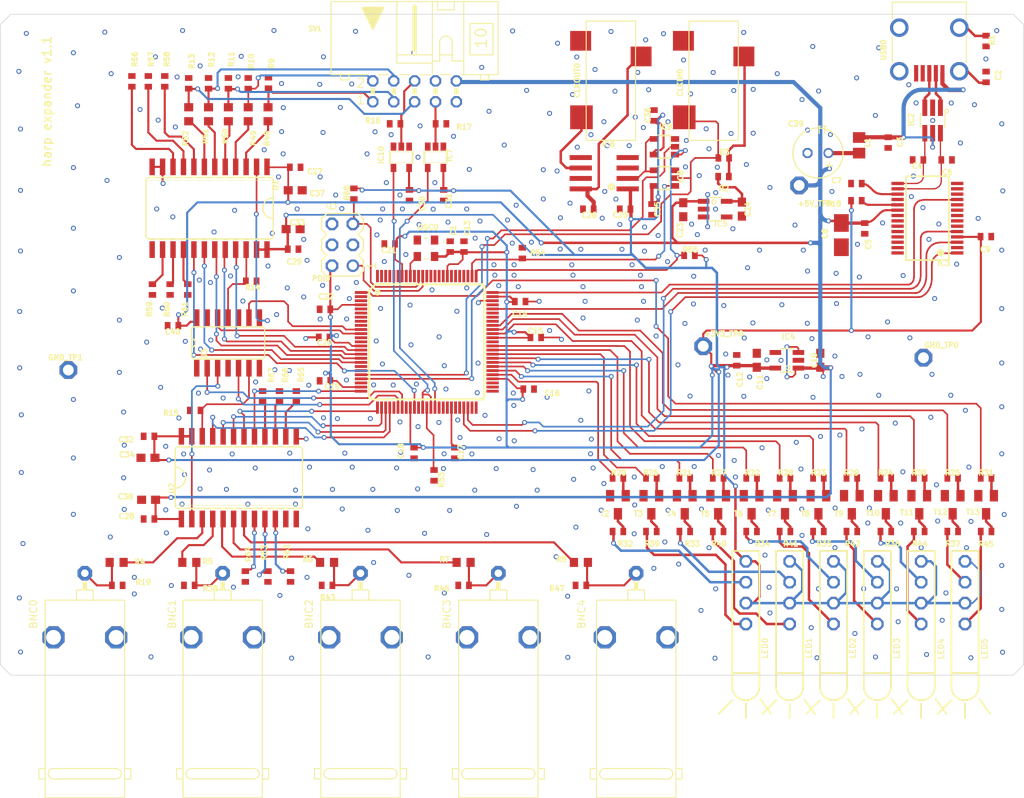
<source format=kicad_pcb>
(kicad_pcb (version 20211014) (generator pcbnew)
  (layers (0 "F.Cu" signal) (31 "B.Cu" signal) (34 "B.Paste" user) (35 "F.Paste" user) (36 "B.SilkS" user "B.Silkscreen") (37 "F.SilkS" user "F.Silkscreen") (38 "B.Mask" user) (39 "F.Mask" user) (44 "Edge.Cuts" user))
  (net 0 "")
  (net 1 "GND")
  (net 2 "CLOCK_IN")
  (net 3 "N$5")
  (net 4 "GND_ISO")
  (net 5 "N$38")
  (net 6 "USBDP")
  (net 7 "USBDM")
  (net 8 "FTDI_RXD")
  (net 9 "FTDI_TXD")
  (net 10 "5VUSB")
  (net 11 "N$40")
  (net 12 "FTDI_RTS")
  (net 13 "N$50")
  (net 14 "N$59")
  (net 15 "N$61")
  (net 16 "+5V")
  (net 17 "N$2")
  (net 18 "PDI_CLK")
  (net 19 "PDI_DATA")
  (net 20 "STATE")
  (net 21 "OSC1")
  (net 22 "N$3")
  (net 23 "N$4")
  (net 24 "N$8")
  (net 25 "N$14")
  (net 26 "N$16")
  (net 27 "N$17")
  (net 28 "N$19")
  (net 29 "N$20")
  (net 30 "N$22")
  (net 31 "N$15")
  (net 32 "N$21")
  (net 33 "N$24")
  (net 34 "N$25")
  (net 35 "N$26")
  (net 36 "N$27")
  (net 37 "N$28")
  (net 38 "N$29")
  (net 39 "N$18")
  (net 40 "N$23")
  (net 41 "N$30")
  (net 42 "N$31")
  (net 43 "N$32")
  (net 44 "N$33")
  (net 45 "CLOCK_OUT")
  (net 46 "N$41")
  (net 47 "N$42")
  (net 48 "FTDI_CTS")
  (net 49 "IO3_UC")
  (net 50 "N$36")
  (net 51 "IO1_UC")
  (net 52 "IO2_UC")
  (net 53 "N$1")
  (net 54 "N$7")
  (net 55 "N$34")
  (net 56 "N$47")
  (net 57 "N$53")
  (net 58 "N$54")
  (net 59 "N$56")
  (net 60 "N$60")
  (net 61 "N$62")
  (net 62 "N$63")
  (net 63 "N$65")
  (net 64 "N$66")
  (net 65 "N$43")
  (net 66 "IO4_UC")
  (net 67 "IO1")
  (net 68 "IO2")
  (net 69 "IO3")
  (net 70 "IO4")
  (net 71 "LED_I0")
  (net 72 "LED_I1")
  (net 73 "LED_I2")
  (net 74 "LED_I3")
  (net 75 "LED_I4")
  (net 76 "LED_PWR")
  (net 77 "LED_I5")
  (net 78 "LED_I6")
  (net 79 "LED_I7")
  (net 80 "LED_I8")
  (net 81 "LED_I9")
  (net 82 "IO0_UC")
  (net 83 "IO5")
  (net 84 "IO6")
  (net 85 "IO7")
  (net 86 "IO8")
  (net 87 "IO9")
  (net 88 "AUX_IN1_UC")
  (net 89 "AUX_IN0_UC")
  (net 90 "+3V3")
  (net 91 "N$35")
  (net 92 "N$51")
  (net 93 "N$52")
  (net 94 "N$55")
  (net 95 "N$57")
  (net 96 "N$58")
  (net 97 "N$67")
  (net 98 "N$70")
  (net 99 "N$76")
  (net 100 "N$77")
  (net 101 "N$85")
  (net 102 "N$86")
  (net 103 "N$87")
  (net 104 "N$88")
  (net 105 "N$89")
  (net 106 "N$90")
  (net 107 "N$91")
  (net 108 "N$92")
  (net 109 "N$93")
  (net 110 "N$94")
  (net 111 "N$95")
  (net 112 "N$96")
  (net 113 "N$98")
  (net 114 "N$99")
  (net 115 "N$100")
  (net 116 "N$101")
  (net 117 "N$102")
  (net 118 "N$103")
  (net 119 "N$104")
  (net 120 "N$105")
  (net 121 "N$106")
  (net 122 "N$107")
  (net 123 "N$108")
  (net 124 "N$109")
  (net 125 "N$111")
  (net 126 "N$112")
  (net 127 "N$120")
  (net 128 "N$121")
  (net 129 "N$123")
  (net 130 "N$124")
  (net 131 "N$126")
  (net 132 "N$125")
  (net 133 "N$127")
  (footprint "harp expander v1.1 READY:R0402" (layer "F.Cu") (at 161.3839 121.2175)
    (fp_text reference "R20")
    (fp_text value "1k" hide)
  )
  (footprint "harp expander v1.1 READY:R0402" (layer "F.Cu") (at 118.8211 133.1951 -90)
    (fp_text reference "R63")
    (fp_text value "10k" hide)
  )
  (footprint "harp expander v1.1 READY:C0402" (layer "F.Cu") (at 141.5415 118.1695 -90)
    (fp_text reference "C17")
    (fp_text value "100nF" hide)
  )
  (footprint "harp expander v1.1 READY:SOT23-5" (layer "F.Cu") (at 167.0431 84.7431 90)
    (fp_text reference "IC8")
    (fp_text value "SN74LVC1G125DBVT" hide)
  )
  (footprint "harp expander v1.1 READY:R0402" (layer "F.Cu") (at 106.2711 72.9771 90)
    (fp_text reference "R58")
    (fp_text value "10k" hide)
  )
  (footprint "harp expander v1.1 READY:P1-13" (layer "F.Cu") (at 94.5431 108.0871)
    (fp_text reference "GND_TP1")
    (fp_text value "TPPAD1-13" hide)
  )
  (footprint "harp expander v1.1 READY:C0402" (layer "F.Cu") (at 140.9827 93.0743 90)
    (fp_text reference "C1")
    (fp_text value "100nF" hide)
  )
  (footprint "harp expander v1.1 READY:C0402" (layer "F.Cu") (at 150.5267 110.3995)
    (fp_text reference "C16")
    (fp_text value "100nF" hide)
  )
  (footprint "harp expander v1.1 READY:R0402" (layer "F.Cu") (at 139.0211 120.8951 -90)
    (fp_text reference "R53")
    (fp_text value "10k" hide)
  )
  (footprint "harp expander v1.1 READY:C0402" (layer "F.Cu") (at 107.2711 102.6951 180)
    (fp_text reference "C40")
    (fp_text value "100nF" hide)
  )
  (footprint "harp expander v1.1 READY:TQFP100" (layer "F.Cu") (at 138.1379 104.6567)
    (fp_text reference "IC1")
    (fp_text value "XMEGA-A1TQFP" hide)
  )
  (footprint "harp expander v1.1 READY:SOT23-6L" (layer "F.Cu") (at 199.6567 77.7327 180)
    (fp_text reference "IC2")
    (fp_text value "USBLC6-2SC6" hide)
  )
  (footprint "harp expander v1.1 READY:A_3216-18W" (layer "F.Cu") (at 188.5569 91.6773 90)
    (fp_text reference "C8")
    (fp_text value "4.7uF" hide)
  )
  (footprint "harp expander v1.1 READY:SOT23" (layer "F.Cu") (at 189.8319 124.4687 180)
    (fp_text reference "T9")
    (fp_text value "BC850" hide)
  )
  (footprint "harp expander v1.1 READY:SOT23" (layer "F.Cu") (at 173.5759 124.4687 180)
    (fp_text reference "T5")
    (fp_text value "BC850" hide)
  )
  (footprint "harp expander v1.1 READY:R0402" (layer "F.Cu") (at 126.0094 134.2731)
    (fp_text reference "R43")
    (fp_text value "10k" hide)
  )
  (footprint "harp expander v1.1 READY:SO24L" (layer "F.Cu") (at 111.7211 88.4071 180)
    (fp_text reference "U1")
    (fp_text value "744245X" hide)
  )
  (footprint "harp expander v1.1 READY:C0603" (layer "F.Cu") (at 121.8811 90.9471)
    (fp_text reference "C33")
    (fp_text value "4.7uF" hide)
  )
  (footprint "harp expander v1.1 READY:C0402" (layer "F.Cu") (at 165.5191 88.5531 -90)
    (fp_text reference "C35")
    (fp_text value "100nF" hide)
  )
  (footprint "harp expander v1.1 READY:C0603" (layer "F.Cu") (at 178.2719 106.9003 90)
    (fp_text reference "C11")
    (fp_text value "4.7uF" hide)
  )
  (footprint "harp expander v1.1 READY:SOT23" (layer "F.Cu") (at 177.6399 124.4687 180)
    (fp_text reference "T6")
    (fp_text value "BC850" hide)
  )
  (footprint "harp expander v1.1 READY:TSOT23-5" (layer "F.Cu") (at 173.2091 88.5179 -90)
    (fp_text reference "IC5")
    (fp_text value "TLV70033DDCR" hide)
  )
  (footprint "harp expander v1.1 READY:R0402" (layer "F.Cu") (at 189.8319 121.2175)
    (fp_text reference "R29")
    (fp_text value "1k" hide)
  )
  (footprint "harp expander v1.1 READY:0731000105" (layer "F.Cu") (at 113.3131 145.1951)
    (fp_text reference "BNC1")
    (fp_text value "BNC plug" hide)
  )
  (footprint "harp expander v1.1 READY:R0402" (layer "F.Cu") (at 122.2711 111.2951 90)
    (fp_text reference "R65")
    (fp_text value "10k" hide)
  )
  (footprint "harp expander v1.1 READY:C0402" (layer "F.Cu") (at 104.3551 116.1439 180)
    (fp_text reference "C32")
    (fp_text value "100nF" hide)
  )
  (footprint "harp expander v1.1 READY:C0402" (layer "F.Cu") (at 140.1953 86.8259 -90)
    (fp_text reference "C31")
    (fp_text value "100nF" hide)
  )
  (footprint "harp expander v1.1 READY:569-011X-X00_LED_ARRAY" (layer "F.Cu") (at 182.2711 130.0821 90)
    (fp_text reference "LED1")
    (fp_text value "569-0112-100" hide)
  )
  (footprint "harp expander v1.1 READY:35RASMT2BHNTRX" (layer "F.Cu") (at 160.5247 69.1467 -90)
    (fp_text reference "CLKOUT0")
    (fp_text value "CLCK_JACK" hide)
  )
  (footprint "harp expander v1.1 READY:C0402" (layer "F.Cu") (at 104.3551 126.2023 180)
    (fp_text reference "C28")
    (fp_text value "100nF" hide)
  )
  (footprint "harp expander v1.1 READY:R0402" (layer "F.Cu") (at 109.0711 98.2951 -90)
    (fp_text reference "R61")
    (fp_text value "10k" hide)
  )
  (footprint "harp expander v1.1 READY:R0603" (layer "F.Cu") (at 156.8831 131.4791 180)
    (fp_text reference "R8")
    (fp_text value "100R" hide)
  )
  (footprint "harp expander v1.1 READY:C0402" (layer "F.Cu") (at 191.4017 90.8645 -90)
    (fp_text reference "C5")
    (fp_text value "100nF" hide)
  )
  (footprint "harp expander v1.1 READY:R0402" (layer "F.Cu") (at 104.7711 98.2951 -90)
    (fp_text reference "R59")
    (fp_text value "10k" hide)
  )
  (footprint "harp expander v1.1 READY:R0402" (layer "F.Cu") (at 129.2711 86.6451 90)
    (fp_text reference "R68")
    (fp_text value "10k DNI" hide)
  )
  (footprint "harp expander v1.1 READY:C0402" (layer "F.Cu") (at 162.2555 88.5179 180)
    (fp_text reference "C25")
    (fp_text value "100nF" hide)
  )
  (footprint "harp expander v1.1 READY:R0603" (layer "F.Cu") (at 114.0071 76.9771 -90)
    (fp_text reference "R50")
    (fp_text value "100R" hide)
  )
  (footprint "harp expander v1.1 READY:C0402" (layer "F.Cu") (at 133.62905 92.74865 180)
    (fp_text reference "C21")
    (fp_text value "100nF" hide)
  )
  (footprint "harp expander v1.1 READY:C0402" (layer "F.Cu") (at 206.1337 91.8551)
    (fp_text reference "C9")
    (fp_text value "100nF" hide)
  )
  (footprint "harp expander v1.1 READY:SOT23" (layer "F.Cu") (at 165.4479 124.4687 180)
    (fp_text reference "T3")
    (fp_text value "BC850" hide)
  )
  (footprint "harp expander v1.1 READY:P1-13" (layer "F.Cu") (at 183.4261 85.6321)
    (fp_text reference "+5V_TP0")
    (fp_text value "TPPAD1-13" hide)
  )
  (footprint "harp expander v1.1 READY:R0402" (layer "F.Cu") (at 189.8319 127.7199)
    (fp_text reference "R42")
    (fp_text value "330R" hide)
  )
  (footprint "harp expander v1.1 READY:R0402" (layer "F.Cu") (at 109.9701 112.9935)
    (fp_text reference "R15")
    (fp_text value "10k" hide)
  )
  (footprint "harp expander v1.1 READY:R0402" (layer "F.Cu") (at 202.0951 121.2175)
    (fp_text reference "R25")
    (fp_text value "1k" hide)
  )
  (footprint "harp expander v1.1 READY:569-011X-X00_LED_ARRAY" (layer "F.Cu") (at 203.5911 130.0821 90)
    (fp_text reference "LED5")
    (fp_text value "569-0112-100" hide)
  )
  (footprint "harp expander v1.1 READY:R0402" (layer "F.Cu") (at 177.6399 121.2175)
    (fp_text reference "R22")
    (fp_text value "1k" hide)
  )
  (footprint "harp expander v1.1 READY:C0603" (layer "F.Cu") (at 185.9935 106.9003 90)
    (fp_text reference "C10")
    (fp_text value "4.7uF" hide)
  )
  (footprint "harp expander v1.1 READY:R0402" (layer "F.Cu") (at 177.6399 127.7199)
    (fp_text reference "R34")
    (fp_text value "330R" hide)
  )
  (footprint "harp expander v1.1 READY:SOT23-5" (layer "F.Cu") (at 167.0431 80.9331 90)
    (fp_text reference "IC9")
    (fp_text value "SN74LVC1G125DBVT" hide)
  )
  (footprint "harp expander v1.1 READY:R0402" (layer "F.Cu") (at 106.9211 98.2951 -90)
    (fp_text reference "R60")
    (fp_text value "10k" hide)
  )
  (footprint "harp expander v1.1 READY:SOT23-5" (layer "F.Cu") (at 135.0391 82.2031 180)
    (fp_text reference "IC10")
    (fp_text value "SN74LVC1G125DBVT" hide)
  )
  (footprint "harp expander v1.1 READY:R0402" (layer "F.Cu") (at 142.61465 134.2731)
    (fp_text reference "R46")
    (fp_text value "10k" hide)
  )
  (footprint "harp expander v1.1 READY:C0402" (layer "F.Cu") (at 151.3967 104.1233)
    (fp_text reference "C15")
    (fp_text value "100nF" hide)
  )
  (footprint "harp expander v1.1 READY:SOT23" (layer "F.Cu") (at 206.1591 124.4687 180)
    (fp_text reference "T13")
    (fp_text value "BC850" hide)
  )
  (footprint "harp expander v1.1 READY:R0402" (layer "F.Cu") (at 174.2247 84.5555)
    (fp_text reference "R2")
    (fp_text value "10R" hide)
  )
  (footprint "harp expander v1.1 READY:0731000105" (layer "F.Cu") (at 163.6051 145.1951)
    (fp_text reference "BNC4")
    (fp_text value "BNC plug" hide)
  )
  (footprint "harp expander v1.1 READY:R0402" (layer "F.Cu") (at 181.7039 127.7199)
    (fp_text reference "R41")
    (fp_text value "330R" hide)
  )
  (footprint "harp expander v1.1 READY:C0402" (layer "F.Cu") (at 125.7539 109.3979 180)
    (fp_text reference "C19")
    (fp_text value "100nF" hide)
  )
  (footprint "harp expander v1.1 READY:569-011X-X00_LED_ARRAY" (layer "F.Cu") (at 198.2611 130.0821 90)
    (fp_text reference "LED4")
    (fp_text value "569-0112-100" hide)
  )
  (footprint "harp expander v1.1 READY:C0402" (layer "F.Cu") (at 201.3585 82.5333)
    (fp_text reference "C6")
    (fp_text value "47pF" hide)
  )
  (footprint "harp expander v1.1 READY:TT2D6" (layer "F.Cu") (at 185.7121 81.6951 180)
    (fp_text reference "C39")
    (fp_text value "100u 25V" hide)
  )
  (footprint "harp expander v1.1 READY:SOT23" (layer "F.Cu") (at 202.0951 124.4687 180)
    (fp_text reference "T12")
    (fp_text value "BC850" hide)
  )
  (footprint "harp expander v1.1 READY:R0402" (layer "F.Cu") (at 193.9671 127.7199)
    (fp_text reference "R36")
    (fp_text value "330R" hide)
  )
  (footprint "harp expander v1.1 READY:R0603" (layer "F.Cu") (at 118.8331 76.9771 -90)
    (fp_text reference "R48")
    (fp_text value "100R" hide)
  )
  (footprint "harp expander v1.1 READY:SOT23" (layer "F.Cu") (at 161.3839 124.4687 180)
    (fp_text reference "T2")
    (fp_text value "BC850" hide)
  )
  (footprint "harp expander v1.1 READY:569-011X-X00_LED_ARRAY" (layer "F.Cu") (at 187.6011 130.0821 90)
    (fp_text reference "LED2")
    (fp_text value "569-0112-100" hide)
  )
  (footprint "harp expander v1.1 READY:SO24L" (layer "F.Cu") (at 115.2771 121.1731)
    (fp_text reference "U2")
    (fp_text value "744245X" hide)
  )
  (footprint "harp expander v1.1 READY:P1-13" (layer "F.Cu") (at 198.5391 106.5871)
    (fp_text reference "GND_TP0")
    (fp_text value "TPPAD1-13" hide)
  )
  (footprint "harp expander v1.1 READY:R0402" (layer "F.Cu") (at 156.8831 134.2731)
    (fp_text reference "R47")
    (fp_text value "10k" hide)
  )
  (footprint "harp expander v1.1 READY:0731000105" (layer "F.Cu") (at 96.5491 145.1951)
    (fp_text reference "BNC0")
    (fp_text value "BNC plug" hide)
  )
  (footprint "harp expander v1.1 READY:C0402" (layer "F.Cu") (at 206.1591 72.4367 90)
    (fp_text reference "C2")
    (fp_text value "4.7nF" hide)
  )
  (footprint "harp expander v1.1 READY:R0402" (layer "F.Cu") (at 185.7679 121.2175)
    (fp_text reference "R23")
    (fp_text value "1k" hide)
  )
  (footprint "harp expander v1.1 READY:C0402" (layer "F.Cu") (at 197.8787 82.5333 180)
    (fp_text reference "C4")
    (fp_text value "47pF" hide)
  )
  (footprint "harp expander v1.1 READY:R0603" (layer "F.Cu") (at 109.25605 131.4791 180)
    (fp_text reference "R5")
    (fp_text value "100R" hide)
  )
  (footprint "harp expander v1.1 READY:35RASMT2BHNTRX" (layer "F.Cu") (at 173.0247 69.1467 -90)
    (fp_text reference "CLKIN0")
    (fp_text value "CLCK_JACK" hide)
  )
  (footprint "harp expander v1.1 READY:R0402" (layer "F.Cu") (at 173.5759 121.2175)
    (fp_text reference "R27")
    (fp_text value "1k" hide)
  )
  (footprint "harp expander v1.1 READY:R0603" (layer "F.Cu") (at 111.5941 76.9771 -90)
    (fp_text reference "R51")
    (fp_text value "100R" hide)
  )
  (footprint "harp expander v1.1 READY:R0402" (layer "F.Cu") (at 116.7849 97.2779 180)
    (fp_text reference "R14")
    (fp_text value "10k" hide)
  )
  (footprint "harp expander v1.1 READY:0731000105" (layer "F.Cu") (at 130.0771 145.1951)
    (fp_text reference "BNC2")
    (fp_text value "BNC plug" hide)
  )
  (footprint "harp expander v1.1 READY:SOT23" (layer "F.Cu") (at 185.7679 124.4687 180)
    (fp_text reference "T8")
    (fp_text value "BC850" hide)
  )
  (footprint "harp expander v1.1 READY:C0402" (layer "F.Cu") (at 122.1351 83.4287)
    (fp_text reference "C27")
    (fp_text value "100nF" hide)
  )
  (footprint "harp expander v1.1 READY:C0402" (layer "F.Cu") (at 165.7731 77.1231 90)
    (fp_text reference "C36")
    (fp_text value "100nF" hide)
  )
  (footprint "harp expander v1.1 READY:R0402" (layer "F.Cu") (at 109.1811 73.2179 90)
    (fp_text reference "R13")
    (fp_text value "10k" hide)
  )
  (footprint "harp expander v1.1 READY:MA03-2" (layer "F.Cu") (at 127.8791 92.8579 90)
    (fp_text reference "PDI0")
    (fp_text value "PROG HEADER" hide)
  )
  (footprint "harp expander v1.1 READY:R0402" (layer "F.Cu") (at 185.7679 127.7199)
    (fp_text reference "R35")
    (fp_text value "330R" hide)
  )
  (footprint "harp expander v1.1 READY:569-011X-X00_LED_ARRAY" (layer "F.Cu") (at 192.9311 130.0821 90)
    (fp_text reference "LED3")
    (fp_text value "569-0112-100" hide)
  )
  (footprint "harp expander v1.1 READY:R0402" (layer "F.Cu") (at 118.1711 111.2951 90)
    (fp_text reference "R67")
    (fp_text value "10k" hide)
  )
  (footprint "harp expander v1.1 READY:C0402" (layer "F.Cu") (at 149.4917 99.7545)
    (fp_text reference "C14")
    (fp_text value "100nF" hide)
  )
  (footprint "harp expander v1.1 READY:R0402" (layer "F.Cu") (at 202.0951 127.7199)
    (fp_text reference "R37")
    (fp_text value "330R" hide)
  )
  (footprint "harp expander v1.1 READY:P1-13" (layer "F.Cu") (at 171.7581 105.1901)
    (fp_text reference "+3V3_TP0")
    (fp_text value "TPPAD1-13" hide)
  )
  (footprint "harp expander v1.1 READY:R0402" (layer "F.Cu") (at 206.1591 127.7199)
    (fp_text reference "R45")
    (fp_text value "330R" hide)
  )
  (footprint "harp expander v1.1 READY:R0402" (layer "F.Cu") (at 134.2771 78.1391 180)
    (fp_text reference "R16")
    (fp_text value "10k" hide)
  )
  (footprint "harp expander v1.1 READY:SOT23-5" (layer "F.Cu") (at 139.2047 82.2031 180)
    (fp_text reference "IC7")
    (fp_text value "SN74LVC1G125DBVT" hide)
  )
  (footprint "harp expander v1.1 READY:C0402" (layer "F.Cu") (at 194.2465 80.4251 -90)
    (fp_text reference "C3")
    (fp_text value "100nF" hide)
  )
  (footprint "harp expander v1.1 READY:R0402" (layer "F.Cu") (at 116.4201 73.2179 90)
    (fp_text reference "R10")
    (fp_text value "10k" hide)
  )
  (footprint "harp expander v1.1 READY:C0603" (layer "F.Cu") (at 176.4603 88.5179 -90)
    (fp_text reference "C24")
    (fp_text value "4.7uF" hide)
  )
  (footprint "harp expander v1.1 READY:SOT23" (layer "F.Cu") (at 169.5119 124.4687 180)
    (fp_text reference "T4")
    (fp_text value "BC850" hide)
  )
  (footprint "harp expander v1.1 READY:C0603" (layer "F.Cu") (at 122.1351 86.2227)
    (fp_text reference "C37")
    (fp_text value "4.7uF" hide)
  )
  (footprint "harp expander v1.1 READY:C0402" (layer "F.Cu") (at 136.5885 118.1695 -90)
    (fp_text reference "C18")
    (fp_text value "100nF" hide)
  )
  (footprint "harp expander v1.1 READY:SOT23" (layer "F.Cu") (at 193.9671 124.4687 180)
    (fp_text reference "T10")
    (fp_text value "BC850" hide)
  )
  (footprint "harp expander v1.1 READY:R0402" (layer "F.Cu") (at 198.0311 121.2175)
    (fp_text reference "R30")
    (fp_text value "1k" hide)
  )
  (footprint "harp expander v1.1 READY:R0603" (layer "F.Cu") (at 116.4201 76.9771 -90)
    (fp_text reference "R49")
    (fp_text value "100R" hide)
  )
  (footprint "harp expander v1.1 READY:240-0002-1" (layer "F.Cu") (at 199.2511 63.3471 180)
    (fp_text reference "USB0")
    (fp_text value "mini USB" hide)
  )
  (footprint "harp expander v1.1 READY:TSOT23-5" (layer "F.Cu") (at 181.9295 106.9003 90)
    (fp_text reference "IC4")
    (fp_text value "TLV70033DDCR" hide)
  )
  (footprint "harp expander v1.1 READY:SSOP28" (layer "F.Cu") (at 199.0217 89.6199 90)
    (fp_text reference "IC3")
    (fp_text value "FT232RL" hide)
  )
  (footprint "harp expander v1.1 READY:C0402" (layer "F.Cu") (at 136.0297 86.8259 -90)
    (fp_text reference "C30")
    (fp_text value "100nF" hide)
  )
  (footprint "harp expander v1.1 READY:R0402" (layer "F.Cu") (at 170.0911 94.1411)
    (fp_text reference "R55")
    (fp_text value "10k" hide)
  )
  (footprint "harp expander v1.1 READY:R0402" (layer "F.Cu") (at 111.5941 73.2179 90)
    (fp_text reference "R12")
    (fp_text value "10k" hide)
  )
  (footprint "harp expander v1.1 READY:R0402" (layer "F.Cu") (at 174.2503 82.2891 180)
    (fp_text reference "R3")
    (fp_text value "10k" hide)
  )
  (footprint "harp expander v1.1 READY:OSCILLATOR_3.2X2.5" (layer "F.Cu") (at 138.0363 93.2775 180)
    (fp_text reference "OSC0")
    (fp_text value "Oscillator" hide)
  )
  (footprint "harp expander v1.1 READY:R0402" (layer "F.Cu") (at 181.7039 121.2175)
    (fp_text reference "R28")
    (fp_text value "1k" hide)
  )
  (footprint "harp expander v1.1 READY:C0603" (layer "F.Cu") (at 104.2281 118.7601 180)
    (fp_text reference "C34")
    (fp_text value "4.7uF" hide)
  )
  (footprint "harp expander v1.1 READY:R0603" (layer "F.Cu") (at 126.0094 131.4791 180)
    (fp_text reference "R6")
    (fp_text value "100R" hide)
  )
  (footprint "harp expander v1.1 READY:C0402" (layer "F.Cu") (at 157.7851 88.5179 180)
    (fp_text reference "C26")
    (fp_text value "100nF" hide)
  )
  (footprint "harp expander v1.1 READY:R0603" (layer "F.Cu") (at 142.61465 131.4791 180)
    (fp_text reference "R7")
    (fp_text value "100R" hide)
  )
  (footprint "harp expander v1.1 READY:R0402" (layer "F.Cu") (at 104.2711 72.9771 90)
    (fp_text reference "R57")
    (fp_text value "10k" hide)
  )
  (footprint "harp expander v1.1 READY:C0402" (layer "F.Cu") (at 125.6539 104.1059 180)
    (fp_text reference "C20")
    (fp_text value "100nF" hide)
  )
  (footprint "harp expander v1.1 READY:C0402" (layer "F.Cu") (at 125.7539 100.6959 180)
    (fp_text reference "C22")
    (fp_text value "100nF" hide)
  )
  (footprint "harp expander v1.1 READY:R0402" (layer "F.Cu") (at 198.0311 127.7199)
    (fp_text reference "R44")
    (fp_text value "330R" hide)
  )
  (footprint "harp expander v1.1 READY:R0402" (layer "F.Cu") (at 190.3857 87.4863)
    (fp_text reference "R18")
    (fp_text value "10k" hide)
  )
  (footprint "harp expander v1.1 READY:R0805" (layer "F.Cu") (at 190.7159 80.7553 90)
    (fp_text reference "L1")
    (fp_text value "40R@100MHz" hide)
  )
  (footprint "harp expander v1.1 READY:SO-08" (layer "F.Cu") (at 159.7155 84.1491 90)
    (fp_text reference "IC6")
    (fp_text value "SI8610BC-B-IS" hide)
  )
  (footprint "harp expander v1.1 READY:SOT23" (layer "F.Cu") (at 198.0311 124.4687 180)
    (fp_text reference "T11")
    (fp_text value "BC850" hide)
  )
  (footprint "harp expander v1.1 READY:R0402" (layer "F.Cu") (at 120.2211 111.2951 90)
    (fp_text reference "R66")
    (fp_text value "10k" hide)
  )
  (footprint "harp expander v1.1 READY:R0402" (layer "F.Cu") (at 165.4479 121.2175)
    (fp_text reference "R26")
    (fp_text value "1k" hide)
  )
  (footprint "harp expander v1.1 READY:R0402" (layer "F.Cu") (at 206.1591 68.0727 -90)
    (fp_text reference "R1")
    (fp_text value "1M" hide)
  )
  (footprint "harp expander v1.1 READY:569-011X-X00_LED_ARRAY" (layer "F.Cu") (at 176.9411 130.0821 90)
    (fp_text reference "LED0")
    (fp_text value "569-0112-100" hide)
  )
  (footprint "harp expander v1.1 READY:R0603" (layer "F.Cu") (at 100.4189 131.4791)
    (fp_text reference "R4")
    (fp_text value "100R" hide)
  )
  (footprint "harp expander v1.1 READY:C0402" (layer "F.Cu") (at 121.8811 93.3855)
    (fp_text reference "C29")
    (fp_text value "100nF" hide)
  )
  (footprint "harp expander v1.1 READY:C0603" (layer "F.Cu") (at 104.3043 123.8655 180)
    (fp_text reference "C38")
    (fp_text value "4.7uF" hide)
  )
  (footprint "harp expander v1.1 READY:R0402" (layer "F.Cu") (at 114.0071 73.2179 90)
    (fp_text reference "R11")
    (fp_text value "10k" hide)
  )
  (footprint "harp expander v1.1 READY:R0402" (layer "F.Cu") (at 169.5119 127.7199)
    (fp_text reference "R33")
    (fp_text value "330R" hide)
  )
  (footprint "harp expander v1.1 READY:R0402" (layer "F.Cu") (at 139.8651 78.1391)
    (fp_text reference "R17")
    (fp_text value "10k" hide)
  )
  (footprint "harp expander v1.1 READY:R0402" (layer "F.Cu") (at 206.1591 121.2175)
    (fp_text reference "R31")
    (fp_text value "1k" hide)
  )
  (footprint "harp expander v1.1 READY:R0603" (layer "F.Cu") (at 109.1811 76.9771 -90)
    (fp_text reference "R52")
    (fp_text value "100R" hide)
  )
  (footprint "harp expander v1.1 READY:R0402" (layer "F.Cu") (at 169.5119 121.2175)
    (fp_text reference "R21")
    (fp_text value "1k" hide)
  )
  (footprint "harp expander v1.1 READY:R0402" (layer "F.Cu") (at 149.76005 93.86485 90)
    (fp_text reference "R54")
    (fp_text value "10k" hide)
  )
  (footprint "harp expander v1.1 READY:0731000105" (layer "F.Cu") (at 146.8411 145.1951)
    (fp_text reference "BNC3")
    (fp_text value "BNC plug" hide)
  )
  (footprint "harp expander v1.1 READY:C0402" (layer "F.Cu") (at 175.8335 106.9003 90)
    (fp_text reference "C12")
    (fp_text value "100nF" hide)
  )
  (footprint "harp expander v1.1 READY:ML10L" (layer "F.Cu") (at 136.6581 74.1951)
    (fp_text reference "SV1")
    (fp_text value "I/O Header" hide)
  )
  (footprint "harp expander v1.1 READY:R0402" (layer "F.Cu") (at 102.2711 72.9771 90)
    (fp_text reference "R56")
    (fp_text value "10k" hide)
  )
  (footprint "harp expander v1.1 READY:SO14" (layer "F.Cu") (at 113.9711 104.7901)
    (fp_text reference "U3")
    (fp_text value "74HCT125SO14" hide)
  )
  (footprint "harp expander v1.1 READY:R0402" (layer "F.Cu") (at 109.25605 134.2731)
    (fp_text reference "R38")
    (fp_text value "10k" hide)
  )
  (footprint "harp expander v1.1 READY:R0402" (layer "F.Cu") (at 118.8831 73.1679 90)
    (fp_text reference "R9")
    (fp_text value "10k" hide)
  )
  (footprint "harp expander v1.1 READY:R0402" (layer "F.Cu") (at 173.5759 127.7199)
    (fp_text reference "R40")
    (fp_text value "330R" hide)
  )
  (footprint "harp expander v1.1 READY:C0402" (layer "F.Cu") (at 142.6591 93.0743 90)
    (fp_text reference "C13")
    (fp_text value "100nF" hide)
  )
  (footprint "harp expander v1.1 READY:R0402" (layer "F.Cu") (at 100.4951 134.2731 180)
    (fp_text reference "R19")
    (fp_text value "10k" hide)
  )
  (footprint "harp expander v1.1 READY:R0402" (layer "F.Cu") (at 121.5711 133.1951 -90)
    (fp_text reference "R62")
    (fp_text value "10k" hide)
  )
  (footprint "harp expander v1.1 READY:R0402" (layer "F.Cu") (at 193.9671 121.2175)
    (fp_text reference "R24")
    (fp_text value "1k" hide)
  )
  (footprint "harp expander v1.1 READY:C0603" (layer "F.Cu") (at 169.3287 88.5883 -90)
    (fp_text reference "C23")
    (fp_text value "4.7uF" hide)
  )
  (footprint "harp expander v1.1 READY:R0402" (layer "F.Cu") (at 116.0711 133.1951 -90)
    (fp_text reference "R64")
    (fp_text value "10k" hide)
  )
  (footprint "harp expander v1.1 READY:R0402" (layer "F.Cu") (at 161.3839 127.7199)
    (fp_text reference "R32")
    (fp_text value "330R" hide)
  )
  (footprint "harp expander v1.1 READY:R0402" (layer "F.Cu") (at 165.4479 127.7199)
    (fp_text reference "R39")
    (fp_text value "330R" hide)
  )
  (footprint "harp expander v1.1 READY:C0402" (layer "F.Cu") (at 190.3857 85.4035 180)
    (fp_text reference "C7")
    (fp_text value "100nF" hide)
  )
  (footprint "harp expander v1.1 READY:SOT23" (layer "F.Cu") (at 181.7039 124.4687 180)
    (fp_text reference "T7")
    (fp_text value "BC850" hide)
  )
  (gr_line (start 86.2711 66.0821) (end 86.2711 143.9251) (layer "Edge.Cuts") (width 0.0762))
  (gr_line (start 86.2711 66.0821) (end 87.5411 64.8121) (layer "Edge.Cuts") (width 0.0762))
  (gr_line (start 209.4611 64.8121) (end 210.7311 66.0821) (layer "Edge.Cuts") (width 0.0762))
  (gr_line (start 87.5411 64.8121) (end 209.4611 64.8121) (layer "Edge.Cuts") (width 0.0762))
  (gr_line (start 210.7311 143.9251) (end 210.7311 66.0821) (layer "Edge.Cuts") (width 0.0762))
  (gr_line (start 209.4611 145.1951) (end 210.7311 143.9251) (layer "Edge.Cuts") (width 0.0762))
  (gr_line (start 86.2711 143.9251) (end 87.5411 145.1951) (layer "Edge.Cuts") (width 0.0762))
  (gr_line (start 87.5411 145.1951) (end 209.4611 145.1951) (layer "Edge.Cuts") (width 0.0762))
  (gr_text "harp expander v1.1" (at 91.3003 67.3187 90) (layer "F.SilkS") (effects (font (size 1.0795 1.0795) (thickness 0.1905)) (justify right top)))
  (segment (start 154.5209 104.3519) (end 154.2923 104.1233) (width 0.2032) (layer "F.Cu") (net 1))
  (segment (start 122.2621 116.1439) (end 122.5713 116.4531) (width 0.2032) (layer "F.Cu") (net 1))
  (segment (start 144.6555 99.6567) (end 144.4101 99.9021) (width 0.2032) (layer "F.Cu") (net 1))
  (segment (start 106.0061 83.3779) (end 106.0061 85.3301) (width 0.254) (layer "F.Cu") (net 1))
  (segment (start 151.7777 99.7545) (end 151.8031 99.7291) (width 0.2032) (layer "F.Cu") (net 1))
  (segment (start 123.5603 104.1059) (end 125.0039 104.1059) (width 0.254) (layer "F.Cu") (net 1))
  (segment (start 123.4621 116.4531) (end 122.5713 116.4531) (width 0.2032) (layer "F.Cu") (net 1))
  (segment (start 152.0467 104.1233) (end 154.2923 104.1233) (width 0.2032) (layer "F.Cu") (net 1))
  (segment (start 150.1417 99.7545) (end 151.7777 99.7545) (width 0.2032) (layer "F.Cu") (net 1))
  (segment (start 106.0061 83.3779) (end 104.7361 83.3779) (width 0.254) (layer "F.Cu") (net 1))
  (segment (start 146.1379 99.6567) (end 144.6555 99.6567) (width 0.2032) (layer "F.Cu") (net 1))
  (segment (start 123.4211 104.2451) (end 123.5603 104.1059) (width 0.254) (layer "F.Cu") (net 1))
  (segment (start 106.0061 85.3301) (end 106.0711 85.3951) (width 0.254) (layer "F.Cu") (net 1))
  (via (at 143.3071 83.6851) (size 0.6) (drill 0.35) (layers "F.Cu" "B.Cu") (net 1))
  (via (at 131.5711 122.5951) (size 0.6) (drill 0.35) (layers "F.Cu" "B.Cu") (net 1))
  (via (at 159.6711 121.8951) (size 0.6) (drill 0.35) (layers "F.Cu" "B.Cu") (net 1))
  (via (at 171.5439 125.0021) (size 0.6) (drill 0.35) (layers "F.Cu" "B.Cu") (net 1))
  (via (at 95.6611 75.9451) (size 0.6) (drill 0.35) (layers "F.Cu" "B.Cu") (net 1))
  (via (at 183.9341 93.5061) (size 0.6) (drill 0.35) (layers "F.Cu" "B.Cu") (net 1))
  (via (at 121.1711 98.0951) (size 0.6) (drill 0.35) (layers "F.Cu" "B.Cu") (net 1))
  (via (at 148.7211 112.3951) (size 0.6) (drill 0.35) (layers "F.Cu" "B.Cu") (net 1))
  (via (at 144.2711 110.8451) (size 0.6) (drill 0.35) (layers "F.Cu" "B.Cu") (net 1))
  (via (at 140.9211 125.1611) (size 0.6) (drill 0.35) (layers "F.Cu" "B.Cu") (net 1))
  (via (at 127.2711 113.9951) (size 0.6) (drill 0.35) (layers "F.Cu" "B.Cu") (net 1))
  (via (at 132.7451 107.3531) (size 0.6) (drill 0.35) (layers "F.Cu" "B.Cu") (net 1))
  (via (at 199.5805 108.6107) (size 0.6) (drill 0.35) (layers "F.Cu" "B.Cu") (net 1))
  (via (at 148.7551 95.2841) (size 0.6) (drill 0.35) (layers "F.Cu" "B.Cu") (net 1))
  (via (at 197.6501 75.5991) (size 0.6) (drill 0.35) (layers "F.Cu" "B.Cu") (net 1))
  (via (at 123.4621 116.4531) (size 0.6) (drill 0.35) (layers "F.Cu" "B.Cu") (net 1))
  (via (at 130.8711 81.7951) (size 0.6) (drill 0.35) (layers "F.Cu" "B.Cu") (net 1))
  (via (at 122.3711 88.4951) (size 0.6) (drill 0.35) (layers "F.Cu" "B.Cu") (net 1))
  (via (at 115.1931 72.4271) (size 0.6) (drill 0.35) (layers "F.Cu" "B.Cu") (net 1))
  (via (at 98.9791 66.9931) (size 0.6) (drill 0.35) (layers "F.Cu" "B.Cu") (net 1))
  (via (at 184.8901 139.4231) (size 0.6) (drill 0.35) (layers "F.Cu" "B.Cu") (net 1))
  (via (at 108.4371 66.7931) (size 0.6) (drill 0.35) (layers "F.Cu" "B.Cu") (net 1))
  (via (at 191.0571 115.2525) (size 0.6) (drill 0.35) (layers "F.Cu" "B.Cu") (net 1))
  (via (at 110.5711 71.0951) (size 0.6) (drill 0.35) (layers "F.Cu" "B.Cu") (net 1))
  (via (at 163.4211 124.4951) (size 0.6) (drill 0.35) (layers "F.Cu" "B.Cu") (net 1))
  (via (at 185.1025 111.4047) (size 0.6) (drill 0.35) (layers "F.Cu" "B.Cu") (net 1))
  (via (at 179.8701 137.6231) (size 0.6) (drill 0.35) (layers "F.Cu" "B.Cu") (net 1))
  (via (at 161.8711 93.3951) (size 0.6) (drill 0.35) (layers "F.Cu" "B.Cu") (net 1))
  (via (at 182.9181 90.4581) (size 0.6) (drill 0.35) (layers "F.Cu" "B.Cu") (net 1))
  (via (at 176.6827 67.0295) (size 0.6) (drill 0.35) (layers "F.Cu" "B.Cu") (net 1))
  (via (at 177.8381 79.2821) (size 0.6) (drill 0.35) (layers "F.Cu" "B.Cu") (net 1))
  (via (at 181.3177 100.1455) (size 0.6) (drill 0.35) (layers "F.Cu" "B.Cu") (net 1))
  (via (at 163.3711 121.0951) (size 0.6) (drill 0.35) (layers "F.Cu" "B.Cu") (net 1))
  (via (at 168.7711 131.6951) (size 0.6) (drill 0.35) (layers "F.Cu" "B.Cu") (net 1))
  (via (at 180.7591 72.0431) (size 0.6) (drill 0.35) (layers "F.Cu" "B.Cu") (net 1))
  (via (at 208.0641 112.5561) (size 0.6) (drill 0.35) (layers "F.Cu" "B.Cu") (net 1))
  (via (at 177.1521 95.6461) (size 0.6) (drill 0.35) (layers "F.Cu" "B.Cu") (net 1))
  (via (at 104.5971 142.9711) (size 0.6) (drill 0.35) (layers "F.Cu" "B.Cu") (net 1))
  (via (at 125.5711 113.8951) (size 0.6) (drill 0.35) (layers "F.Cu" "B.Cu") (net 1))
  (via (at 135.1735 88.4943) (size 0.6) (drill 0.35) (layers "F.Cu" "B.Cu") (net 1))
  (via (at 186.0191 116.1621) (size 0.6) (drill 0.35) (layers "F.Cu" "B.Cu") (net 1))
  (via (at 107.0711 134.2951) (size 0.6) (drill 0.35) (layers "F.Cu" "B.Cu") (net 1))
  (via (at 190.4111 72.5511) (size 0.6) (drill 0.35) (layers "F.Cu" "B.Cu") (net 1))
  (via (at 146.3041 95.2841) (size 0.6) (drill 0.35) (layers "F.Cu" "B.Cu") (net 1))
  (via (at 141.8971 114.1651) (size 0.6) (drill 0.35) (layers "F.Cu" "B.Cu") (net 1))
  (via (at 108.6711 120.7951) (size 0.6) (drill 0.35) (layers "F.Cu" "B.Cu") (net 1))
  (via (at 195.1171 114.5421) (size 0.6) (drill 0.35) (layers "F.Cu" "B.Cu") (net 1))
  (via (at 88.8271 113.5311) (size 0.6) (drill 0.35) (layers "F.Cu" "B.Cu") (net 1))
  (via (at 164.2491 97.9511) (size 0.6) (drill 0.35) (layers "F.Cu" "B.Cu") (net 1))
  (via (at 167.4241 94.9031) (size 0.6) (drill 0.35) (layers "F.Cu" "B.Cu") (net 1))
  (via (at 192.7081 142.9791) (size 0.6) (drill 0.35) (layers "F.Cu" "B.Cu") (net 1))
  (via (at 152.3111 87.2831) (size 0.6) (drill 0.35) (layers "F.Cu" "B.Cu") (net 1))
  (via (at 114.6211 134.4951) (size 0.6) (drill 0.35) (layers "F.Cu" "B.Cu") (net 1))
  (via (at 204.3211 126.4951) (size 0.6) (drill 0.35) (layers "F.Cu" "B.Cu") (net 1))
  (via (at 195.2711 134.6951) (size 0.6) (drill 0.35) (layers "F.Cu" "B.Cu") (net 1))
  (via (at 140.7179 90.0943) (size 0.6) (drill 0.35) (layers "F.Cu" "B.Cu") (net 1))
  (via (at 108.7711 104.5951) (size 0.6) (drill 0.35) (layers "F.Cu" "B.Cu") (net 1))
  (via (at 101.3491 125.0351) (size 0.6) (drill 0.35) (layers "F.Cu" "B.Cu") (net 1))
  (via (at 148.7711 116.6951) (size 0.6) (drill 0.35) (layers "F.Cu" "B.Cu") (net 1))
  (via (at 155.2711 135.5951) (size 0.6) (drill 0.35) (layers "F.Cu" "B.Cu") (net 1))
  (via (at 208.0641 131.8601) (size 0.6) (drill 0.35) (layers "F.Cu" "B.Cu") (net 1))
  (via (at 137.3251 78.3931) (size 0.6) (drill 0.35) (layers "F.Cu" "B.Cu") (net 1))
  (via (at 208.0641 137.1941) (size 0.6) (drill 0.35) (layers "F.Cu" "B.Cu") (net 1))
  (via (at 156.8711 93.3951) (size 0.6) (drill 0.35) (layers "F.Cu" "B.Cu") (net 1))
  (via (at 128.1711 118.1951) (size 0.6) (drill 0.35) (layers "F.Cu" "B.Cu") (net 1))
  (via (at 187.7715 106.3923) (size 0.6) (drill 0.35) (layers "F.Cu" "B.Cu") (net 1))
  (via (at 201.2711 135.1951) (size 0.6) (drill 0.35) (layers "F.Cu" "B.Cu") (net 1))
  (via (at 89.0271 129.1931) (size 0.6) (drill 0.35) (layers "F.Cu" "B.Cu") (net 1))
  (via (at 106.3871 117.3631) (size 0.6) (drill 0.35) (layers "F.Cu" "B.Cu") (net 1))
  (via (at 196.7563 73.3925) (size 0.6) (drill 0.35) (layers "F.Cu" "B.Cu") (net 1))
  (via (at 116.3711 124.3951) (size 0.6) (drill 0.35) (layers "F.Cu" "B.Cu") (net 1))
  (via (at 88.7271 78.7711) (size 0.6) (drill 0.35) (layers "F.Cu" "B.Cu") (net 1))
  (via (at 144.6022 89.9708) (size 0.6) (drill 0.35) (layers "F.Cu" "B.Cu") (net 1))
  (via (at 157.8511 110.6291) (size 0.6) (drill 0.35) (layers "F.Cu" "B.Cu") (net 1))
  (via (at 169.5997 83.3793) (size 0.6) (drill 0.35) (layers "F.Cu" "B.Cu") (net 1))
  (via (at 105.1347 69.9951) (size 0.6) (drill 0.35) (layers "F.Cu" "B.Cu") (net 1))
  (via (at 148.6571 110.8911) (size 0.6) (drill 0.35) (layers "F.Cu" "B.Cu") (net 1))
  (via (at 165.1211 73.9951) (size 0.6) (drill 0.35) (layers "F.Cu" "B.Cu") (net 1))
  (via (at 175.6711 121.0951) (size 0.6) (drill 0.35) (layers "F.Cu" "B.Cu") (net 1))
  (via (at 148.52945 92.6568) (size 0.6) (drill 0.35) (layers "F.Cu" "B.Cu") (net 1))
  (via (at 88.6271 100.9611) (size 0.6) (drill 0.35) (layers "F.Cu" "B.Cu") (net 1))
  (via (at 121.4211 108.1451) (size 0.6) (drill 0.35) (layers "F.Cu" "B.Cu") (net 1))
  (via (at 99.7491 72.0431) (size 0.6) (drill 0.35) (layers "F.Cu" "B.Cu") (net 1))
  (via (at 173.1881 143.1331) (size 0.6) (drill 0.35) (layers "F.Cu" "B.Cu") (net 1))
  (via (at 170.5711 100.0451) (size 0.6) (drill 0.35) (layers "F.Cu" "B.Cu") (net 1))
  (via (at 122.1711 124.3951) (size 0.6) (drill 0.35) (layers "F.Cu" "B.Cu") (net 1))
  (via (at 119.6567 108.0459) (size 0.6) (drill 0.35) (layers "F.Cu" "B.Cu") (net 1))
  (via (at 170.5991 96.6811) (size 0.6) (drill 0.35) (layers "F.Cu" "B.Cu") (net 1))
  (via (at 120.1031 84.5971) (size 0.6) (drill 0.35) (layers "F.Cu" "B.Cu") (net 1))
  (via (at 129.0083 73.2951) (size 0.6) (drill 0.35) (layers "F.Cu" "B.Cu") (net 1))
  (via (at 139.6111 114.4611) (size 0.6) (drill 0.35) (layers "F.Cu" "B.Cu") (net 1))
  (via (at 88.5271 71.7591) (size 0.6) (drill 0.35) (layers "F.Cu" "B.Cu") (net 1))
  (via (at 195.7711 126.6951) (size 0.6) (drill 0.35) (layers "F.Cu" "B.Cu") (net 1))
  (via (at 200.2711 126.4451) (size 0.6) (drill 0.35) (layers "F.Cu" "B.Cu") (net 1))
  (via (at 105.2911 88.4931) (size 0.6) (drill 0.35) (layers "F.Cu" "B.Cu") (net 1))
  (via (at 111.7211 120.2451) (size 0.6) (drill 0.35) (layers "F.Cu" "B.Cu") (net 1))
  (via (at 114.7691 88.6611) (size 0.6) (drill 0.35) (layers "F.Cu" "B.Cu") (net 1))
  (via (at 152.7711 111.3951) (size 0.6) (drill 0.35) (layers "F.Cu" "B.Cu") (net 1))
  (via (at 183.7711 75.1951) (size 0.6) (drill 0.35) (layers "F.Cu" "B.Cu") (net 1))
  (via (at 139.1211 85.2951) (size 0.6) (drill 0.35) (layers "F.Cu" "B.Cu") (net 1))
  (via (at 177.8381 73.9481) (size 0.6) (drill 0.35) (layers "F.Cu" "B.Cu") (net 1))
  (via (at 123.6711 127.3951) (size 0.6) (drill 0.35) (layers "F.Cu" "B.Cu") (net 1))
  (via (at 123.4211 104.2451) (size 0.6) (drill 0.35) (layers "F.Cu" "B.Cu") (net 1))
  (via (at 156.2711 127.1951) (size 0.6) (drill 0.35) (layers "F.Cu" "B.Cu") (net 1))
  (via (at 177.8023 102.3553) (size 0.6) (drill 0.35) (layers "F.Cu" "B.Cu") (net 1))
  (via (at 127.0583 86.7919) (size 0.6) (drill 0.35) (layers "F.Cu" "B.Cu") (net 1))
  (via (at 120.6711 81.7951) (size 0.6) (drill 0.35) (layers "F.Cu" "B.Cu") (net 1))
  (via (at 155.2861 143.0251) (size 0.6) (drill 0.35) (layers "F.Cu" "B.Cu") (net 1))
  (via (at 134.5551 125.1611) (size 0.6) (drill 0.35) (layers "F.Cu" "B.Cu") (net 1))
  (via (at 121.7011 143.1251) (size 0.6) (drill 0.35) (layers "F.Cu" "B.Cu") (net 1))
  (via (at 153.0731 103.2851) (size 0.6) (drill 0.35) (layers "F.Cu" "B.Cu") (net 1))
  (via (at 127.8591 124.9831) (size 0.6) (drill 0.35) (layers "F.Cu" "B.Cu") (net 1))
  (via (at 141.7981 100.9381) (size 0.6) (drill 0.35) (layers "F.Cu" "B.Cu") (net 1))
  (via (at 132.0711 91.6451) (size 0.6) (drill 0.35) (layers "F.Cu" "B.Cu") (net 1))
  (via (at 166.27475 91.7281) (size 0.6) (drill 0.35) (layers "F.Cu" "B.Cu") (net 1))
  (via (at 161.1379 87.2987) (size 0.6) (drill 0.35) (layers "F.Cu" "B.Cu") (net 1))
  (via (at 129.4731 66.8931) (size 0.6) (drill 0.35) (layers "F.Cu" "B.Cu") (net 1))
  (via (at 142.1711 116.2951) (size 0.6) (drill 0.35) (layers "F.Cu" "B.Cu") (net 1))
  (via (at 156.8711 114.1951) (size 0.6) (drill 0.35) (layers "F.Cu" "B.Cu") (net 1))
  (via (at 166.0271 103.9471) (size 0.6) (drill 0.35) (layers "F.Cu" "B.Cu") (net 1))
  (via (at 88.6271 107.8191) (size 0.6) (drill 0.35) (layers "F.Cu" "B.Cu") (net 1))
  (via (at 101.2711 121.1951) (size 0.6) (drill 0.35) (layers "F.Cu" "B.Cu") (net 1))
  (via (at 199.6711 77.7451) (size 0.6) (drill 0.35) (layers "F.Cu" "B.Cu") (net 1))
  (via (at 103.2711 76.3951) (size 0.6) (drill 0.35) (layers "F.Cu" "B.Cu") (net 1))
  (via (at 88.7271 86.2371) (size 0.6) (drill 0.35) (layers "F.Cu" "B.Cu") (net 1))
  (via (at 100.7491 94.3951) (size 0.6) (drill 0.35) (layers "F.Cu" "B.Cu") (net 1))
  (via (at 201.8665 111.1507) (size 0.6) (drill 0.35) (layers "F.Cu" "B.Cu") (net 1))
  (via (at 175.5267 119.0839) (size 0.6) (drill 0.35) (layers "F.Cu" "B.Cu") (net 1))
  (via (at 147.5591 80.7251) (size 0.6) (drill 0.35) (layers "F.Cu" "B.Cu") (net 1))
  (via (at 174.2587 100.2455) (size 0.6) (drill 0.35) (layers "F.Cu" "B.Cu") (net 1))
  (via (at 168.6871 107.4571) (size 0.6) (drill 0.35) (layers "F.Cu" "B.Cu") (net 1))
  (via (at 204.0711 119.8951) (size 0.6) (drill 0.35) (layers "F.Cu" "B.Cu") (net 1))
  (via (at 170.3453 90.3467) (size 0.6) (drill 0.35) (layers "F.Cu" "B.Cu") (net 1))
  (via (at 164.4763 78.6011) (size 0.6) (drill 0.35) (layers "F.Cu" "B.Cu") (net 1))
  (via (at 158.3711 119.9951) (size 0.6) (drill 0.35) (layers "F.Cu" "B.Cu") (net 1))
  (via (at 196.0371 120.4641) (size 0.6) (drill 0.35) (layers "F.Cu" "B.Cu") (net 1))
  (via (at 175.4711 74.0951) (size 0.6) (drill 0.35) (layers "F.Cu" "B.Cu") (net 1))
  (via (at 131.6711 109.8951) (size 0.6) (drill 0.35) (layers "F.Cu" "B.Cu") (net 1))
  (via (at 136.8711 109.7951) (size 0.6) (drill 0.35) (layers "F.Cu" "B.Cu") (net 1))
  (via (at 185.0771 68.7411) (size 0.6) (drill 0.35) (layers "F.Cu" "B.Cu") (net 1))
  (via (at 155.9211 96.5451) (size 0.6) (drill 0.35) (layers "F.Cu" "B.Cu") (net 1))
  (via (at 125.5711 69.9951) (size 0.6) (drill 0.35) (layers "F.Cu" "B.Cu") (net 1))
  (via (at 179.4891 109.1271) (size 0.6) (drill 0.35) (layers "F.Cu" "B.Cu") (net 1))
  (via (at 197.0711 86.9951) (size 0.6) (drill 0.35) (layers "F.Cu" "B.Cu") (net 1))
  (via (at 187.2211 79.4451) (size 0.6) (drill 0.35) (layers "F.Cu" "B.Cu") (net 1))
  (via (at 163.3651 127.9973) (size 0.6) (drill 0.35) (layers "F.Cu" "B.Cu") (net 1))
  (via (at 169.5323 102.4215) (size 0.6) (drill 0.35) (layers "F.Cu" "B.Cu") (net 1))
  (via (at 201.9221 75.6071) (size 0.6) (drill 0.35) (layers "F.Cu" "B.Cu") (net 1))
  (via (at 104.0711 104.6951) (size 0.6) (drill 0.35) (layers "F.Cu" "B.Cu") (net 1))
  (via (at 110.5591 122.5431) (size 0.6) (drill 0.35) (layers "F.Cu" "B.Cu") (net 1))
  (via (at 127.8047 88.4571) (size 0.6) (drill 0.35) (layers "F.Cu" "B.Cu") (net 1))
  (via (at 163.7411 102.0151) (size 0.6) (drill 0.35) (layers "F.Cu" "B.Cu") (net 1))
  (via (at 88.5811 135.7971) (size 0.6) (drill 0.35) (layers "F.Cu" "B.Cu") (net 1))
  (via (at 117.3211 109.5451) (size 0.6) (drill 0.35) (layers "F.Cu" "B.Cu") (net 1))
  (via (at 135.9681 133.0531) (size 0.6) (drill 0.35) (layers "F.Cu" "B.Cu") (net 1))
  (via (at 143.9711 122.6951) (size 0.6) (drill 0.35) (layers "F.Cu" "B.Cu") (net 1))
  (via (at 191.2711 134.6951) (size 0.6) (drill 0.35) (layers "F.Cu" "B.Cu") (net 1))
  (via (at 172.9711 71.8951) (size 0.6) (drill 0.35) (layers "F.Cu" "B.Cu") (net 1))
  (via (at 164.6081 93.6291) (size 0.6) (drill 0.35) (layers "F.Cu" "B.Cu") (net 1))
  (via (at 144.4101 99.9021) (size 0.6) (drill 0.35) (layers "F.Cu" "B.Cu") (net 1))
  (via (at 132.4711 89.8451) (size 0.6) (drill 0.35) (layers "F.Cu" "B.Cu") (net 1))
  (via (at 208.1911 86.2925) (size 0.6) (drill 0.35) (layers "F.Cu" "B.Cu") (net 1))
  (via (at 157.1371 97.9511) (size 0.6) (drill 0.35) (layers "F.Cu" "B.Cu") (net 1))
  (via (at 127.6211 76.1451) (size 0.6) (drill 0.35) (layers "F.Cu" "B.Cu") (net 1))
  (via (at 105.9711 100.5451) (size 0.6) (drill 0.35) (layers "F.Cu" "B.Cu") (net 1))
  (via (at 167.0903 128.9951) (size 0.6) (drill 0.35) (layers "F.Cu" "B.Cu") (net 1))
  (via (at 179.8701 85.8861) (size 0.6) (drill 0.35) (layers "F.Cu" "B.Cu") (net 1))
  (via (at 173.2711 134.6951) (size 0.6) (drill 0.35) (layers "F.Cu" "B.Cu") (net 1))
  (via (at 198.9201 142.6791) (size 0.6) (drill 0.35) (layers "F.Cu" "B.Cu") (net 1))
  (via (at 164.5031 99.7291) (size 0.6) (drill 0.35) (layers "F.Cu" "B.Cu") (net 1))
  (via (at 136.1025 100.1849) (size 0.6) (drill 0.35) (layers "F.Cu" "B.Cu") (net 1))
  (via (at 203.6411 112.9911) (size 0.6) (drill 0.35) (layers "F.Cu" "B.Cu") (net 1))
  (via (at 134.8711 114.3951) (size 0.6) (drill 0.35) (layers "F.Cu" "B.Cu") (net 1))
  (via (at 151.8031 99.7291) (size 0.6) (drill 0.35) (layers "F.Cu" "B.Cu") (net 1))
  (via (at 114.2711 96.6451) (size 0.6) (drill 0.35) (layers "F.Cu" "B.Cu") (net 1))
  (via (at 191.8081 104.0471) (size 0.6) (drill 0.35) (layers "F.Cu" "B.Cu") (net 1))
  (via (at 106.4711 127.8951) (size 0.6) (drill 0.35) (layers "F.Cu" "B.Cu") (net 1))
  (via (at 148.5791 66.8411) (size 0.6) (drill 0.35) (layers "F.Cu" "B.Cu") (net 1))
  (via (at 175.1415 79.3195) (size 0.6) (drill 0.35) (layers "F.Cu" "B.Cu") (net 1))
  (via (at 167.4799 125.1291) (size 0.6) (drill 0.35) (layers "F.Cu" "B.Cu") (net 1))
  (via (at 202.5777 95.2079) (size 0.6) (drill 0.35) (layers "F.Cu" "B.Cu") (net 1))
  (via (at 123.1711 99.1951) (size 0.6) (drill 0.35) (layers "F.Cu" "B.Cu") (net 1))
  (via (at 110.4711 97.1451) (size 0.6) (drill 0.35) (layers "F.Cu" "B.Cu") (net 1))
  (via (at 166.7757 119.8269) (size 0.6) (drill 0.35) (layers "F.Cu" "B.Cu") (net 1))
  (via (at 140.2711 135.1951) (size 0.6) (drill 0.35) (layers "F.Cu" "B.Cu") (net 1))
  (via (at 177.4063 108.9239) (size 0.6) (drill 0.35) (layers "F.Cu" "B.Cu") (net 1))
  (via (at 149.0091 88.0451) (size 0.6) (drill 0.35) (layers "F.Cu" "B.Cu") (net 1))
  (via (at 208.0641 78.1391) (size 0.6) (drill 0.35) (layers "F.Cu" "B.Cu") (net 1))
  (via (at 157.3911 99.7291) (size 0.6) (drill 0.35) (layers "F.Cu" "B.Cu") (net 1))
  (via (at 89.4351 67.1471) (size 0.6) (drill 0.35) (layers "F.Cu" "B.Cu") (net 1))
  (via (at 105.7711 110.1951) (size 0.6) (drill 0.35) (layers "F.Cu" "B.Cu") (net 1))
  (via (at 184.4421 96.0461) (size 0.6) (drill 0.35) (layers "F.Cu" "B.Cu") (net 1))
  (via (at 106.0711 85.3951) (size 0.6) (drill 0.35) (layers "F.Cu" "B.Cu") (net 1))
  (via (at 172.1143 78.7511) (size 0.6) (drill 0.35) (layers "F.Cu" "B.Cu") (net 1))
  (via (at 191.7711 126.6951) (size 0.6) (drill 0.35) (layers "F.Cu" "B.Cu") (net 1))
  (via (at 172.4711 129.6951) (size 0.6) (drill 0.35) (layers "F.Cu" "B.Cu") (net 1))
  (via (at 185.5961 143.0791) (size 0.6) (drill 0.35) (layers "F.Cu" "B.Cu") (net 1))
  (via (at 163.1061 95.2841) (size 0.6) (drill 0.35) (layers "F.Cu" "B.Cu") (net 1))
  (via (at 144.8181 71.2811) (size 0.6) (drill 0.35) (layers "F.Cu" "B.Cu") (net 1))
  (via (at 179.4911 106.8495) (size 0.6) (drill 0.35) (layers "F.Cu" "B.Cu") (net 1))
  (via (at 171.2711 84.4451) (size 0.6) (drill 0.35) (layers "F.Cu" "B.Cu") (net 1))
  (via (at 145.7071 76.6151) (size 0.6) (drill 0.35) (layers "F.Cu" "B.Cu") (net 1))
  (via (at 169.3675 70.3823) (size 0.6) (drill 0.35) (layers "F.Cu" "B.Cu") (net 1))
  (via (at 193.1035 68.8935) (size 0.6) (drill 0.35) (layers "F.Cu" "B.Cu") (net 1))
  (via (at 95.1611 111.6671) (size 0.6) (drill 0.35) (layers "F.Cu" "B.Cu") (net 1))
  (via (at 200.41085 90.3274) (size 0.6) (drill 0.35) (layers "F.Cu" "B.Cu") (net 1))
  (via (at 164.1221 96.5541) (size 0.6) (drill 0.35) (layers "F.Cu" "B.Cu") (net 1))
  (via (at 187.4091 86.3781) (size 0.6) (drill 0.35) (layers "F.Cu" "B.Cu") (net 1))
  (via (at 196.0711 96.5951) (size 0.6) (drill 0.35) (layers "F.Cu" "B.Cu") (net 1))
  (via (at 173.4755 83.4223) (size 0.6) (drill 0.35) (layers "F.Cu" "B.Cu") (net 1))
  (via (at 88.7271 93.6031) (size 0.6) (drill 0.35) (layers "F.Cu" "B.Cu") (net 1))
  (via (at 121.4711 118.1951) (size 0.6) (drill 0.35) (layers "F.Cu" "B.Cu") (net 1))
  (via (at 198.47515 88.33285) (size 0.6) (drill 0.35) (layers "F.Cu" "B.Cu") (net 1))
  (via (at 165.7521 132.1991) (size 0.6) (drill 0.35) (layers "F.Cu" "B.Cu") (net 1))
  (via (at 134.4711 119.9951) (size 0.6) (drill 0.35) (layers "F.Cu" "B.Cu") (net 1))
  (via (at 205.1939 89.6453) (size 0.6) (drill 0.35) (layers "F.Cu" "B.Cu") (net 1))
  (via (at 208.0641 100.6181) (size 0.6) (drill 0.35) (layers "F.Cu" "B.Cu") (net 1))
  (via (at 134.8711 86.7951) (size 0.6) (drill 0.35) (layers "F.Cu" "B.Cu") (net 1))
  (via (at 154.0431 68.3411) (size 0.6) (drill 0.35) (layers "F.Cu" "B.Cu") (net 1))
  (via (at 145.4211 128.0951) (size 0.6) (drill 0.35) (layers "F.Cu" "B.Cu") (net 1))
  (via (at 159.3519 125.1291) (size 0.6) (drill 0.35) (layers "F.Cu" "B.Cu") (net 1))
  (via (at 120.6851 76.1831) (size 0.6) (drill 0.35) (layers "F.Cu" "B.Cu") (net 1))
  (via (at 203.7711 129.6951) (size 0.6) (drill 0.35) (layers "F.Cu" "B.Cu") (net 1))
  (via (at 132.5211 100.5951) (size 0.6) (drill 0.35) (layers "F.Cu" "B.Cu") (net 1))
  (via (at 95.1611 69.5031) (size 0.6) (drill 0.35) (layers "F.Cu" "B.Cu") (net 1))
  (via (at 140.2689 107.5595) (size 0.6) (drill 0.35) (layers "F.Cu" "B.Cu") (net 1))
  (via (at 153.0731 76.8691) (size 0.6) (drill 0.35) (layers "F.Cu" "B.Cu") (net 1))
  (via (at 145.2211 113.5951) (size 0.6) (drill 0.35) (layers "F.Cu" "B.Cu") (net 1))
  (via (at 137.0711 114.9691) (size 0.6) (drill 0.35) (layers "F.Cu" "B.Cu") (net 1))
  (via (at 128.3941 101.8721) (size 0.6) (drill 0.35) (layers "F.Cu" "B.Cu") (net 1))
  (via (at 95.1611 90.8391) (size 0.6) (drill 0.35) (layers "F.Cu" "B.Cu") (net 1))
  (via (at 187.7999 124.8751) (size 0.6) (drill 0.35) (layers "F.Cu" "B.Cu") (net 1))
  (via (at 131.2711 113.9951) (size 0.6) (drill 0.35) (layers "F.Cu" "B.Cu") (net 1))
  (via (at 113.7711 122.5951) (size 0.6) (drill 0.35) (layers "F.Cu" "B.Cu") (net 1))
  (via (at 139.6381 104.0501) (size 0.6) (drill 0.35) (layers "F.Cu" "B.Cu") (net 1))
  (via (at 119.8711 101.3451) (size 0.6) (drill 0.35) (layers "F.Cu" "B.Cu") (net 1))
  (via (at 187.7711 129.6951) (size 0.6) (drill 0.35) (layers "F.Cu" "B.Cu") (net 1))
  (via (at 193.1055 111.1507) (size 0.6) (drill 0.35) (layers "F.Cu" "B.Cu") (net 1))
  (via (at 155.9971 121.3731) (size 0.6) (drill 0.35) (layers "F.Cu" "B.Cu") (net 1))
  (via (at 127.2591 98.0931) (size 0.6) (drill 0.35) (layers "F.Cu" "B.Cu") (net 1))
  (via (at 95.1611 98.4591) (size 0.6) (drill 0.35) (layers "F.Cu" "B.Cu") (net 1))
  (via (at 181.2183 106.9003) (size 0.6) (drill 0.35) (layers "F.Cu" "B.Cu") (net 1))
  (via (at 195.4711 138.6951) (size 0.6) (drill 0.35) (layers "F.Cu" "B.Cu") (net 1))
  (via (at 123.5711 133.2951) (size 0.6) (drill 0.35) (layers "F.Cu" "B.Cu") (net 1))
  (via (at 176.6951 111.2861) (size 0.6) (drill 0.35) (layers "F.Cu" "B.Cu") (net 1))
  (via (at 183.7359 125.0021) (size 0.6) (drill 0.35) (layers "F.Cu" "B.Cu") (net 1))
  (via (at 200.1211 122.0451) (size 0.6) (drill 0.35) (layers "F.Cu" "B.Cu") (net 1))
  (via (at 107.5571 78.5271) (size 0.6) (drill 0.35) (layers "F.Cu" "B.Cu") (net 1))
  (via (at 138.91845 88.5214) (size 0.6) (drill 0.35) (layers "F.Cu" "B.Cu") (net 1))
  (via (at 208.0641 107.2221) (size 0.6) (drill 0.35) (layers "F.Cu" "B.Cu") (net 1))
  (via (at 102.5711 133.2951) (size 0.6) (drill 0.35) (layers "F.Cu" "B.Cu") (net 1))
  (via (at 136.2171 105.0171) (size 0.6) (drill 0.35) (layers "F.Cu" "B.Cu") (net 1))
  (via (at 151.5711 122.6951) (size 0.6) (drill 0.35) (layers "F.Cu" "B.Cu") (net 1))
  (via (at 101.2711 113.1951) (size 0.6) (drill 0.35) (layers "F.Cu" "B.Cu") (net 1))
  (via (at 170.6627 119.8269) (size 0.6) (drill 0.35) (layers "F.Cu" "B.Cu") (net 1))
  (via (at 187.9635 100.0017) (size 0.6) (drill 0.35) (layers "F.Cu" "B.Cu") (net 1))
  (via (at 188.3711 115.9951) (size 0.6) (drill 0.35) (layers "F.Cu" "B.Cu") (net 1))
  (via (at 178.9135 117.5409) (size 0.6) (drill 0.35) (layers "F.Cu" "B.Cu") (net 1))
  (via (at 117.2711 119.9951) (size 0.6) (drill 0.35) (layers "F.Cu" "B.Cu") (net 1))
  (via (at 146.5771 120.0731) (size 0.6) (drill 0.35) (layers "F.Cu" "B.Cu") (net 1))
  (via (at 123.1711 92.1951) (size 0.6) (drill 0.35) (layers "F.Cu" "B.Cu") (net 1))
  (via (at 137.8711 127.9451) (size 0.6) (drill 0.35) (layers "F.Cu" "B.Cu") (net 1))
  (via (at 185.7711 134.6951) (size 0.6) (drill 0.35) (layers "F.Cu" "B.Cu") (net 1))
  (via (at 190.8195 108.6107) (size 0.6) (drill 0.35) (layers "F.Cu" "B.Cu") (net 1))
  (via (at 184.4421 78.9011) (size 0.6) (drill 0.35) (layers "F.Cu" "B.Cu") (net 1))
  (via (at 190.2021 140.1231) (size 0.6) (drill 0.35) (layers "F.Cu" "B.Cu") (net 1))
  (via (at 107.2491 89.4611) (size 0.6) (drill 0.35) (layers "F.Cu" "B.Cu") (net 1))
  (via (at 198.2711 129.6951) (size 0.6) (drill 0.35) (layers "F.Cu" "B.Cu") (net 1))
  (via (at 122.1711 122.6951) (size 0.6) (drill 0.35) (layers "F.Cu" "B.Cu") (net 1))
  (via (at 147.9611 89.8321) (size 0.6) (drill 0.35) (layers "F.Cu" "B.Cu") (net 1))
  (via (at 114.4711 118.2951) (size 0.6) (drill 0.35) (layers "F.Cu" "B.Cu") (net 1))
  (via (at 157.1371 101.7611) (size 0.6) (drill 0.35) (layers "F.Cu" "B.Cu") (net 1))
  (via (at 138.3061 142.9791) (size 0.6) (drill 0.35) (layers "F.Cu" "B.Cu") (net 1))
  (via (at 184.9719 104.2659) (size 0.6) (drill 0.35) (layers "F.Cu" "B.Cu") (net 1))
  (via (at 177.0061 83.0921) (size 0.6) (drill 0.35) (layers "F.Cu" "B.Cu") (net 1))
  (via (at 154.3651 93.3787) (size 0.6) (drill 0.35) (layers "F.Cu" "B.Cu") (net 1))
  (via (at 108.5711 118.2951) (size 0.6) (drill 0.35) (layers "F.Cu" "B.Cu") (net 1))
  (via (at 100.7491 102.0151) (size 0.6) (drill 0.35) (layers "F.Cu" "B.Cu") (net 1))
  (via (at 146.4117 96.54645) (size 0.6) (drill 0.35) (layers "F.Cu" "B.Cu") (net 1))
  (via (at 192.6971 77.1231) (size 0.6) (drill 0.35) (layers "F.Cu" "B.Cu") (net 1))
  (via (at 158.1531 116.4931) (size 0.6) (drill 0.35) (layers "F.Cu" "B.Cu") (net 1))
  (via (at 137.2032 90.39585) (size 0.6) (drill 0.35) (layers "F.Cu" "B.Cu") (net 1))
  (via (at 204.3081 143.0791) (size 0.6) (drill 0.35) (layers "F.Cu" "B.Cu") (net 1))
  (via (at 149.0411 124.6611) (size 0.6) (drill 0.35) (layers "F.Cu" "B.Cu") (net 1))
  (via (at 136.5631 69.5031) (size 0.6) (drill 0.35) (layers "F.Cu" "B.Cu") (net 1))
  (via (at 118.3663 81.2967) (size 0.6) (drill 0.35) (layers "F.Cu" "B.Cu") (net 1))
  (via (at 119.3411 91.4551) (size 0.6) (drill 0.35) (layers "F.Cu" "B.Cu") (net 1))
  (via (at 125.1211 73.3451) (size 0.6) (drill 0.35) (layers "F.Cu" "B.Cu") (net 1))
  (via (at 184.3151 108.8731) (size 0.6) (drill 0.35) (layers "F.Cu" "B.Cu") (net 1))
  (via (at 199.2122 92.19165) (size 0.6) (drill 0.35) (layers "F.Cu" "B.Cu") (net 1))
  (via (at 107.7711 72.4451) (size 0.6) (drill 0.35) (layers "F.Cu" "B.Cu") (net 1))
  (via (at 200.8221 138.5231) (size 0.6) (drill 0.35) (layers "F.Cu" "B.Cu") (net 1))
  (via (at 135.59155 94.0395) (size 0.6) (drill 0.35) (layers "F.Cu" "B.Cu") (net 1))
  (via (at 128.3711 109.2951) (size 0.6) (drill 0.35) (layers "F.Cu" "B.Cu") (net 1))
  (via (at 95.1611 118.7791) (size 0.6) (drill 0.35) (layers "F.Cu" "B.Cu") (net 1))
  (via (at 123.7851 109.9311) (size 0.6) (drill 0.35) (layers "F.Cu" "B.Cu") (net 1))
  (via (at 142.9971 98.1051) (size 0.6) (drill 0.35) (layers "F.Cu" "B.Cu") (net 1))
  (via (at 183.6451 120.1221) (size 0.6) (drill 0.35) (layers "F.Cu" "B.Cu") (net 1))
  (via (at 125.4711 97.7951) (size 0.6) (drill 0.35) (layers "F.Cu" "B.Cu") (net 1))
  (via (at 125.5211 79.1951) (size 0.6) (drill 0.35) (layers "F.Cu" "B.Cu") (net 1))
  (via (at 150.2791 74.0751) (size 0.6) (drill 0.35) (layers "F.Cu" "B.Cu") (net 1))
  (via (at 88.8271 120.5431) (size 0.6) (drill 0.35) (layers "F.Cu" "B.Cu") (net 1))
  (via (at 170.1531 111.2591) (size 0.6) (drill 0.35) (layers "F.Cu" "B.Cu") (net 1))
  (via (at 193.5711 90.1951) (size 0.6) (drill 0.35) (layers "F.Cu" "B.Cu") (net 1))
  (via (at 95.1611 125.6371) (size 0.6) (drill 0.35) (layers "F.Cu" "B.Cu") (net 1))
  (via (at 129.5711 97.4451) (size 0.6) (drill 0.35) (layers "F.Cu" "B.Cu") (net 1))
  (via (at 111.8711 104.4451) (size 0.6) (drill 0.35) (layers "F.Cu" "B.Cu") (net 1))
  (via (at 190.7447 96.7779) (size 0.6) (drill 0.35) (layers "F.Cu" "B.Cu") (net 1))
  (via (at 101.3491 117.2231) (size 0.6) (drill 0.35) (layers "F.Cu" "B.Cu") (net 1))
  (via (at 175.3619 90.9055) (size 0.6) (drill 0.35) (layers "F.Cu" "B.Cu") (net 1))
  (via (at 144.3711 107.2451) (size 0.6) (drill 0.35) (layers "F.Cu" "B.Cu") (net 1))
  (via (at 171.0439 91.6167) (size 0.6) (drill 0.35) (layers "F.Cu" "B.Cu") (net 1))
  (via (at 115.5739 69.9271) (size 0.6) (drill 0.35) (layers "F.Cu" "B.Cu") (net 1))
  (via (at 105.4711 77.6951) (size 0.6) (drill 0.35) (layers "F.Cu" "B.Cu") (net 1))
  (via (at 183.7711 128.1951) (size 0.6) (drill 0.35) (layers "F.Cu" "B.Cu") (net 1))
  (via (at 171.4881 137.3211) (size 0.6) (drill 0.35) (layers "F.Cu" "B.Cu") (net 1))
  (via (at 129.0711 119.8951) (size 0.6) (drill 0.35) (layers "F.Cu" "B.Cu") (net 1))
  (via (at 137.0711 82.2031) (size 0.6) (drill 0.35) (layers "F.Cu" "B.Cu") (net 1))
  (via (at 154.5209 104.3519) (size 0.6) (drill 0.35) (layers "F.Cu" "B.Cu") (net 1))
  (via (at 140.4631 110.4011) (size 0.6) (drill 0.35) (layers "F.Cu" "B.Cu") (net 1))
  (via (at 169.7101 80.1711) (size 0.6) (drill 0.35) (layers "F.Cu" "B.Cu") (net 1))
  (via (at 155.7711 95.2951) (size 0.6) (drill 0.35) (layers "F.Cu" "B.Cu") (net 1))
  (via (at 106.3911 125.0911) (size 0.6) (drill 0.35) (layers "F.Cu" "B.Cu") (net 1))
  (via (at 204.7399 75.8163) (size 0.6) (drill 0.35) (layers "F.Cu" "B.Cu") (net 1))
  (via (at 170.2243 74.4951) (size 0.6) (drill 0.35) (layers "F.Cu" "B.Cu") (net 1))
  (via (at 137.0231 122.5431) (size 0.6) (drill 0.35) (layers "F.Cu" "B.Cu") (net 1))
  (via (at 110.3711 110.8951) (size 0.6) (drill 0.35) (layers "F.Cu" "B.Cu") (net 1))
  (via (at 191.9655 124.8751) (size 0.6) (drill 0.35) (layers "F.Cu" "B.Cu") (net 1))
  (via (at 100.7491 108.3651) (size 0.6) (drill 0.35) (layers "F.Cu" "B.Cu") (net 1))
  (via (at 120.4711 73.2451) (size 0.6) (drill 0.35) (layers "F.Cu" "B.Cu") (net 1))
  (via (at 128.7211 99.3951) (size 0.6) (drill 0.35) (layers "F.Cu" "B.Cu") (net 1))
  (via (at 151.0711 120.1951) (size 0.6) (drill 0.35) (layers "F.Cu" "B.Cu") (net 1))
  (via (at 207.4561 66.8125) (size 0.6) (drill 0.35) (layers "F.Cu" "B.Cu") (net 1))
  (via (at 176.7511 104.1891) (size 0.6) (drill 0.35) (layers "F.Cu" "B.Cu") (net 1))
  (via (at 173.5971 118.4751) (size 0.6) (drill 0.35) (layers "F.Cu" "B.Cu") (net 1))
  (via (at 183.0791 116.8781) (size 0.6) (drill 0.35) (layers "F.Cu" "B.Cu") (net 1))
  (via (at 140.2461 118.2711) (size 0.6) (drill 0.35) (layers "F.Cu" "B.Cu") (net 1))
  (via (at 140.1651 120.0731) (size 0.6) (drill 0.35) (layers "F.Cu" "B.Cu") (net 1))
  (via (at 142.99245 88.5087) (size 0.6) (drill 0.35) (layers "F.Cu" "B.Cu") (net 1))
  (via (at 149.2631 97.9511) (size 0.6) (drill 0.35) (layers "F.Cu" "B.Cu") (net 1))
  (via (at 125.1711 84.5951) (size 0.6) (drill 0.35) (layers "F.Cu" "B.Cu") (net 1))
  (via (at 120.4841 79.0971) (size 0.6) (drill 0.35) (layers "F.Cu" "B.Cu") (net 1))
  (via (at 102.5711 135.3111) (size 0.6) (drill 0.35) (layers "F.Cu" "B.Cu") (net 1))
  (via (at 185.7931 74.1551) (size 0.6) (drill 0.35) (layers "F.Cu" "B.Cu") (net 1))
  (via (at 194.1785 102.2287) (size 0.6) (drill 0.35) (layers "F.Cu" "B.Cu") (net 1))
  (via (at 166.9291 67.1819) (size 0.6) (drill 0.35) (layers "F.Cu" "B.Cu") (net 1))
  (via (at 184.4187 102.4045) (size 0.6) (drill 0.35) (layers "F.Cu" "B.Cu") (net 1))
  (via (at 133.7991 79.4631) (size 0.6) (drill 0.35) (layers "F.Cu" "B.Cu") (net 1))
  (via (at 134.0565 109.9129) (size 0.6) (drill 0.35) (layers "F.Cu" "B.Cu") (net 1))
  (via (at 179.6719 125.1291) (size 0.6) (drill 0.35) (layers "F.Cu" "B.Cu") (net 1))
  (via (at 174.4897 106.1415) (size 0.6) (drill 0.35) (layers "F.Cu" "B.Cu") (net 1))
  (via (at 208.1641 142.4091) (size 0.6) (drill 0.35) (layers "F.Cu" "B.Cu") (net 1))
  (via (at 112.2711 91.2951) (size 0.6) (drill 0.35) (layers "F.Cu" "B.Cu") (net 1))
  (via (at 172.4627 81.1815) (size 0.6) (drill 0.35) (layers "F.Cu" "B.Cu") (net 1))
  (via (at 141.3891 79.6631) (size 0.6) (drill 0.35) (layers "F.Cu" "B.Cu") (net 1))
  (via (at 153.8711 130.7951) (size 0.6) (drill 0.35) (layers "F.Cu" "B.Cu") (net 1))
  (via (at 131.9911 104.5551) (size 0.6) (drill 0.35) (layers "F.Cu" "B.Cu") (net 1))
  (via (at 99.2491 85.0291) (size 0.6) (drill 0.35) (layers "F.Cu" "B.Cu") (net 1))
  (via (at 132.7711 88.4951) (size 0.6) (drill 0.35) (layers "F.Cu" "B.Cu") (net 1))
  (via (at 206.1319 70.2507) (size 0.6) (drill 0.35) (layers "F.Cu" "B.Cu") (net 1))
  (via (at 197.3219 84.4999) (size 0.6) (drill 0.35) (layers "F.Cu" "B.Cu") (net 1))
  (via (at 146.8881 97.8241) (size 0.6) (drill 0.35) (layers "F.Cu" "B.Cu") (net 1))
  (via (at 134.9711 118.0951) (size 0.6) (drill 0.35) (layers "F.Cu" "B.Cu") (net 1))
  (via (at 88.7351 142.3711) (size 0.6) (drill 0.35) (layers "F.Cu" "B.Cu") (net 1))
  (via (at 143.6211 118.2951) (size 0.6) (drill 0.35) (layers "F.Cu" "B.Cu") (net 1))
  (via (at 118.8331 95.4351) (size 0.6) (drill 0.35) (layers "F.Cu" "B.Cu") (net 1))
  (via (at 179.7711 134.4951) (size 0.6) (drill 0.35) (layers "F.Cu" "B.Cu") (net 1))
  (via (at 123.8711 119.8951) (size 0.6) (drill 0.35) (layers "F.Cu" "B.Cu") (net 1))
  (via (at 108.3711 124.3951) (size 0.6) (drill 0.35) (layers "F.Cu" "B.Cu") (net 1))
  (via (at 131.8453 79.1105) (size 0.6) (drill 0.35) (layers "F.Cu" "B.Cu") (net 1))
  (via (at 208.0641 118.2711) (size 0.6) (drill 0.35) (layers "F.Cu" "B.Cu") (net 1))
  (via (at 99.6491 128.3931) (size 0.6) (drill 0.35) (layers "F.Cu" "B.Cu") (net 1))
  (via (at 130.9751 127.5771) (size 0.6) (drill 0.35) (layers "F.Cu" "B.Cu") (net 1))
  (via (at 164.6273 90.6991) (size 0.6) (drill 0.35) (layers "F.Cu" "B.Cu") (net 1))
  (via (at 107.9911 113.9211) (size 0.6) (drill 0.35) (layers "F.Cu" "B.Cu") (net 1))
  (via (at 95.1611 83.4731) (size 0.6) (drill 0.35) (layers "F.Cu" "B.Cu") (net 1))
  (via (at 138.7741 98.3321) (size 0.6) (drill 0.35) (layers "F.Cu" "B.Cu") (net 1))
  (via (at 131.6711 131.4951) (size 0.6) (drill 0.35) (layers "F.Cu" "B.Cu") (net 1))
  (via (at 148.7551 96.5541) (size 0.6) (drill 0.35) (layers "F.Cu" "B.Cu") (net 1))
  (via (at 171.9961 93.5061) (size 0.6) (drill 0.35) (layers "F.Cu" "B.Cu") (net 1))
  (via (at 152.3111 83.7271) (size 0.6) (drill 0.35) (layers "F.Cu" "B.Cu") (net 1))
  (via (at 203.0351 80.4661) (size 0.6) (drill 0.35) (layers "F.Cu" "B.Cu") (net 1))
  (via (at 144.0211 92.0451) (size 0.6) (drill 0.35) (layers "F.Cu" "B.Cu") (net 1))
  (via (at 187.9219 96.3255) (size 0.6) (drill 0.35) (layers "F.Cu" "B.Cu") (net 1))
  (via (at 150.86495 92.5391) (size 0.6) (drill 0.35) (layers "F.Cu" "B.Cu") (net 1))
  (via (at 125.1711 101.8951) (size 0.6) (drill 0.35) (layers "F.Cu" "B.Cu") (net 1))
  (via (at 146.9331 116.4431) (size 0.6) (drill 0.35) (layers "F.Cu" "B.Cu") (net 1))
  (via (at 126.6711 122.5951) (size 0.6) (drill 0.35) (layers "F.Cu" "B.Cu") (net 1))
  (via (at 162.7555 80.8011) (size 0.6) (drill 0.35) (layers "F.Cu" "B.Cu") (net 1))
  (via (at 196.8881 104.1741) (size 0.6) (drill 0.35) (layers "F.Cu" "B.Cu") (net 1))
  (via (at 208.0641 93.5061) (size 0.6) (drill 0.35) (layers "F.Cu" "B.Cu") (net 1))
  (via (at 123.5791 94.7459) (size 0.6) (drill 0.35) (layers "F.Cu" "B.Cu") (net 1))
  (via (at 113.3711 111.4951) (size 0.6) (drill 0.35) (layers "F.Cu" "B.Cu") (net 1))
  (via (at 133.2211 85.2951) (size 0.6) (drill 0.35) (layers "F.Cu" "B.Cu") (net 1))
  (via (at 190.5171 92.7967) (size 0.6) (drill 0.35) (layers "F.Cu" "B.Cu") (net 1))
  (via (at 167.4711 77.8951) (size 0.6) (drill 0.35) (layers "F.Cu" "B.Cu") (net 1))
  (via (at 179.2711 130.5951) (size 0.6) (drill 0.35) (layers "F.Cu" "B.Cu") (net 1))
  (via (at 199.4351 113.8261) (size 0.6) (drill 0.35) (layers "F.Cu" "B.Cu") (net 1))
  (via (at 208.3641 125.6561) (size 0.6) (drill 0.35) (layers "F.Cu" "B.Cu") (net 1))
  (via (at 173.2715 86.5203) (size 0.6) (drill 0.35) (layers "F.Cu" "B.Cu") (net 1))
  (via (at 161.6075 90.3819) (size 0.6) (drill 0.35) (layers "F.Cu" "B.Cu") (net 1))
  (via (at 178.6001 93.5061) (size 0.6) (drill 0.35) (layers "F.Cu" "B.Cu") (net 1))
  (via (at 111.8211 97.4451) (size 0.6) (drill 0.35) (layers "F.Cu" "B.Cu") (net 1))
  (via (at 110.6211 105.5451) (size 0.6) (drill 0.35) (layers "F.Cu" "B.Cu") (net 1))
  (via (at 199.8995 99.3937) (size 0.6) (drill 0.35) (layers "F.Cu" "B.Cu") (net 1))
  (via (at 115.7711 99.6951) (size 0.6) (drill 0.35) (layers "F.Cu" "B.Cu") (net 1))
  (via (at 120.2711 135.4951) (size 0.6) (drill 0.35) (layers "F.Cu" "B.Cu") (net 1))
  (via (at 158.0531 118.2711) (size 0.6) (drill 0.35) (layers "F.Cu" "B.Cu") (net 1))
  (via (at 173.2575 88.5179) (size 0.6) (drill 0.35) (layers "F.Cu" "B.Cu") (net 1))
  (via (at 132.9711 94.8951) (size 0.6) (drill 0.35) (layers "F.Cu" "B.Cu") (net 1))
  (via (at 119.5491 66.7931) (size 0.6) (drill 0.35) (layers "F.Cu" "B.Cu") (net 1))
  (segment (start 142.9511 108.4381) (end 142.7325 108.6567) (width 0.2032) (layer "F.Cu") (net 2))
  (segment (start 170.7615 82.2891) (end 170.2387 82.8119) (width 0.2032) (layer "F.Cu") (net 2))
  (segment (start 170.2387 84.7431) (end 170.2387 86.3607) (width 0.2032) (layer "F.Cu") (net 2))
  (segment (start 169.8783 86.7211) (end 167.8083 86.7211) (width 0.2032) (layer "F.Cu") (net 2))
  (segment (start 170.2387 82.8119) (end 170.2387 84.7431) (width 0.2032) (layer "F.Cu") (net 2))
  (segment (start 147.6534 91.57695) (end 146.34825 92.8821) (width 0.2032) (layer "F.Cu") (net 2))
  (segment (start 173.5771 82.2659) (end 173.6003 82.2891) (width 0.2032) (layer "F.Cu") (net 2))
  (segment (start 173.6003 82.2891) (end 170.7615 82.2891) (width 0.2032) (layer "F.Cu") (net 2))
  (segment (start 167.8083 86.7211) (end 166.6367 87.8927) (width 0.2032) (layer "F.Cu") (net 2))
  (segment (start 173.5771 78.1407) (end 173.5771 82.2659) (width 0.2032) (layer "F.Cu") (net 2))
  (segment (start 144.8451 93.0821) (end 145.0451 92.8821) (width 0.2032) (layer "F.Cu") (net 2))
  (segment (start 173.2831 77.8467) (end 173.5771 78.1407) (width 0.2032) (layer "F.Cu") (net 2))
  (segment (start 170.2387 86.3607) (end 169.8783 86.7211) (width 0.2032) (layer "F.Cu") (net 2))
  (segment (start 166.6367 90.0041) (end 166.6367 87.8927) (width 0.2032) (layer "F.Cu") (net 2))
  (segment (start 173.2831 77.8467) (end 169.9497 77.8467) (width 0.2032) (layer "F.Cu") (net 2))
  (segment (start 146.34825 92.8821) (end 145.0451 92.8821) (width 0.2032) (layer "F.Cu") (net 2))
  (segment (start 169.4497 77.3467) (end 169.9497 77.8467) (width 0.2032) (layer "F.Cu") (net 2))
  (segment (start 130.1379 108.6567) (end 142.7325 108.6567) (width 0.2032) (layer "F.Cu") (net 2))
  (segment (start 166.6367 90.0041) (end 165.06385 91.57695) (width 0.2032) (layer "F.Cu") (net 2))
  (segment (start 168.3331 84.7431) (end 170.2387 84.7431) (width 0.2032) (layer "F.Cu") (net 2))
  (segment (start 165.06385 91.57695) (end 147.6534 91.57695) (width 0.2032) (layer "F.Cu") (net 2))
  (via (at 142.9511 108.4381) (size 0.6) (drill 0.35) (layers "F.Cu" "B.Cu") (net 2))
  (via (at 144.8451 93.0821) (size 0.6) (drill 0.35) (layers "F.Cu" "B.Cu") (net 2))
  (segment (start 144.8451 97.5441) (end 142.9511 99.4381) (width 0.2032) (layer "B.Cu") (net 2))
  (segment (start 144.8451 93.0821) (end 144.8451 97.5441) (width 0.2032) (layer "B.Cu") (net 2))
  (segment (start 142.9511 99.4381) (end 142.9511 108.4381) (width 0.2032) (layer "B.Cu") (net 2))
  (segment (start 159.0551 80.5931) (end 159.0551 85.8207) (width 0.3048) (layer "F.Cu") (net 3))
  (segment (start 158.4351 87.6439) (end 157.6835 86.8923) (width 0.508) (layer "F.Cu") (net 3))
  (segment (start 159.0551 85.8207) (end 158.7963 86.0795) (width 0.3048) (layer "F.Cu") (net 3))
  (segment (start 164.1997 69.9467) (end 163.9813 70.0281) (width 0.508) (layer "F.Cu") (net 3))
  (segment (start 157.6835 86.8923) (end 157.6835 86.0795) (width 0.508) (layer "F.Cu") (net 3))
  (segment (start 156.8869 86.0795) (end 156.8615 86.0541) (width 0.508) (layer "F.Cu") (net 3))
  (segment (start 162.5603 77.0879) (end 159.0551 80.5931) (width 0.3048) (layer "F.Cu") (net 3))
  (segment (start 163.9813 70.0281) (end 162.5603 71.4491) (width 0.3048) (layer "F.Cu") (net 3))
  (segment (start 157.6835 86.0795) (end 156.8869 86.0795) (width 0.508) (layer "F.Cu") (net 3))
  (segment (start 162.5603 71.4491) (end 162.5603 77.0879) (width 0.3048) (layer "F.Cu") (net 3))
  (segment (start 158.4351 88.5179) (end 158.4351 87.6439) (width 0.508) (layer "F.Cu") (net 3))
  (segment (start 158.7963 86.0795) (end 157.6835 86.0795) (width 0.3048) (layer "F.Cu") (net 3))
  (via (at 158.1023 79.4599) (size 0.6) (drill 0.35) (layers "F.Cu" "B.Cu") (net 4))
  (via (at 155.8671 74.5831) (size 0.6) (drill 0.35) (layers "F.Cu" "B.Cu") (net 4))
  (via (at 159.4739 89.6199) (size 0.6) (drill 0.35) (layers "F.Cu" "B.Cu") (net 4))
  (via (at 160.0711 80.7951) (size 0.6) (drill 0.35) (layers "F.Cu" "B.Cu") (net 4))
  (via (at 163.4871 77.3263) (size 0.6) (drill 0.35) (layers "F.Cu" "B.Cu") (net 4))
  (via (at 156.4419 80.9823) (size 0.6) (drill 0.35) (layers "F.Cu" "B.Cu") (net 4))
  (via (at 160.5407 66.9123) (size 0.6) (drill 0.35) (layers "F.Cu" "B.Cu") (net 4))
  (via (at 154.3939 89.5691) (size 0.6) (drill 0.35) (layers "F.Cu" "B.Cu") (net 4))
  (via (at 158.6011 71.5351) (size 0.6) (drill 0.35) (layers "F.Cu" "B.Cu") (net 4))
  (via (at 155.5623 87.7911) (size 0.6) (drill 0.35) (layers "F.Cu" "B.Cu") (net 4))
  (via (at 159.7787 86.3687) (size 0.6) (drill 0.35) (layers "F.Cu" "B.Cu") (net 4))
  (via (at 164.7571 67.9283) (size 0.6) (drill 0.35) (layers "F.Cu" "B.Cu") (net 4))
  (via (at 153.9875 83.8795) (size 0.6) (drill 0.35) (layers "F.Cu" "B.Cu") (net 4))
  (via (at 163.7919 71.8907) (size 0.6) (drill 0.35) (layers "F.Cu" "B.Cu") (net 4))
  (via (at 161.0311 74.1751) (size 0.6) (drill 0.35) (layers "F.Cu" "B.Cu") (net 4))
  (via (at 156.3751 70.0111) (size 0.6) (drill 0.35) (layers "F.Cu" "B.Cu") (net 4))
  (segment (start 192.4431 86.267101) (end 192.617381 86.41595) (width 0.254) (layer "F.Cu") (net 5))
  (segment (start 192.812802 86.535704) (end 193.02455 86.623413) (width 0.254) (layer "F.Cu") (net 5))
  (segment (start 191.297084 85.448202) (end 191.548258 85.533243) (width 0.254) (layer "F.Cu") (net 5))
  (segment (start 191.548258 85.533243) (end 191.783037 85.65653) (width 0.254) (layer "F.Cu") (net 5))
  (segment (start 191.0357 85.4035) (end 191.035699 85.4035) (width 0.254) (layer "F.Cu") (net 5))
  (segment (start 191.035699 85.4035) (end 191.297084 85.448202) (width 0.254) (layer "F.Cu") (net 5))
  (segment (start 192.180828 86.004829) (end 192.4431 86.2671) (width 0.254) (layer "F.Cu") (net 5))
  (segment (start 193.02455 86.623413) (end 193.4759 86.6949) (width 0.254) (layer "F.Cu") (net 5))
  (segment (start 192.4431 86.2671) (end 192.4431 86.267101) (width 0.254) (layer "F.Cu") (net 5))
  (segment (start 191.783037 85.65653) (end 192.180828 86.004829) (width 0.254) (layer "F.Cu") (net 5))
  (segment (start 192.617381 86.41595) (end 192.812802 86.535704) (width 0.254) (layer "F.Cu") (net 5))
  (segment (start 193.4759 86.6949) (end 195.3967 86.6949) (width 0.254) (layer "F.Cu") (net 5))
  (segment (start 197.631331 85.3949) (end 197.631331 85.3949) (width 0.1524) (layer "F.Cu") (net 6))
  (segment (start 198.7067 82.3553) (end 198.5287 82.5333) (width 0.1524) (layer "F.Cu") (net 6))
  (segment (start 197.811706 85.377134) (end 197.985148 85.324521) (width 0.1524) (layer "F.Cu") (net 6))
  (segment (start 197.631331 85.3949) (end 197.811706 85.377134) (width 0.1524) (layer "F.Cu") (net 6))
  (segment (start 198.7067 79.2827) (end 198.7067 82.3553) (width 0.1524) (layer "F.Cu") (net 6))
  (segment (start 198.2851 85.1241) (end 198.2851 85.1241) (width 0.1524) (layer "F.Cu") (net 6))
  (segment (start 195.3967 85.3949) (end 197.631331 85.3949) (width 0.1524) (layer "F.Cu") (net 6))
  (segment (start 198.46539 84.854276) (end 198.5287 84.535997) (width 0.1524) (layer "F.Cu") (net 6))
  (segment (start 197.985148 85.324521) (end 198.2851 85.1241) (width 0.1524) (layer "F.Cu") (net 6))
  (segment (start 198.2851 85.1241) (end 198.388533 84.998067) (width 0.1524) (layer "F.Cu") (net 6))
  (segment (start 198.388533 84.998067) (end 198.46539 84.854276) (width 0.1524) (layer "F.Cu") (net 6))
  (segment (start 198.5287 84.535997) (end 198.5287 82.5333) (width 0.1524) (layer "F.Cu") (net 6))
  (segment (start 200.556365 85.622305) (end 200.639785 85.466237) (width 0.1524) (layer "F.Cu") (net 7))
  (segment (start 195.3967 86.0449) (end 199.754118 86.0449) (width 0.1524) (layer "F.Cu") (net 7))
  (segment (start 200.4441 85.7591) (end 200.556365 85.622305) (width 0.1524) (layer "F.Cu") (net 7))
  (segment (start 200.639785 85.466237) (end 200.7085 85.120782) (width 0.1524) (layer "F.Cu") (net 7))
  (segment (start 200.6067 79.2827) (end 200.6067 82.4315) (width 0.1524) (layer "F.Cu") (net 7))
  (segment (start 200.127534 85.970623) (end 200.4441 85.7591) (width 0.1524) (layer "F.Cu") (net 7))
  (segment (start 200.7085 85.120782) (end 200.7085 82.5333) (width 0.1524) (layer "F.Cu") (net 7))
  (segment (start 200.6067 82.4315) (end 200.7085 82.5333) (width 0.1524) (layer "F.Cu") (net 7))
  (segment (start 199.754118 86.0449) (end 199.754118 86.0449) (width 0.1524) (layer "F.Cu") (net 7))
  (segment (start 199.754118 86.0449) (end 199.944484 86.02615) (width 0.1524) (layer "F.Cu") (net 7))
  (segment (start 200.4441 85.7591) (end 200.4441 85.7591) (width 0.1524) (layer "F.Cu") (net 7))
  (segment (start 199.944484 86.02615) (end 200.127534 85.970623) (width 0.1524) (layer "F.Cu") (net 7))
  (segment (start 196.899556 98.2051) (end 196.899556 98.2051) (width 0.2032) (layer "F.Cu") (net 8))
  (segment (start 198.2089 96.672969) (end 198.2089 92.09005) (width 0.2032) (layer "F.Cu") (net 8))
  (segment (start 197.124262 98.182968) (end 197.340333 98.117424) (width 0.2032) (layer "F.Cu") (net 8))
  (segment (start 198.687013 91.329137) (end 199.05345 91.2455) (width 0.2032) (layer "F.Cu") (net 8))
  (segment (start 196.899556 98.2051) (end 197.124262 98.182968) (width 0.2032) (layer "F.Cu") (net 8))
  (segment (start 143.1379 114.1779) (end 143.1379 112.6567) (width 0.2032) (layer "F.Cu") (net 8))
  (segment (start 168.0875 98.2051) (end 196.899556 98.2051) (width 0.2032) (layer "F.Cu") (net 8))
  (segment (start 198.024736 97.440062) (end 198.1262 97.195105) (width 0.2032) (layer "F.Cu") (net 8))
  (segment (start 198.393154 91.563482) (end 198.526882 91.429754) (width 0.2032) (layer "F.Cu") (net 8))
  (segment (start 150.0251 114.4611) (end 149.7251 114.7611) (width 0.2032) (layer "F.Cu") (net 8))
  (segment (start 198.526882 91.429754) (end 198.687013 91.329137) (width 0.2032) (layer "F.Cu") (net 8))
  (segment (start 197.714006 97.867744) (end 197.714006 97.867744) (width 0.2032) (layer "F.Cu") (net 8))
  (segment (start 198.1262 97.195105) (end 198.2089 96.672969) (width 0.2032) (layer "F.Cu") (net 8))
  (segment (start 198.230075 91.90212) (end 198.292537 91.723613) (width 0.2032) (layer "F.Cu") (net 8))
  (segment (start 149.7251 114.7611) (end 143.7211 114.7611) (width 0.2032) (layer "F.Cu") (net 8))
  (segment (start 197.714006 97.867744) (end 197.8862 97.666131) (width 0.2032) (layer "F.Cu") (net 8))
  (segment (start 199.05345 91.2455) (end 202.6461 91.2455) (width 0.2032) (layer "F.Cu") (net 8))
  (segment (start 198.292537 91.723613) (end 198.393154 91.563482) (width 0.2032) (layer "F.Cu") (net 8))
  (segment (start 202.6461 91.2455) (end 202.6467 91.2449) (width 0.2032) (layer "F.Cu") (net 8))
  (segment (start 198.2089 92.09005) (end 198.2089 92.09005) (width 0.2032) (layer "F.Cu") (net 8))
  (segment (start 198.2089 92.09005) (end 198.230075 91.90212) (width 0.2032) (layer "F.Cu") (net 8))
  (segment (start 197.340333 98.117424) (end 197.714006 97.867744) (width 0.2032) (layer "F.Cu") (net 8))
  (segment (start 197.8862 97.666131) (end 198.024736 97.440062) (width 0.2032) (layer "F.Cu") (net 8))
  (segment (start 166.9161 99.3765) (end 168.0875 98.2051) (width 0.2032) (layer "F.Cu") (net 8))
  (segment (start 143.7211 114.7611) (end 143.1379 114.1779) (width 0.2032) (layer "F.Cu") (net 8))
  (via (at 166.9161 99.3765) (size 0.6) (drill 0.35) (layers "F.Cu" "B.Cu") (net 8))
  (via (at 150.0251 114.4611) (size 0.6) (drill 0.35) (layers "F.Cu" "B.Cu") (net 8))
  (segment (start 166.9445 113.0357) (end 165.0111 114.9691) (width 0.2032) (layer "B.Cu") (net 8))
  (segment (start 166.9161 99.3765) (end 166.9445 99.4049) (width 0.2032) (layer "B.Cu") (net 8))
  (segment (start 165.0111 114.9691) (end 152.3111 114.9691) (width 0.2032) (layer "B.Cu") (net 8))
  (segment (start 152.3111 114.9691) (end 151.8031 114.4611) (width 0.2032) (layer "B.Cu") (net 8))
  (segment (start 166.9445 99.4049) (end 166.9445 113.0357) (width 0.2032) (layer "B.Cu") (net 8))
  (segment (start 151.8031 114.4611) (end 150.0251 114.4611) (width 0.2032) (layer "B.Cu") (net 8))
  (segment (start 199.559706 95.262094) (end 199.580595 95.023329) (width 0.2032) (layer "F.Cu") (net 9))
  (segment (start 199.74392 94.574597) (end 199.881393 94.378265) (width 0.2032) (layer "F.Cu") (net 9))
  (segment (start 151.2951 115.4771) (end 143.4211 115.4771) (width 0.2032) (layer "F.Cu") (net 9))
  (segment (start 199.580595 95.023329) (end 199.642628 94.791818) (width 0.2032) (layer "F.Cu") (net 9))
  (segment (start 169.5831 99.2211) (end 197.863256 99.2211) (width 0.2032) (layer "F.Cu") (net 9))
  (segment (start 200.050871 94.208787) (end 200.247203 94.071314) (width 0.2032) (layer "F.Cu") (net 9))
  (segment (start 199.014601 98.579012) (end 199.206299 98.292117) (width 0.2032) (layer "F.Cu") (net 9))
  (segment (start 198.118143 99.195995) (end 198.363235 99.121647) (width 0.2032) (layer "F.Cu") (net 9))
  (segment (start 199.559706 96.973194) (end 199.559706 95.262094) (width 0.2032) (layer "F.Cu") (net 9))
  (segment (start 199.469822 97.655919) (end 199.537138 97.317502) (width 0.2032) (layer "F.Cu") (net 9))
  (segment (start 197.863256 99.2211) (end 197.863256 99.2211) (width 0.2032) (layer "F.Cu") (net 9))
  (segment (start 199.642628 94.791818) (end 199.74392 94.574597) (width 0.2032) (layer "F.Cu") (net 9))
  (segment (start 199.35891 97.982654) (end 199.469822 97.655919) (width 0.2032) (layer "F.Cu") (net 9))
  (segment (start 198.787096 98.838432) (end 198.787096 98.838432) (width 0.2032) (layer "F.Cu") (net 9))
  (segment (start 199.559706 95.262094) (end 199.559706 95.262094) (width 0.2032) (layer "F.Cu") (net 9))
  (segment (start 198.787096 98.838432) (end 199.014601 98.579012) (width 0.2032) (layer "F.Cu") (net 9))
  (segment (start 198.363235 99.121647) (end 198.787096 98.838432) (width 0.2032) (layer "F.Cu") (net 9))
  (segment (start 199.537138 97.317502) (end 199.559706 96.973194) (width 0.2032) (layer "F.Cu") (net 9))
  (segment (start 200.9347 93.8871) (end 202.6045 93.8871) (width 0.2032) (layer "F.Cu") (net 9))
  (segment (start 199.206299 98.292117) (end 199.35891 97.982654) (width 0.2032) (layer "F.Cu") (net 9))
  (segment (start 200.247203 94.071314) (end 200.464424 93.970022) (width 0.2032) (layer "F.Cu") (net 9))
  (segment (start 167.8051 100.9991) (end 169.5831 99.2211) (width 0.2032) (layer "F.Cu") (net 9))
  (segment (start 199.881393 94.378265) (end 200.050871 94.208787) (width 0.2032) (layer "F.Cu") (net 9))
  (segment (start 200.464424 93.970022) (end 200.9347 93.8871) (width 0.2032) (layer "F.Cu") (net 9))
  (segment (start 197.863256 99.2211) (end 198.118143 99.195995) (width 0.2032) (layer "F.Cu") (net 9))
  (segment (start 143.4211 115.4771) (end 142.6379 114.6939) (width 0.2032) (layer "F.Cu") (net 9))
  (segment (start 202.6045 93.8871) (end 202.6467 93.8449) (width 0.2032) (layer "F.Cu") (net 9))
  (segment (start 142.6379 114.6939) (end 142.6379 112.6567) (width 0.2032) (layer "F.Cu") (net 9))
  (via (at 167.8051 100.9991) (size 0.6) (drill 0.35) (layers "F.Cu" "B.Cu") (net 9))
  (via (at 151.2951 115.4771) (size 0.6) (drill 0.35) (layers "F.Cu" "B.Cu") (net 9))
  (segment (start 167.8051 113.4451) (end 165.7731 115.4771) (width 0.2032) (layer "B.Cu") (net 9))
  (segment (start 165.7731 115.4771) (end 151.2951 115.4771) (width 0.2032) (layer "B.Cu") (net 9))
  (segment (start 167.8051 100.9991) (end 167.8051 113.4451) (width 0.2032) (layer "B.Cu") (net 9))
  (segment (start 201.6131 74.0291) (end 200.8511 73.2671) (width 0.508) (layer "F.Cu") (net 10))
  (segment (start 194.282711 79.7901) (end 194.2465 79.7751) (width 0.3048) (layer "F.Cu") (net 10))
  (segment (start 190.788809 79.7751) (end 190.7159 79.8053) (width 0.3048) (layer "F.Cu") (net 10))
  (segment (start 199.6567 79.2827) (end 199.6567 80.9839) (width 0.254) (layer "F.Cu") (net 10))
  (segment (start 194.282712 79.7901) (end 194.282711 79.7901) (width 0.3048) (layer "F.Cu") (net 10))
  (segment (start 194.2465 79.7751) (end 190.788809 79.7751) (width 0.508) (layer "F.Cu") (net 10))
  (segment (start 203.3349 74.0291) (end 201.6131 74.0291) (width 0.508) (layer "F.Cu") (net 10))
  (segment (start 200.8511 71.9971) (end 200.8511 73.2671) (width 0.508) (layer "F.Cu") (net 10))
  (segment (start 203.3651 73.9989) (end 203.3349 74.0291) (width 0.508) (layer "F.Cu") (net 10))
  (segment (start 190.788809 79.7751) (end 190.788809 79.7751) (width 0.3048) (layer "F.Cu") (net 10))
  (segment (start 196.1261 79.7901) (end 194.282712 79.7901) (width 0.508) (layer "F.Cu") (net 10))
  (via (at 203.3651 73.9989) (size 0.6) (drill 0.35) (layers "F.Cu" "B.Cu") (net 10))
  (via (at 199.6567 80.9839) (size 0.6) (drill 0.35) (layers "F.Cu" "B.Cu") (net 10))
  (via (at 196.1261 79.7901) (size 0.6) (drill 0.35) (layers "F.Cu" "B.Cu") (net 10))
  (segment (start 203.3651 73.9989) (end 198.298484 73.9989) (width 0.508) (layer "B.Cu") (net 10))
  (segment (start 199.363701 79.805614) (end 199.473507 79.851097) (width 0.254) (layer "B.Cu") (net 10))
  (segment (start 196.41656 75.159113) (end 196.291131 75.413458) (width 0.508) (layer "B.Cu") (net 10))
  (segment (start 199.473507 79.851097) (end 199.5678 79.92345) (width 0.254) (layer "B.Cu") (net 10))
  (segment (start 196.291131 75.413458) (end 196.199973 75.681999) (width 0.508) (layer "B.Cu") (net 10))
  (segment (start 198.038139 74.015964) (end 197.782248 74.066863) (width 0.508) (layer "B.Cu") (net 10))
  (segment (start 199.245865 79.7901) (end 199.363701 79.805614) (width 0.254) (layer "B.Cu") (net 10))
  (segment (start 197.9629 79.7901) (end 197.7711 79.7901) (width 0.254) (layer "B.Cu") (net 10))
  (segment (start 199.6567 80.138075) (end 199.6567 80.9839) (width 0.254) (layer "B.Cu") (net 10))
  (segment (start 196.199973 75.681999) (end 196.144647 75.960141) (width 0.508) (layer "B.Cu") (net 10))
  (segment (start 197.9629 79.7901) (end 199.245865 79.7901) (width 0.254) (layer "B.Cu") (net 10))
  (segment (start 196.574115 74.923315) (end 196.41656 75.159113) (width 0.508) (layer "B.Cu") (net 10))
  (segment (start 196.7611 74.7101) (end 196.574115 74.923315) (width 0.508) (layer "B.Cu") (net 10))
  (segment (start 196.1261 76.243125) (end 196.1261 79.7901) (width 0.508) (layer "B.Cu") (net 10))
  (segment (start 199.5678 79.92345) (end 199.5678 79.923449) (width 0.254) (layer "B.Cu") (net 10))
  (segment (start 196.8881 74.5831) (end 196.7611 74.7101) (width 0.508) (layer "B.Cu") (net 10))
  (segment (start 197.084258 74.411073) (end 196.8881 74.5831) (width 0.508) (layer "B.Cu") (net 10))
  (segment (start 197.53519 74.150728) (end 197.301192 74.266123) (width 0.508) (layer "B.Cu") (net 10))
  (segment (start 197.782248 74.066863) (end 197.53519 74.150728) (width 0.508) (layer "B.Cu") (net 10))
  (segment (start 199.5678 79.923449) (end 199.6567 80.138075) (width 0.254) (layer "B.Cu") (net 10))
  (segment (start 198.298484 73.9989) (end 198.298484 73.9989) (width 0.508) (layer "B.Cu") (net 10))
  (segment (start 196.144647 75.960141) (end 196.1261 76.243125) (width 0.508) (layer "B.Cu") (net 10))
  (segment (start 196.7611 74.7101) (end 196.7611 74.7101) (width 0.508) (layer "B.Cu") (net 10))
  (segment (start 196.1261 79.7901) (end 197.7711 79.7901) (width 0.254) (layer "B.Cu") (net 10))
  (segment (start 197.301192 74.266123) (end 197.084258 74.411073) (width 0.508) (layer "B.Cu") (net 10))
  (segment (start 199.245865 79.7901) (end 199.245865 79.7901) (width 0.254) (layer "B.Cu") (net 10))
  (segment (start 198.298484 73.9989) (end 198.038139 74.015964) (width 0.508) (layer "B.Cu") (net 10))
  (segment (start 200.0631 72.5091) (end 200.0631 74.4815) (width 0.3048) (layer "F.Cu") (net 11))
  (segment (start 200.6067 75.0251) (end 200.6067 76.1827) (width 0.3048) (layer "F.Cu") (net 11))
  (segment (start 200.0631 74.4815) (end 200.6067 75.0251) (width 0.3048) (layer "F.Cu") (net 11))
  (segment (start 200.0511 71.9971) (end 200.0631 72.5091) (width 0.3048) (layer "F.Cu") (net 11))
  (segment (start 198.548648 97.967158) (end 198.697136 97.666048) (width 0.2032) (layer "F.Cu") (net 12))
  (segment (start 198.140768 98.498729) (end 198.140768 98.498729) (width 0.2032) (layer "F.Cu") (net 12))
  (segment (start 198.8925 94.23525) (end 198.8925 94.23525) (width 0.2032) (layer "F.Cu") (net 12))
  (segment (start 197.623231 98.7131) (end 197.812663 98.688161) (width 0.2032) (layer "F.Cu") (net 12))
  (segment (start 166.7505 100.6567) (end 146.1379 100.6567) (width 0.2032) (layer "F.Cu") (net 12))
  (segment (start 198.80505 97.348132) (end 198.870544 97.018851) (width 0.2032) (layer "F.Cu") (net 12))
  (segment (start 198.974184 93.719516) (end 199.074405 93.477563) (width 0.2032) (layer "F.Cu") (net 12))
  (segment (start 199.074405 93.477563) (end 199.211241 93.254266) (width 0.2032) (layer "F.Cu") (net 12))
  (segment (start 198.362129 98.24631) (end 198.548648 97.967158) (width 0.2032) (layer "F.Cu") (net 12))
  (segment (start 198.140768 98.498729) (end 198.362129 98.24631) (width 0.2032) (layer "F.Cu") (net 12))
  (segment (start 198.913048 93.974169) (end 198.974184 93.719516) (width 0.2032) (layer "F.Cu") (net 12))
  (segment (start 199.580466 92.885041) (end 199.803763 92.748205) (width 0.2032) (layer "F.Cu") (net 12))
  (segment (start 199.211241 93.254266) (end 199.381324 93.055124) (width 0.2032) (layer "F.Cu") (net 12))
  (segment (start 202.6253 92.5663) (end 202.6467 92.5449) (width 0.2032) (layer "F.Cu") (net 12))
  (segment (start 168.6941 98.7131) (end 166.7505 100.6567) (width 0.2032) (layer "F.Cu") (net 12))
  (segment (start 200.56145 92.5663) (end 202.6253 92.5663) (width 0.2032) (layer "F.Cu") (net 12))
  (segment (start 200.045716 92.647984) (end 200.56145 92.5663) (width 0.2032) (layer "F.Cu") (net 12))
  (segment (start 199.381324 93.055124) (end 199.580466 92.885041) (width 0.2032) (layer "F.Cu") (net 12))
  (segment (start 198.870544 97.018851) (end 198.8925 96.683838) (width 0.2032) (layer "F.Cu") (net 12))
  (segment (start 197.812663 98.688161) (end 197.989185 98.615042) (width 0.2032) (layer "F.Cu") (net 12))
  (segment (start 197.623231 98.7131) (end 197.623231 98.7131) (width 0.2032) (layer "F.Cu") (net 12))
  (segment (start 198.8925 96.683838) (end 198.8925 94.23525) (width 0.2032) (layer "F.Cu") (net 12))
  (segment (start 198.8925 94.23525) (end 198.913048 93.974169) (width 0.2032) (layer "F.Cu") (net 12))
  (segment (start 199.803763 92.748205) (end 200.045716 92.647984) (width 0.2032) (layer "F.Cu") (net 12))
  (segment (start 168.6941 98.7131) (end 197.623231 98.7131) (width 0.2032) (layer "F.Cu") (net 12))
  (segment (start 198.697136 97.666048) (end 198.80505 97.348132) (width 0.2032) (layer "F.Cu") (net 12))
  (segment (start 197.989185 98.615042) (end 198.140768 98.498729) (width 0.2032) (layer "F.Cu") (net 12))
  (segment (start 199.2511 74.4807) (end 198.7067 75.0251) (width 0.3048) (layer "F.Cu") (net 13))
  (segment (start 199.2511 71.9971) (end 199.2511 74.4807) (width 0.3048) (layer "F.Cu") (net 13))
  (segment (start 198.7067 75.0251) (end 198.7067 76.1827) (width 0.3048) (layer "F.Cu") (net 13))
  (segment (start 205.3011 73.1471) (end 203.9011 71.7471) (width 0.3048) (layer "F.Cu") (net 14))
  (segment (start 206.0987 73.1471) (end 205.3011 73.1471) (width 0.3048) (layer "F.Cu") (net 14))
  (segment (start 203.9011 71.7471) (end 202.9011 71.7471) (width 0.3048) (layer "F.Cu") (net 14))
  (segment (start 206.1591 73.0867) (end 206.0987 73.1471) (width 0.508) (layer "F.Cu") (net 14))
  (segment (start 206.1591 67.4227) (end 206.1347 67.4471) (width 0.508) (layer "F.Cu") (net 15))
  (segment (start 204.8011 67.4471) (end 203.8011 66.4471) (width 0.3048) (layer "F.Cu") (net 15))
  (segment (start 203.8011 66.4471) (end 202.9011 66.4471) (width 0.3048) (layer "F.Cu") (net 15))
  (segment (start 206.1347 67.4471) (end 204.8011 67.4471) (width 0.3048) (layer "F.Cu") (net 15))
  (segment (start 183.1487 105.2747) (end 181.9295 105.2747) (width 0.2032) (layer "F.Cu") (net 16))
  (segment (start 107.9211 102.6951) (end 107.9211 101.361344) (width 0.254) (layer "F.Cu") (net 16))
  (segment (start 188.3047 89.9501) (end 186.9821 89.9501) (width 0.3048) (layer "F.Cu") (net 16))
  (segment (start 181.9495 108.9145) (end 182.6353 108.9145) (width 0.2032) (layer "F.Cu") (net 16))
  (segment (start 168.621171 92.617172) (end 168.821171 92.617172) (width 0.3048) (layer "F.Cu") (net 16))
  (segment (start 107.0221 123.5901) (end 105.5221 123.5901) (width 0.254) (layer "F.Cu") (net 16))
  (segment (start 186.0579 107.8147) (end 185.9935 107.7503) (width 0.6096) (layer "F.Cu") (net 16))
  (segment (start 110.1611 102.2167) (end 109.3995 102.2167) (width 0.254) (layer "F.Cu") (net 16))
  (segment (start 182.9655 108.5843) (end 182.9655 107.8503) (width 0.2032) (layer "F.Cu") (net 16))
  (segment (start 183.3335 105.9503) (end 183.3335 105.4595) (width 0.2032) (layer "F.Cu") (net 16))
  (segment (start 172.2947 86.7399) (end 172.2947 87.5679) (width 0.2032) (layer "F.Cu") (net 16))
  (segment (start 191.9454 90.078916) (end 191.460478 90.155719) (width 0.254) (layer "F.Cu") (net 16))
  (segment (start 167.9971 91.9931) (end 168.621171 92.617172) (width 0.3048) (layer "F.Cu") (net 16))
  (segment (start 192.5701 89.6961) (end 192.5701 89.6961) (width 0.254) (layer "F.Cu") (net 16))
  (segment (start 184.8031 92.6201) (end 168.8241 92.6201) (width 0.3048) (layer "F.Cu") (net 16))
  (segment (start 105.0051 126.2023) (end 108.2921 126.2023) (width 0.254) (layer "F.Cu") (net 16))
  (segment (start 167.9971 91.9931) (end 167.9971 88.2079) (width 0.3048) (layer "F.Cu") (net 16))
  (segment (start 171.8051 87.5679) (end 169.3287 87.5679) (width 0.3048) (layer "F.Cu") (net 16))
  (segment (start 185.9935 107.7503) (end 186.3471 107.7503) (width 0.1524) (layer "F.Cu") (net 16))
  (segment (start 121.2851 86.2227) (end 121.2851 87.6571) (width 0.254) (layer "F.Cu") (net 16))
  (segment (start 192.5701 89.6961) (end 192.382855 89.856022) (width 0.254) (layer "F.Cu") (net 16))
  (segment (start 191.4017 90.2145) (end 188.5691 90.2145) (width 0.4064) (layer "F.Cu") (net 16))
  (segment (start 105.1543 123.8655) (end 105.1543 126.0531) (width 0.254) (layer "F.Cu") (net 16))
  (segment (start 184.8061 92.6171) (end 184.8031 92.6201) (width 0.508) (layer "F.Cu") (net 16))
  (segment (start 107.9427 101.361344) (end 107.9211 101.361344) (width 0.254) (layer "F.Cu") (net 16))
  (segment (start 182.6353 108.9145) (end 182.9655 108.5843) (width 0.2032) (layer "F.Cu") (net 16))
  (segment (start 168.4667 87.7383) (end 167.9971 88.2079) (width 0.3048) (layer "F.Cu") (net 16))
  (segment (start 186.9821 81.6951) (end 186.9923 81.7053) (width 0.3048) (layer "F.Cu") (net 16))
  (segment (start 183.3335 107.8503) (end 185.8935 107.8503) (width 0.4064) (layer "F.Cu") (net 16))
  (segment (start 195.3967 88.6449) (end 194.03029 88.6449) (width 0.254) (layer "F.Cu") (net 16))
  (segment (start 108.9211 102.6951) (end 107.9211 102.6951) (width 0.254) (layer "F.Cu") (net 16))
  (segment (start 109.3995 102.2167) (end 108.9211 102.6951) (width 0.254) (layer "F.Cu") (net 16))
  (segment (start 193.3321 88.9341) (end 192.5701 89.6961) (width 0.254) (layer "F.Cu") (net 16))
  (segment (start 191.460478 90.155719) (end 191.4017 90.2145) (width 0.254) (layer "F.Cu") (net 16))
  (segment (start 183.3335 105.4595) (end 183.1487 105.2747) (width 0.2032) (layer "F.Cu") (net 16))
  (segment (start 168.4667 87.7383) (end 169.3287 87.7383) (width 0.3048) (layer "F.Cu") (net 16))
  (segment (start 192.382855 89.856022) (end 192.172899 89.984683) (width 0.254) (layer "F.Cu") (net 16))
  (segment (start 193.83766 88.663872) (end 193.652432 88.720061) (width 0.254) (layer "F.Cu") (net 16))
  (segment (start 172.2947 89.4495) (end 172.2763 89.4679) (width 0.2032) (layer "F.Cu") (net 16))
  (segment (start 192.172899 89.984683) (end 191.9454 90.078916) (width 0.254) (layer "F.Cu") (net 16))
  (segment (start 171.8051 87.5679) (end 172.2947 87.5679) (width 0.2032) (layer "F.Cu") (net 16))
  (segment (start 152.057171 92.617172) (end 168.621171 92.617172) (width 0.3048) (layer "F.Cu") (net 16))
  (segment (start 105.2005 123.9117) (end 105.1543 123.8655) (width 0.254) (layer "F.Cu") (net 16))
  (segment (start 105.1543 126.0531) (end 105.0051 126.2023) (width 0.3048) (layer "F.Cu") (net 16))
  (segment (start 121.2851 87.6571) (end 121.2471 87.6951) (width 0.254) (layer "F.Cu") (net 16))
  (segment (start 188.5691 90.2145) (end 188.5569 90.2023) (width 0.4064) (layer "F.Cu") (net 16))
  (segment (start 182.9655 107.8503) (end 183.3335 107.8503) (width 0.2032) (layer "F.Cu") (net 16))
  (segment (start 190.7159 81.7053) (end 186.9923 81.7053) (width 0.508) (layer "F.Cu") (net 16))
  (segment (start 105.5221 123.5901) (end 105.2005 123.9117) (width 0.254) (layer "F.Cu") (net 16))
  (segment (start 194.03029 88.6449) (end 194.03029 88.6449) (width 0.254) (layer "F.Cu") (net 16))
  (segment (start 187.2635 107.8147) (end 186.0579 107.8147) (width 0.6096) (layer "F.Cu") (net 16))
  (segment (start 168.821171 92.617172) (end 168.8241 92.6201) (width 0.3048) (layer "F.Cu") (net 16))
  (segment (start 193.652432 88.720061) (end 193.3321 88.9341) (width 0.254) (layer "F.Cu") (net 16))
  (segment (start 172.2947 89.4495) (end 172.2947 90.6515) (width 0.2032) (layer "F.Cu") (net 16))
  (segment (start 121.4851 83.4287) (end 118.7569 83.4287) (width 0.2032) (layer "F.Cu") (net 16))
  (segment (start 121.2851 86.2227) (end 121.2851 83.6287) (width 0.2032) (layer "F.Cu") (net 16))
  (segment (start 110.1611 101.7167) (end 110.1611 102.2167) (width 0.254) (layer "F.Cu") (net 16))
  (segment (start 186.3471 107.7503) (end 186.3471 108.8731) (width 0.1524) (layer "F.Cu") (net 16))
  (segment (start 194.03029 88.6449) (end 193.83766 88.663872) (width 0.254) (layer "F.Cu") (net 16))
  (segment (start 121.2851 83.6287) (end 121.4851 83.4287) (width 0.2032) (layer "F.Cu") (net 16))
  (segment (start 188.5569 90.2023) (end 188.3047 89.9501) (width 0.3048) (layer "F.Cu") (net 16))
  (segment (start 152.0571 92.6171) (end 152.057171 92.617172) (width 0.3048) (layer "F.Cu") (net 16))
  (segment (start 185.8935 107.8503) (end 185.9935 107.7503) (width 0.6096) (layer "F.Cu") (net 16))
  (segment (start 171.8051 89.4679) (end 172.2763 89.4679) (width 0.2032) (layer "F.Cu") (net 16))
  (segment (start 118.7061 83.3779) (end 118.7569 83.4287) (width 0.2032) (layer "F.Cu") (net 16))
  (segment (start 169.3287 87.5679) (end 169.3287 87.7383) (width 0.4064) (layer "F.Cu") (net 16))
  (via (at 186.9821 89.9501) (size 0.6) (drill 0.35) (layers "F.Cu" "B.Cu") (net 16))
  (via (at 187.1091 83.6001) (size 0.6) (drill 0.35) (layers "F.Cu" "B.Cu") (net 16))
  (via (at 181.9495 108.9145) (size 0.6) (drill 0.35) (layers "F.Cu" "B.Cu") (net 16))
  (via (at 121.2471 87.6951) (size 0.6) (drill 0.35) (layers "F.Cu" "B.Cu") (net 16))
  (via (at 172.2947 90.6515) (size 0.6) (drill 0.35) (layers "F.Cu" "B.Cu") (net 16))
  (via (at 188.6331 108.8731) (size 0.6) (drill 0.35) (layers "F.Cu" "B.Cu") (net 16))
  (via (at 172.2947 86.7399) (size 0.6) (drill 0.35) (layers "F.Cu" "B.Cu") (net 16))
  (via (at 107.9427 101.361344) (size 0.6) (drill 0.35) (layers "F.Cu" "B.Cu") (net 16))
  (via (at 152.0571 92.6171) (size 0.6) (drill 0.35) (layers "F.Cu" "B.Cu") (net 16))
  (via (at 184.8061 92.6171) (size 0.6) (drill 0.35) (layers "F.Cu" "B.Cu") (net 16))
  (via (at 181.9295 105.2747) (size 0.6) (drill 0.35) (layers "F.Cu" "B.Cu") (net 16))
  (via (at 107.0221 123.5901) (size 0.6) (drill 0.35) (layers "F.Cu" "B.Cu") (net 16))
  (via (at 187.2635 107.8147) (size 0.6) (drill 0.35) (layers "F.Cu" "B.Cu") (net 16))
  (via (at 186.3471 108.8731) (size 0.6) (drill 0.35) (layers "F.Cu" "B.Cu") (net 16))
  (segment (start 186.5015 107.8147) (end 185.9935 107.3067) (width 0.4064) (layer "B.Cu") (net 16))
  (segment (start 186.682178 83.68502) (end 187.1091 83.6001) (width 0.508) (layer "B.Cu") (net 16))
  (segment (start 186.603779 89.874847) (end 186.432863 89.783491) (width 0.508) (layer "B.Cu") (net 16))
  (segment (start 186.07842 84.288778) (end 186.181513 84.095906) (width 0.508) (layer "B.Cu") (net 16))
  (segment (start 185.9935 76.2115) (end 185.9935 84.8701) (width 0.508) (layer "B.Cu") (net 16))
  (segment (start 186.7931 123.5401) (end 187.2635 123.0697) (width 0.3048) (layer "B.Cu") (net 16))
  (segment (start 182.741231 73.0591) (end 141.8721 73.0591) (width 0.508) (layer "B.Cu") (net 16))
  (segment (start 185.9935 84.8701) (end 185.9935 84.7157) (width 0.3048) (layer "B.Cu") (net 16))
  (segment (start 172.2947 86.7399) (end 172.2947 90.6515) (width 0.2032) (layer "B.Cu") (net 16))
  (segment (start 121.2471 87.6951) (end 110.2471 87.6951) (width 0.254) (layer "B.Cu") (net 16))
  (segment (start 147.1351 87.6951) (end 121.2471 87.6951) (width 0.254) (layer "B.Cu") (net 16))
  (segment (start 185.706599 85.465856) (end 185.827256 85.345199) (width 0.508) (layer "B.Cu") (net 16))
  (segment (start 185.9935 88.9615) (end 185.9935 88.6801) (width 0.3048) (layer "B.Cu") (net 16))
  (segment (start 185.9935 84.7157) (end 185.9935 84.7157) (width 0.508) (layer "B.Cu") (net 16))
  (segment (start 110.2471 87.6951) (end 108.9927 88.9495) (width 0.254) (layer "B.Cu") (net 16))
  (segment (start 183.4261 85.6321) (end 185.2315 85.6321) (width 0.508) (layer "B.Cu") (net 16))
  (segment (start 107.0721 123.5401) (end 107.0221 123.5901) (width 0.3048) (layer "B.Cu") (net 16))
  (segment (start 185.401061 85.612995) (end 185.562119 85.556638) (width 0.508) (layer "B.Cu") (net 16))
  (segment (start 186.160109 89.510737) (end 186.068753 89.339821) (width 0.508) (layer "B.Cu") (net 16))
  (segment (start 181.9295 105.2747) (end 181.9295 108.8945) (width 0.2032) (layer "B.Cu") (net 16))
  (segment (start 108.9927 88.9495) (end 108.9927 100.811344) (width 0.254) (layer "B.Cu") (net 16))
  (segment (start 108.9927 100.811344) (end 108.4427 101.361344) (width 0.254) (layer "B.Cu") (net 16))
  (segment (start 187.2635 123.0697) (end 187.2635 107.8147) (width 0.254) (layer "B.Cu") (net 16))
  (segment (start 185.2315 85.6321) (end 185.401061 85.612995) (width 0.508) (layer "B.Cu") (net 16))
  (segment (start 185.9935 92.8711) (end 185.9935 107.3067) (width 0.508) (layer "B.Cu") (net 16))
  (segment (start 152.0571 92.6171) (end 147.1351 87.6951) (width 0.254) (layer "B.Cu") (net 16))
  (segment (start 186.181513 84.095906) (end 186.320252 83.926852) (width 0.508) (layer "B.Cu") (net 16))
  (segment (start 187.2635 107.8147) (end 186.5015 107.8147) (width 0.4064) (layer "B.Cu") (net 16))
  (segment (start 185.827256 85.345199) (end 185.918038 85.200719) (width 0.508) (layer "B.Cu") (net 16))
  (segment (start 185.9935 88.6801) (end 185.9935 84.8701) (width 0.508) (layer "B.Cu") (net 16))
  (segment (start 185.9935 84.7157) (end 186.014936 84.498057) (width 0.508) (layer "B.Cu") (net 16))
  (segment (start 186.9821 89.9501) (end 186.789234 89.931104) (width 0.508) (layer "B.Cu") (net 16))
  (segment (start 186.320252 83.926852) (end 186.489306 83.788113) (width 0.508) (layer "B.Cu") (net 16))
  (segment (start 108.4427 101.361344) (end 107.9427 101.361344) (width 0.254) (layer "B.Cu") (net 16))
  (segment (start 186.068753 89.339821) (end 185.9935 88.9615) (width 0.508) (layer "B.Cu") (net 16))
  (segment (start 186.789234 89.931104) (end 186.603779 89.874847) (width 0.508) (layer "B.Cu") (net 16))
  (segment (start 185.7395 92.6171) (end 184.8061 92.6171) (width 0.508) (layer "B.Cu") (net 16))
  (segment (start 185.9935 88.6801) (end 185.9935 92.8711) (width 0.508) (layer "B.Cu") (net 16))
  (segment (start 181.9295 108.8945) (end 181.9495 108.9145) (width 0.2032) (layer "B.Cu") (net 16))
  (segment (start 186.489306 83.788113) (end 186.682178 83.68502) (width 0.508) (layer "B.Cu") (net 16))
  (segment (start 185.562119 85.556638) (end 185.706599 85.465856) (width 0.508) (layer "B.Cu") (net 16))
  (segment (start 185.2315 85.6321) (end 185.2315 85.6321) (width 0.508) (layer "B.Cu") (net 16))
  (segment (start 186.432863 89.783491) (end 186.283054 89.660546) (width 0.508) (layer "B.Cu") (net 16))
  (segment (start 186.9821 89.9501) (end 186.9821 89.9501) (width 0.508) (layer "B.Cu") (net 16))
  (segment (start 182.741231 73.0591) (end 185.9935 76.2115) (width 0.508) (layer "B.Cu") (net 16))
  (segment (start 185.7395 92.6171) (end 185.9935 92.8711) (width 0.508) (layer "B.Cu") (net 16))
  (segment (start 186.014936 84.498057) (end 186.07842 84.288778) (width 0.508) (layer "B.Cu") (net 16))
  (segment (start 141.7381 72.9251) (end 141.8721 73.0591) (width 0.4064) (layer "B.Cu") (net 16))
  (segment (start 185.918038 85.200719) (end 185.9935 84.8701) (width 0.508) (layer "B.Cu") (net 16))
  (segment (start 186.283054 89.660546) (end 186.160109 89.510737) (width 0.508) (layer "B.Cu") (net 16))
  (segment (start 186.7931 123.5401) (end 107.0721 123.5401) (width 0.3048) (layer "B.Cu") (net 16))
  (segment (start 154.4323 82.8283) (end 154.4323 81.4995) (width 0.3048) (layer "F.Cu") (net 17))
  (segment (start 155.1181 83.5141) (end 154.4323 82.8283) (width 0.3048) (layer "F.Cu") (net 17))
  (segment (start 156.8615 83.5141) (end 155.1181 83.5141) (width 0.3048) (layer "F.Cu") (net 17))
  (segment (start 154.4323 81.4995) (end 156.9497 78.9821) (width 0.3048) (layer "F.Cu") (net 17))
  (segment (start 156.9497 78.9821) (end 156.9497 77.3467) (width 0.3048) (layer "F.Cu") (net 17))
  (segment (start 137.1379 97.6567) (end 136.8195 97.9751) (width 0.2032) (layer "F.Cu") (net 18))
  (segment (start 131.3177 90.7865) (end 131.3177 97.3793) (width 0.2032) (layer "F.Cu") (net 18))
  (segment (start 129.2711 90.1959) (end 129.1491 90.3179) (width 0.2032) (layer "F.Cu") (net 18))
  (segment (start 136.8195 97.9751) (end 131.9135 97.9751) (width 0.2032) (layer "F.Cu") (net 18))
  (segment (start 129.2711 87.2951) (end 129.2711 90.1959) (width 0.2032) (layer "F.Cu") (net 18))
  (segment (start 131.9135 97.9751) (end 131.3177 97.3793) (width 0.2032) (layer "F.Cu") (net 18))
  (segment (start 137.1379 96.6567) (end 137.1379 97.6567) (width 0.2032) (layer "F.Cu") (net 18))
  (segment (start 129.1491 90.3179) (end 130.8491 90.3179) (width 0.2032) (layer "F.Cu") (net 18))
  (segment (start 130.8491 90.3179) (end 131.3177 90.7865) (width 0.2032) (layer "F.Cu") (net 18))
  (segment (start 130.4491 95.5979) (end 130.2491 95.3979) (width 0.2032) (layer "F.Cu") (net 19))
  (segment (start 130.4491 95.5979) (end 130.4491 97.1659) (width 0.2032) (layer "F.Cu") (net 19))
  (segment (start 130.2491 95.3979) (end 129.1491 95.3979) (width 0.2032) (layer "F.Cu") (net 19))
  (segment (start 137.6379 97.9567) (end 137.1379 98.4567) (width 0.2032) (layer "F.Cu") (net 19))
  (segment (start 137.1379 98.4567) (end 131.7399 98.4567) (width 0.2032) (layer "F.Cu") (net 19))
  (segment (start 131.7399 98.4567) (end 130.4491 97.1659) (width 0.2032) (layer "F.Cu") (net 19))
  (segment (start 137.6379 96.6567) (end 137.6379 97.9567) (width 0.2032) (layer "F.Cu") (net 19))
  (segment (start 144.2627 99.0755) (end 146.1491 97.1891) (width 0.2032) (layer "F.Cu") (net 20))
  (segment (start 167.4955 111.2861) (end 167.4955 104.2455) (width 0.2032) (layer "F.Cu") (net 20))
  (segment (start 205.5091 112.7231) (end 204.9611 112.1751) (width 0.2032) (layer "F.Cu") (net 20))
  (segment (start 204.9611 112.1751) (end 168.3845 112.1751) (width 0.2032) (layer "F.Cu") (net 20))
  (segment (start 131.5915 99.0755) (end 144.2627 99.0755) (width 0.2032) (layer "F.Cu") (net 20))
  (segment (start 167.4955 104.2455) (end 166.0271 102.7771) (width 0.2032) (layer "F.Cu") (net 20))
  (segment (start 168.3845 112.1751) (end 167.4955 111.2861) (width 0.2032) (layer "F.Cu") (net 20))
  (segment (start 131.1727 98.6567) (end 131.5915 99.0755) (width 0.2032) (layer "F.Cu") (net 20))
  (segment (start 166.0271 97.1891) (end 146.1491 97.1891) (width 0.2032) (layer "F.Cu") (net 20))
  (segment (start 130.1379 98.6567) (end 131.1727 98.6567) (width 0.2032) (layer "F.Cu") (net 20))
  (segment (start 205.5091 121.2175) (end 205.5091 112.7231) (width 0.2032) (layer "F.Cu") (net 20))
  (via (at 166.0271 97.1891) (size 0.6) (drill 0.35) (layers "F.Cu" "B.Cu") (net 20))
  (via (at 166.0271 102.7771) (size 0.6) (drill 0.35) (layers "F.Cu" "B.Cu") (net 20))
  (segment (start 166.0271 97.1891) (end 166.0271 102.7771) (width 0.2032) (layer "B.Cu") (net 20))
  (segment (start 136.1379 96.6567) (end 136.1379 95.1259) (width 0.2032) (layer "F.Cu") (net 21))
  (segment (start 136.1379 95.1259) (end 136.9863 94.2775) (width 0.2032) (layer "F.Cu") (net 21))
  (segment (start 162.0339 121.2175) (end 162.0339 123.3687) (width 0.3048) (layer "F.Cu") (net 22))
  (segment (start 162.0339 123.3687) (end 162.3339 123.3687) (width 0.3048) (layer "F.Cu") (net 22))
  (segment (start 160.8455 127.8315) (end 160.8455 129.1423) (width 0.3048) (layer "F.Cu") (net 23))
  (segment (start 160.7339 127.7199) (end 160.8455 127.8315) (width 0.3048) (layer "F.Cu") (net 23))
  (via (at 160.8455 129.1423) (size 0.6) (drill 0.35) (layers "F.Cu" "B.Cu") (net 23))
  (segment (start 172.6231 133.8921) (end 168.7877 130.0567) (width 0.3048) (layer "B.Cu") (net 23))
  (segment (start 168.7877 130.0567) (end 161.7599 130.0567) (width 0.3048) (layer "B.Cu") (net 23))
  (segment (start 172.6231 133.8921) (end 176.9411 133.8921) (width 0.3048) (layer "B.Cu") (net 23))
  (segment (start 160.8455 129.1423) (end 161.7599 130.0567) (width 0.3048) (layer "B.Cu") (net 23))
  (segment (start 161.3839 125.5687) (end 161.3839 126.5007) (width 0.3048) (layer "F.Cu") (net 24))
  (segment (start 162.0339 127.1507) (end 162.0339 127.7199) (width 0.3048) (layer "F.Cu") (net 24))
  (segment (start 161.3839 126.5007) (end 162.0339 127.1507) (width 0.3048) (layer "F.Cu") (net 24))
  (segment (start 166.0979 121.2175) (end 166.0979 123.3687) (width 0.3048) (layer "F.Cu") (net 25))
  (segment (start 166.0979 123.3687) (end 166.3979 123.3687) (width 0.3048) (layer "F.Cu") (net 25))
  (segment (start 165.4479 125.5687) (end 165.4479 126.5007) (width 0.3048) (layer "F.Cu") (net 26))
  (segment (start 165.4479 126.5007) (end 166.0979 127.1507) (width 0.3048) (layer "F.Cu") (net 26))
  (segment (start 166.0979 127.1507) (end 166.0979 127.7199) (width 0.3048) (layer "F.Cu") (net 26))
  (segment (start 170.1619 121.2175) (end 170.1619 123.3687) (width 0.3048) (layer "F.Cu") (net 27))
  (segment (start 170.1619 123.3687) (end 170.4619 123.3687) (width 0.3048) (layer "F.Cu") (net 27))
  (segment (start 169.5119 126.5007) (end 170.1619 127.1507) (width 0.3048) (layer "F.Cu") (net 28))
  (segment (start 170.1619 127.7199) (end 170.1619 127.1507) (width 0.3048) (layer "F.Cu") (net 28))
  (segment (start 169.5119 125.5687) (end 169.5119 126.5007) (width 0.3048) (layer "F.Cu") (net 28))
  (segment (start 174.2259 123.3687) (end 174.5259 123.3687) (width 0.3048) (layer "F.Cu") (net 29))
  (segment (start 174.2259 121.2175) (end 174.2259 123.3687) (width 0.3048) (layer "F.Cu") (net 29))
  (segment (start 173.5759 126.5007) (end 174.2259 127.1507) (width 0.3048) (layer "F.Cu") (net 30))
  (segment (start 173.5759 125.5687) (end 173.5759 126.5007) (width 0.3048) (layer "F.Cu") (net 30))
  (segment (start 174.2259 127.7199) (end 174.2259 127.1507) (width 0.3048) (layer "F.Cu") (net 30))
  (segment (start 178.2899 121.2175) (end 178.2899 123.3687) (width 0.3048) (layer "F.Cu") (net 31))
  (segment (start 178.2899 123.3687) (end 178.5899 123.3687) (width 0.3048) (layer "F.Cu") (net 31))
  (segment (start 177.6399 126.5007) (end 178.2899 127.1507) (width 0.3048) (layer "F.Cu") (net 32))
  (segment (start 178.2899 127.7199) (end 178.2899 127.1507) (width 0.3048) (layer "F.Cu") (net 32))
  (segment (start 177.6399 125.5687) (end 177.6399 126.5007) (width 0.3048) (layer "F.Cu") (net 32))
  (segment (start 182.3539 121.2175) (end 182.3539 123.3687) (width 0.3048) (layer "F.Cu") (net 33))
  (segment (start 182.3539 123.3687) (end 182.6539 123.3687) (width 0.3048) (layer "F.Cu") (net 33))
  (segment (start 181.7039 125.5687) (end 181.7039 126.5007) (width 0.3048) (layer "F.Cu") (net 34))
  (segment (start 182.3539 127.7199) (end 182.3539 127.1507) (width 0.3048) (layer "F.Cu") (net 34))
  (segment (start 181.7039 126.5007) (end 182.3539 127.1507) (width 0.3048) (layer "F.Cu") (net 34))
  (segment (start 186.4179 121.2175) (end 186.4179 123.3687) (width 0.3048) (layer "F.Cu") (net 35))
  (segment (start 186.4179 123.3687) (end 186.7179 123.3687) (width 0.3048) (layer "F.Cu") (net 35))
  (segment (start 186.4179 127.7199) (end 186.4179 127.1507) (width 0.3048) (layer "F.Cu") (net 36))
  (segment (start 185.7679 126.5007) (end 186.4179 127.1507) (width 0.3048) (layer "F.Cu") (net 36))
  (segment (start 185.7679 125.5687) (end 185.7679 126.5007) (width 0.3048) (layer "F.Cu") (net 36))
  (segment (start 190.4819 121.2175) (end 190.4819 123.3687) (width 0.3048) (layer "F.Cu") (net 37))
  (segment (start 190.4819 123.3687) (end 190.7819 123.3687) (width 0.3048) (layer "F.Cu") (net 37))
  (segment (start 189.8319 125.5687) (end 189.8319 126.5007) (width 0.3048) (layer "F.Cu") (net 38))
  (segment (start 190.4819 127.7199) (end 190.4819 127.1507) (width 0.3048) (layer "F.Cu") (net 38))
  (segment (start 189.8319 126.5007) (end 190.4819 127.1507) (width 0.3048) (layer "F.Cu") (net 38))
  (segment (start 190.1063 129.9551) (end 190.1063 136.1473) (width 0.3048) (layer "F.Cu") (net 39))
  (segment (start 189.1819 129.0307) (end 190.1063 129.9551) (width 0.3048) (layer "F.Cu") (net 39))
  (segment (start 189.1819 127.7199) (end 189.1819 129.0307) (width 0.3048) (layer "F.Cu") (net 39))
  (segment (start 190.1063 136.1473) (end 192.9311 138.9721) (width 0.3048) (layer "F.Cu") (net 39))
  (segment (start 185.1179 128.8475) (end 185.0263 128.9391) (width 0.3048) (layer "F.Cu") (net 40))
  (segment (start 185.1179 127.7199) (end 185.1179 128.8475) (width 0.3048) (layer "F.Cu") (net 40))
  (via (at 185.0263 128.9391) (size 0.6) (drill 0.35) (layers "F.Cu" "B.Cu") (net 40))
  (segment (start 190.3095 131.2705) (end 192.9311 133.8921) (width 0.3048) (layer "B.Cu") (net 40))
  (segment (start 190.3095 129.5487) (end 190.3095 131.2705) (width 0.3048) (layer "B.Cu") (net 40))
  (segment (start 189.6999 128.9391) (end 190.3095 129.5487) (width 0.3048) (layer "B.Cu") (net 40))
  (segment (start 185.0263 128.9391) (end 189.6999 128.9391) (width 0.3048) (layer "B.Cu") (net 40))
  (segment (start 168.9735 127.8315) (end 168.9735 129.1423) (width 0.3048) (layer "F.Cu") (net 41))
  (segment (start 168.8619 127.7199) (end 168.9735 127.8315) (width 0.3048) (layer "F.Cu") (net 41))
  (via (at 168.9735 129.1423) (size 0.6) (drill 0.35) (layers "F.Cu" "B.Cu") (net 41))
  (segment (start 181.0011 132.6221) (end 182.2711 133.8921) (width 0.3048) (layer "B.Cu") (net 41))
  (segment (start 181.0011 132.6221) (end 172.4533 132.6221) (width 0.3048) (layer "B.Cu") (net 41))
  (segment (start 172.4533 132.6221) (end 168.9735 129.1423) (width 0.3048) (layer "B.Cu") (net 41))
  (segment (start 176.9899 128.395738) (end 177.5333 128.9391) (width 0.3048) (layer "F.Cu") (net 42))
  (segment (start 176.9899 127.7199) (end 176.9899 128.395738) (width 0.3048) (layer "F.Cu") (net 42))
  (via (at 177.5333 128.9391) (size 0.6) (drill 0.35) (layers "F.Cu" "B.Cu") (net 42))
  (segment (start 184.4167 130.7077) (end 187.6011 133.8921) (width 0.3048) (layer "B.Cu") (net 42))
  (segment (start 177.5333 128.9391) (end 183.6039 128.9391) (width 0.3048) (layer "B.Cu") (net 42))
  (segment (start 183.6039 128.9391) (end 184.4167 129.7519) (width 0.3048) (layer "B.Cu") (net 42))
  (segment (start 184.4167 129.7519) (end 184.4167 130.7077) (width 0.3048) (layer "B.Cu") (net 42))
  (segment (start 182.2711 138.9721) (end 179.4771 138.9721) (width 0.3048) (layer "F.Cu") (net 43))
  (segment (start 172.9259 127.7199) (end 172.9259 128.7739) (width 0.3048) (layer "F.Cu") (net 43))
  (segment (start 175.4886 137.0036) (end 175.4886 131.3366) (width 0.3048) (layer "F.Cu") (net 43))
  (segment (start 179.4771 138.9721) (end 178.2071 137.7021) (width 0.3048) (layer "F.Cu") (net 43))
  (segment (start 172.9259 128.7739) (end 175.4886 131.3366) (width 0.3048) (layer "F.Cu") (net 43))
  (segment (start 178.2071 137.7021) (end 176.1871 137.7021) (width 0.3048) (layer "F.Cu") (net 43))
  (segment (start 176.1871 137.7021) (end 175.4886 137.0036) (width 0.3048) (layer "F.Cu") (net 43))
  (segment (start 183.8071 129.5487) (end 184.6199 130.3615) (width 0.3048) (layer "F.Cu") (net 44))
  (segment (start 181.0539 127.7199) (end 181.0539 129.0307) (width 0.3048) (layer "F.Cu") (net 44))
  (segment (start 181.5719 129.5487) (end 183.8071 129.5487) (width 0.3048) (layer "F.Cu") (net 44))
  (segment (start 181.0539 129.0307) (end 181.5719 129.5487) (width 0.3048) (layer "F.Cu") (net 44))
  (segment (start 184.6199 130.3615) (end 184.6199 135.9909) (width 0.3048) (layer "F.Cu") (net 44))
  (segment (start 184.6199 135.9909) (end 187.6011 138.9721) (width 0.3048) (layer "F.Cu") (net 44))
  (segment (start 167.7971 80.9331) (end 168.3331 80.9331) (width 0.2032) (layer "F.Cu") (net 45))
  (segment (start 164.8611 84.6391) (end 166.3391 84.6391) (width 0.2032) (layer "F.Cu") (net 45))
  (segment (start 164.3999 85.1003) (end 164.8611 84.6391) (width 0.2032) (layer "F.Cu") (net 45))
  (segment (start 166.3391 84.6391) (end 167.0431 83.9351) (width 0.2032) (layer "F.Cu") (net 45))
  (segment (start 143.5755 109.1567) (end 130.1379 109.1567) (width 0.2032) (layer "F.Cu") (net 45))
  (segment (start 143.6051 109.1271) (end 143.5755 109.1567) (width 0.2032) (layer "F.Cu") (net 45))
  (segment (start 164.3999 85.1003) (end 164.3999 89.47455) (width 0.2032) (layer "F.Cu") (net 45))
  (segment (start 147.21385 91.08635) (end 146.2071 92.0931) (width 0.2032) (layer "F.Cu") (net 45))
  (segment (start 145.5071 92.0931) (end 146.2071 92.0931) (width 0.2032) (layer "F.Cu") (net 45))
  (segment (start 162.7881 91.08635) (end 164.3999 89.47455) (width 0.2032) (layer "F.Cu") (net 45))
  (segment (start 162.7881 91.08635) (end 147.21385 91.08635) (width 0.2032) (layer "F.Cu") (net 45))
  (segment (start 167.0431 83.9351) (end 167.0431 81.6871) (width 0.2032) (layer "F.Cu") (net 45))
  (segment (start 167.0431 81.6871) (end 167.7971 80.9331) (width 0.2032) (layer "F.Cu") (net 45))
  (via (at 143.6051 109.1271) (size 0.6) (drill 0.35) (layers "F.Cu" "B.Cu") (net 45))
  (via (at 145.5071 92.0931) (size 0.6) (drill 0.35) (layers "F.Cu" "B.Cu") (net 45))
  (segment (start 145.5071 92.0931) (end 145.5071 97.7251) (width 0.2032) (layer "B.Cu") (net 45))
  (segment (start 143.6051 99.6271) (end 143.6051 109.1271) (width 0.2032) (layer "B.Cu") (net 45))
  (segment (start 145.5071 97.7251) (end 143.6051 99.6271) (width 0.2032) (layer "B.Cu") (net 45))
  (segment (start 174.8471 81.3903) (end 174.8471 82.2359) (width 0.3048) (layer "F.Cu") (net 46))
  (segment (start 174.8471 82.2359) (end 174.9003 82.2891) (width 0.508) (layer "F.Cu") (net 46))
  (segment (start 174.9003 84.5299) (end 174.8747 84.5555) (width 0.508) (layer "F.Cu") (net 46))
  (segment (start 175.4411 80.7963) (end 174.8471 81.3903) (width 0.3048) (layer "F.Cu") (net 46))
  (segment (start 174.9003 82.2891) (end 174.9003 84.5299) (width 0.3048) (layer "F.Cu") (net 46))
  (segment (start 176.6997 69.9467) (end 176.7843 70.0313) (width 0.508) (layer "F.Cu") (net 46))
  (segment (start 176.7843 70.0313) (end 176.7843 80.7963) (width 0.3048) (layer "F.Cu") (net 46))
  (segment (start 176.7843 80.7963) (end 175.4411 80.7963) (width 0.3048) (layer "F.Cu") (net 46))
  (segment (start 173.5747 85.4011) (end 174.0343 85.8607) (width 0.3048) (layer "F.Cu") (net 47))
  (segment (start 174.6131 87.5679) (end 176.3603 87.5679) (width 0.3048) (layer "F.Cu") (net 47))
  (segment (start 176.3603 87.5679) (end 176.4603 87.6679) (width 0.508) (layer "F.Cu") (net 47))
  (segment (start 174.0343 85.8607) (end 175.6599 85.8607) (width 0.3048) (layer "F.Cu") (net 47))
  (segment (start 176.4727 86.6735) (end 176.4727 87.6555) (width 0.3048) (layer "F.Cu") (net 47))
  (segment (start 176.3603 87.5679) (end 176.3603 87.5679) (width 0.508) (layer "F.Cu") (net 47))
  (segment (start 175.6599 85.8607) (end 176.4727 86.6735) (width 0.3048) (layer "F.Cu") (net 47))
  (segment (start 176.4727 87.6555) (end 176.4603 87.6679) (width 0.508) (layer "F.Cu") (net 47))
  (segment (start 173.5747 84.5555) (end 173.5747 85.4011) (width 0.3048) (layer "F.Cu") (net 47))
  (segment (start 197.094815 97.524122) (end 197.222741 97.368244) (width 0.2032) (layer "F.Cu") (net 48))
  (segment (start 167.6715 97.6971) (end 196.677209 97.6971) (width 0.2032) (layer "F.Cu") (net 48))
  (segment (start 197.730584 87.719184) (end 197.903639 87.577162) (width 0.2032) (layer "F.Cu") (net 48))
  (segment (start 196.677209 97.6971) (end 196.830063 97.676976) (width 0.2032) (layer "F.Cu") (net 48))
  (segment (start 197.48303 88.089676) (end 197.588562 87.892239) (width 0.2032) (layer "F.Cu") (net 48))
  (segment (start 197.317798 97.190403) (end 197.3961 96.796754) (width 0.2032) (layer "F.Cu") (net 48))
  (segment (start 196.830063 97.676976) (end 196.972501 97.617977) (width 0.2032) (layer "F.Cu") (net 48))
  (segment (start 197.3961 88.5267) (end 197.418043 88.303907) (width 0.2032) (layer "F.Cu") (net 48))
  (segment (start 198.101076 87.47163) (end 198.5381 87.3847) (width 0.2032) (layer "F.Cu") (net 48))
  (segment (start 197.903639 87.577162) (end 198.101076 87.47163) (width 0.2032) (layer "F.Cu") (net 48))
  (segment (start 196.677209 97.6971) (end 196.677209 97.6971) (width 0.2032) (layer "F.Cu") (net 48))
  (segment (start 197.3961 96.796754) (end 197.3961 88.5267) (width 0.2032) (layer "F.Cu") (net 48))
  (segment (start 198.5381 87.3847) (end 202.6069 87.3847) (width 0.2032) (layer "F.Cu") (net 48))
  (segment (start 166.7119 98.6567) (end 146.1379 98.6567) (width 0.2032) (layer "F.Cu") (net 48))
  (segment (start 197.3961 88.5267) (end 197.3961 88.5267) (width 0.2032) (layer "F.Cu") (net 48))
  (segment (start 197.418043 88.303907) (end 197.48303 88.089676) (width 0.2032) (layer "F.Cu") (net 48))
  (segment (start 167.6715 97.6971) (end 166.7119 98.6567) (width 0.2032) (layer "F.Cu") (net 48))
  (segment (start 197.222741 97.368244) (end 197.317798 97.190403) (width 0.2032) (layer "F.Cu") (net 48))
  (segment (start 197.094815 97.524122) (end 197.094815 97.524122) (width 0.2032) (layer "F.Cu") (net 48))
  (segment (start 202.6069 87.3847) (end 202.6467 87.3449) (width 0.2032) (layer "F.Cu") (net 48))
  (segment (start 197.588562 87.892239) (end 197.730584 87.719184) (width 0.2032) (layer "F.Cu") (net 48))
  (segment (start 196.972501 97.617977) (end 197.094815 97.524122) (width 0.2032) (layer "F.Cu") (net 48))
  (segment (start 115.4121 113.0951) (end 115.9121 113.5951) (width 0.2032) (layer "F.Cu") (net 49))
  (segment (start 132.1379 113.0951) (end 132.1379 112.6567) (width 0.2032) (layer "F.Cu") (net 49))
  (segment (start 132.1379 113.0951) (end 124.1379 113.0951) (width 0.2032) (layer "F.Cu") (net 49))
  (segment (start 115.9121 113.5951) (end 115.9121 116.1439) (width 0.2032) (layer "F.Cu") (net 49))
  (via (at 115.4121 113.0951) (size 0.6) (drill 0.35) (layers "F.Cu" "B.Cu") (net 49))
  (via (at 124.1379 113.0951) (size 0.6) (drill 0.35) (layers "F.Cu" "B.Cu") (net 49))
  (segment (start 124.1379 113.0951) (end 115.4121 113.0951) (width 0.2032) (layer "B.Cu") (net 49))
  (segment (start 175.5791 138.9721) (end 176.9411 138.9721) (width 0.3048) (layer "F.Cu") (net 50))
  (segment (start 173.2943 130.5647) (end 174.4599 131.7303) (width 0.3048) (layer "F.Cu") (net 50))
  (segment (start 175.5791 138.9721) (end 174.4599 137.8529) (width 0.3048) (layer "F.Cu") (net 50))
  (segment (start 164.9095 129.7011) (end 165.7731 130.5647) (width 0.3048) (layer "F.Cu") (net 50))
  (segment (start 164.7979 127.7199) (end 164.9095 127.8315) (width 0.3048) (layer "F.Cu") (net 50))
  (segment (start 165.7731 130.5647) (end 173.2943 130.5647) (width 0.3048) (layer "F.Cu") (net 50))
  (segment (start 174.4599 131.7303) (end 174.4599 137.8529) (width 0.3048) (layer "F.Cu") (net 50))
  (segment (start 164.9095 127.8315) (end 164.9095 129.7011) (width 0.3048) (layer "F.Cu") (net 50))
  (segment (start 113.3721 116.1439) (end 113.3721 114.4761) (width 0.2032) (layer "F.Cu") (net 51))
  (segment (start 132.8755 115.6191) (end 124.9151 115.6191) (width 0.2032) (layer "F.Cu") (net 51))
  (segment (start 133.1379 115.3567) (end 133.1379 112.6567) (width 0.2032) (layer "F.Cu") (net 51))
  (segment (start 133.1379 115.3567) (end 132.8755 115.6191) (width 0.2032) (layer "F.Cu") (net 51))
  (via (at 113.3721 114.4761) (size 0.6) (drill 0.35) (layers "F.Cu" "B.Cu") (net 51))
  (via (at 124.9151 115.6191) (size 0.6) (drill 0.35) (layers "F.Cu" "B.Cu") (net 51))
  (segment (start 124.9151 115.6191) (end 123.7721 114.4761) (width 0.2032) (layer "B.Cu") (net 51))
  (segment (start 123.7721 114.4761) (end 113.3721 114.4761) (width 0.2032) (layer "B.Cu") (net 51))
  (segment (start 132.6379 114.5567) (end 132.6379 112.6567) (width 0.2032) (layer "F.Cu") (net 52))
  (segment (start 114.6421 116.1439) (end 114.6421 113.7681) (width 0.2032) (layer "F.Cu") (net 52))
  (segment (start 132.6379 114.5567) (end 132.3375 114.8571) (width 0.2032) (layer "F.Cu") (net 52))
  (segment (start 125.5311 114.8571) (end 132.3375 114.8571) (width 0.2032) (layer "F.Cu") (net 52))
  (via (at 114.6421 113.7681) (size 0.6) (drill 0.35) (layers "F.Cu" "B.Cu") (net 52))
  (via (at 125.5311 114.8571) (size 0.6) (drill 0.35) (layers "F.Cu" "B.Cu") (net 52))
  (segment (start 125.5311 114.8571) (end 125.2311 114.8571) (width 0.2032) (layer "B.Cu") (net 52))
  (segment (start 124.1421 113.7681) (end 114.6421 113.7681) (width 0.2032) (layer "B.Cu") (net 52))
  (segment (start 125.2311 114.8571) (end 124.1421 113.7681) (width 0.2032) (layer "B.Cu") (net 52))
  (segment (start 194.6171 121.2175) (end 194.6171 123.0687) (width 0.3048) (layer "F.Cu") (net 53))
  (segment (start 194.6171 123.0687) (end 194.9171 123.3687) (width 0.3048) (layer "F.Cu") (net 53))
  (segment (start 193.9671 126.5007) (end 194.6171 127.1507) (width 0.3048) (layer "F.Cu") (net 54))
  (segment (start 193.9671 125.5687) (end 193.9671 126.5007) (width 0.3048) (layer "F.Cu") (net 54))
  (segment (start 194.6171 127.1507) (end 194.6171 127.7199) (width 0.3048) (layer "F.Cu") (net 54))
  (segment (start 198.6811 123.0687) (end 198.9811 123.3687) (width 0.3048) (layer "F.Cu") (net 55))
  (segment (start 198.6811 121.2175) (end 198.6811 123.0687) (width 0.3048) (layer "F.Cu") (net 55))
  (segment (start 198.6811 127.1507) (end 198.6811 127.7199) (width 0.3048) (layer "F.Cu") (net 56))
  (segment (start 198.0311 126.5007) (end 198.6811 127.1507) (width 0.3048) (layer "F.Cu") (net 56))
  (segment (start 198.0311 125.5687) (end 198.0311 126.5007) (width 0.3048) (layer "F.Cu") (net 56))
  (segment (start 202.7451 123.0687) (end 203.0451 123.3687) (width 0.3048) (layer "F.Cu") (net 57))
  (segment (start 202.7451 121.2175) (end 202.7451 123.0687) (width 0.3048) (layer "F.Cu") (net 57))
  (segment (start 202.7451 127.1507) (end 202.7451 127.7199) (width 0.3048) (layer "F.Cu") (net 58))
  (segment (start 202.0951 125.5687) (end 202.0951 126.5007) (width 0.3048) (layer "F.Cu") (net 58))
  (segment (start 202.0951 126.5007) (end 202.7451 127.1507) (width 0.3048) (layer "F.Cu") (net 58))
  (segment (start 206.8091 123.0687) (end 207.1091 123.3687) (width 0.3048) (layer "F.Cu") (net 59))
  (segment (start 206.8091 121.2175) (end 206.8091 123.0687) (width 0.3048) (layer "F.Cu") (net 59))
  (segment (start 206.1591 126.5007) (end 206.8091 127.1507) (width 0.3048) (layer "F.Cu") (net 60))
  (segment (start 206.1591 125.5687) (end 206.1591 126.5007) (width 0.3048) (layer "F.Cu") (net 60))
  (segment (start 206.8091 127.1507) (end 206.8091 127.7199) (width 0.3048) (layer "F.Cu") (net 60))
  (segment (start 205.5091 137.0541) (end 203.5911 138.9721) (width 0.3048) (layer "F.Cu") (net 61))
  (segment (start 205.5091 127.7199) (end 205.5091 137.0541) (width 0.3048) (layer "F.Cu") (net 61))
  (segment (start 201.4451 131.7461) (end 203.5911 133.8921) (width 0.3048) (layer "F.Cu") (net 62))
  (segment (start 201.4451 127.7199) (end 201.4451 131.7461) (width 0.3048) (layer "F.Cu") (net 62))
  (segment (start 193.3171 129.1019) (end 193.3575 129.1423) (width 0.3048) (layer "F.Cu") (net 63))
  (segment (start 193.3171 127.7199) (end 193.3171 129.1019) (width 0.3048) (layer "F.Cu") (net 63))
  (via (at 193.3575 129.1423) (size 0.6) (drill 0.35) (layers "F.Cu" "B.Cu") (net 63))
  (segment (start 195.7959 129.7519) (end 195.7959 131.4269) (width 0.3048) (layer "B.Cu") (net 63))
  (segment (start 195.7959 131.4269) (end 198.2611 133.8921) (width 0.3048) (layer "B.Cu") (net 63))
  (segment (start 195.1863 129.1423) (end 195.7959 129.7519) (width 0.3048) (layer "B.Cu") (net 63))
  (segment (start 193.3575 129.1423) (end 195.1863 129.1423) (width 0.3048) (layer "B.Cu") (net 63))
  (segment (start 197.3811 128.7763) (end 196.6087 129.5487) (width 0.3048) (layer "F.Cu") (net 64))
  (segment (start 196.6087 137.3197) (end 198.2611 138.9721) (width 0.3048) (layer "F.Cu") (net 64))
  (segment (start 196.6087 129.5487) (end 196.6087 137.3197) (width 0.3048) (layer "F.Cu") (net 64))
  (segment (start 197.3811 127.7199) (end 197.3811 128.7763) (width 0.3048) (layer "F.Cu") (net 64))
  (segment (start 165.7431 79.9831) (end 165.2431 79.9831) (width 0.2032) (layer "F.Cu") (net 65))
  (segment (start 165.7431 83.7931) (end 165.7731 83.8231) (width 0.4064) (layer "F.Cu") (net 65))
  (segment (start 165.7731 83.9303) (end 164.7731 83.9303) (width 0.2032) (layer "F.Cu") (net 65))
  (segment (start 164.6047 83.9303) (end 163.7919 84.7431) (width 0.2032) (layer "F.Cu") (net 65))
  (segment (start 162.6105 84.7431) (end 162.5695 84.7841) (width 0.2032) (layer "F.Cu") (net 65))
  (segment (start 165.2431 79.9831) (end 164.7731 80.4531) (width 0.2032) (layer "F.Cu") (net 65))
  (segment (start 164.7731 83.9303) (end 164.6047 83.9303) (width 0.2032) (layer "F.Cu") (net 65))
  (segment (start 164.7731 80.4531) (end 164.7731 83.9303) (width 0.2032) (layer "F.Cu") (net 65))
  (segment (start 163.7919 84.7431) (end 162.6105 84.7431) (width 0.2032) (layer "F.Cu") (net 65))
  (segment (start 165.7731 83.8231) (end 165.7731 83.9303) (width 0.4064) (layer "F.Cu") (net 65))
  (segment (start 117.1821 110.6531) (end 117.1821 116.1439) (width 0.2032) (layer "F.Cu") (net 66))
  (segment (start 130.1379 110.6567) (end 124.9785 110.6567) (width 0.2032) (layer "F.Cu") (net 66))
  (via (at 117.1821 110.6531) (size 0.6) (drill 0.35) (layers "F.Cu" "B.Cu") (net 66))
  (via (at 124.9785 110.6567) (size 0.6) (drill 0.35) (layers "F.Cu" "B.Cu") (net 66))
  (segment (start 124.9785 110.6567) (end 124.9749 110.6531) (width 0.2032) (layer "B.Cu") (net 66))
  (segment (start 124.9749 110.6531) (end 117.1821 110.6531) (width 0.2032) (layer "B.Cu") (net 66))
  (segment (start 110.10605 134.0731) (end 110.10605 131.4791) (width 0.254) (layer "F.Cu") (net 67))
  (segment (start 113.3131 132.7999) (end 111.8399 134.2731) (width 0.254) (layer "F.Cu") (net 67))
  (segment (start 111.8399 134.2731) (end 109.90605 134.2731) (width 0.254) (layer "F.Cu") (net 67))
  (segment (start 109.90605 134.2731) (end 110.10605 134.0731) (width 0.2032) (layer "F.Cu") (net 67))
  (segment (start 128.6271 134.2499) (end 126.6826 134.2499) (width 0.254) (layer "F.Cu") (net 68))
  (segment (start 126.6594 134.2731) (end 126.6826 134.2499) (width 0.254) (layer "F.Cu") (net 68))
  (segment (start 126.8594 134.0731) (end 126.6594 134.2731) (width 0.254) (layer "F.Cu") (net 68))
  (segment (start 126.8594 131.4791) (end 126.8594 134.0731) (width 0.254) (layer "F.Cu") (net 68))
  (segment (start 128.6271 134.2499) (end 130.0771 132.7999) (width 0.254) (layer "F.Cu") (net 68))
  (segment (start 145.3679 134.2731) (end 146.8411 132.7999) (width 0.254) (layer "F.Cu") (net 69))
  (segment (start 143.26465 131.7807) (end 143.51545 131.5299) (width 0.254) (layer "F.Cu") (net 69))
  (segment (start 143.46465 131.4791) (end 143.51545 131.5299) (width 0.254) (layer "F.Cu") (net 69))
  (segment (start 143.26465 134.2731) (end 143.26465 131.7807) (width 0.254) (layer "F.Cu") (net 69))
  (segment (start 143.26465 134.2731) (end 145.3679 134.2731) (width 0.254) (layer "F.Cu") (net 69))
  (segment (start 157.5331 134.2731) (end 157.6331 134.1731) (width 0.254) (layer "F.Cu") (net 70))
  (segment (start 157.8991 131.5299) (end 157.7331 131.5299) (width 0.254) (layer "F.Cu") (net 70))
  (segment (start 157.6331 131.7959) (end 157.6331 134.1731) (width 0.254) (layer "F.Cu") (net 70))
  (segment (start 157.6331 131.7959) (end 157.8991 131.5299) (width 0.254) (layer "F.Cu") (net 70))
  (segment (start 157.7331 131.5299) (end 157.7331 131.4791) (width 0.254) (layer "F.Cu") (net 70))
  (segment (start 157.5331 134.2731) (end 162.1319 134.2731) (width 0.254) (layer "F.Cu") (net 70))
  (segment (start 162.1319 134.2731) (end 163.6051 132.7999) (width 0.254) (layer "F.Cu") (net 70))
  (segment (start 160.7339 120.7095) (end 158.9786 118.9542) (width 0.2032) (layer "F.Cu") (net 71))
  (segment (start 158.9786 109.6986) (end 158.7881 109.5081) (width 0.2032) (layer "F.Cu") (net 71))
  (segment (start 149.2753 109.5081) (end 148.4239 108.6567) (width 0.2032) (layer "F.Cu") (net 71))
  (segment (start 146.1379 108.6567) (end 148.4239 108.6567) (width 0.2032) (layer "F.Cu") (net 71))
  (segment (start 158.7881 109.5081) (end 149.2753 109.5081) (width 0.2032) (layer "F.Cu") (net 71))
  (segment (start 158.9786 109.6986) (end 158.9786 118.9542) (width 0.2032) (layer "F.Cu") (net 71))
  (segment (start 160.7339 121.2175) (end 160.7339 120.7095) (width 0.2032) (layer "F.Cu") (net 71))
  (segment (start 168.8619 121.2175) (end 168.8619 119.3975) (width 0.2032) (layer "F.Cu") (net 72))
  (segment (start 168.8619 119.3975) (end 168.4975 119.0331) (width 0.2032) (layer "F.Cu") (net 72))
  (segment (start 148.9277 108.1567) (end 149.6441 108.8731) (width 0.2032) (layer "F.Cu") (net 72))
  (segment (start 168.4975 119.0331) (end 161.8361 119.0331) (width 0.2032) (layer "F.Cu") (net 72))
  (segment (start 146.1379 108.1567) (end 148.9277 108.1567) (width 0.2032) (layer "F.Cu") (net 72))
  (segment (start 160.5661 117.7631) (end 161.8361 119.0331) (width 0.2032) (layer "F.Cu") (net 72))
  (segment (start 160.5661 108.8731) (end 160.5661 117.7631) (width 0.2032) (layer "F.Cu") (net 72))
  (via (at 160.5661 108.8731) (size 0.6) (drill 0.35) (layers "F.Cu" "B.Cu") (net 72))
  (via (at 149.6441 108.8731) (size 0.6) (drill 0.35) (layers "F.Cu" "B.Cu") (net 72))
  (segment (start 160.5661 108.8731) (end 149.6441 108.8731) (width 0.2032) (layer "B.Cu") (net 72))
  (segment (start 176.6215 117.5091) (end 163.8681 117.5091) (width 0.2032) (layer "F.Cu") (net 73))
  (segment (start 176.9899 117.8775) (end 176.6215 117.5091) (width 0.2032) (layer "F.Cu") (net 73))
  (segment (start 162.0901 115.7311) (end 163.8681 117.5091) (width 0.2032) (layer "F.Cu") (net 73))
  (segment (start 176.9899 121.2175) (end 176.9899 117.8775) (width 0.2032) (layer "F.Cu") (net 73))
  (segment (start 162.0901 108.1619) (end 162.0901 115.7311) (width 0.2032) (layer "F.Cu") (net 73))
  (segment (start 146.1379 107.6567) (end 149.9009 107.6567) (width 0.2032) (layer "F.Cu") (net 73))
  (segment (start 149.9009 107.6567) (end 150.4061 108.1619) (width 0.2032) (layer "F.Cu") (net 73))
  (via (at 150.4061 108.1619) (size 0.6) (drill 0.35) (layers "F.Cu" "B.Cu") (net 73))
  (via (at 162.0901 108.1619) (size 0.6) (drill 0.35) (layers "F.Cu" "B.Cu") (net 73))
  (segment (start 162.0901 108.1619) (end 150.4061 108.1619) (width 0.2032) (layer "B.Cu") (net 73))
  (segment (start 163.6395 114.6135) (end 163.6395 107.4761) (width 0.2032) (layer "F.Cu") (net 74))
  (segment (start 150.7217 107.1567) (end 146.1379 107.1567) (width 0.2032) (layer "F.Cu") (net 74))
  (segment (start 165.1381 116.1121) (end 163.6395 114.6135) (width 0.2032) (layer "F.Cu") (net 74))
  (segment (start 185.1179 116.5155) (end 184.7145 116.1121) (width 0.2032) (layer "F.Cu") (net 74))
  (segment (start 184.7145 116.1121) (end 165.1381 116.1121) (width 0.2032) (layer "F.Cu") (net 74))
  (segment (start 151.0411 107.4761) (end 150.7217 107.1567) (width 0.2032) (layer "F.Cu") (net 74))
  (segment (start 185.1179 121.2175) (end 185.1179 116.5155) (width 0.2032) (layer "F.Cu") (net 74))
  (via (at 163.6395 107.4761) (size 0.6) (drill 0.35) (layers "F.Cu" "B.Cu") (net 74))
  (via (at 151.0411 107.4761) (size 0.6) (drill 0.35) (layers "F.Cu" "B.Cu") (net 74))
  (segment (start 163.6395 107.4761) (end 151.0411 107.4761) (width 0.2032) (layer "B.Cu") (net 74))
  (segment (start 165.1611 106.7879) (end 165.1611 113.2141) (width 0.2032) (layer "F.Cu") (net 75))
  (segment (start 192.7447 114.4611) (end 166.4081 114.4611) (width 0.2032) (layer "F.Cu") (net 75))
  (segment (start 151.5607 106.6567) (end 151.6761 106.7721) (width 0.2032) (layer "F.Cu") (net 75))
  (segment (start 146.1379 106.6567) (end 151.5607 106.6567) (width 0.2032) (layer "F.Cu") (net 75))
  (segment (start 193.0631 114.7795) (end 193.0631 120.9635) (width 0.2032) (layer "F.Cu") (net 75))
  (segment (start 193.0631 114.7795) (end 192.7447 114.4611) (width 0.2032) (layer "F.Cu") (net 75))
  (segment (start 166.4081 114.4611) (end 165.1611 113.2141) (width 0.2032) (layer "F.Cu") (net 75))
  (segment (start 193.3171 121.2175) (end 193.0631 120.9635) (width 0.254) (layer "F.Cu") (net 75))
  (via (at 165.1611 106.7879) (size 0.6) (drill 0.35) (layers "F.Cu" "B.Cu") (net 75))
  (via (at 151.6761 106.7721) (size 0.6) (drill 0.35) (layers "F.Cu" "B.Cu") (net 75))
  (segment (start 151.6761 106.7721) (end 165.1453 106.7721) (width 0.2032) (layer "B.Cu") (net 75))
  (segment (start 165.1453 106.7721) (end 165.1611 106.7879) (width 0.2032) (layer "B.Cu") (net 75))
  (segment (start 200.927415 112.991816) (end 167.673568 112.932569) (width 0.2032) (layer "F.Cu") (net 76))
  (segment (start 201.4451 121.2175) (end 201.4451 113.5095) (width 0.2032) (layer "F.Cu") (net 76))
  (segment (start 154.5971 101.2531) (end 156.6291 103.2851) (width 0.2032) (layer "F.Cu") (net 76))
  (segment (start 201.4451 113.5095) (end 200.927415 112.991816) (width 0.2032) (layer "F.Cu") (net 76))
  (segment (start 167.673568 112.932569) (end 166.8375 112.0965) (width 0.2032) (layer "F.Cu") (net 76))
  (segment (start 166.8375 106.0275) (end 166.8375 112.0965) (width 0.2032) (layer "F.Cu") (net 76))
  (segment (start 148.449318 101.2531) (end 147.045718 102.6567) (width 0.2032) (layer "F.Cu") (net 76))
  (segment (start 156.6291 103.2851) (end 164.0951 103.2851) (width 0.2032) (layer "F.Cu") (net 76))
  (segment (start 147.045718 102.6567) (end 146.1379 102.6567) (width 0.2032) (layer "F.Cu") (net 76))
  (segment (start 148.449318 101.2531) (end 154.5971 101.2531) (width 0.2032) (layer "F.Cu") (net 76))
  (segment (start 164.0951 103.2851) (end 166.8375 106.0275) (width 0.2032) (layer "F.Cu") (net 76))
  (segment (start 163.5279 119.9475) (end 161.2419 119.9475) (width 0.2032) (layer "F.Cu") (net 77))
  (segment (start 159.6771 106.5871) (end 159.6771 118.3827) (width 0.2032) (layer "F.Cu") (net 77))
  (segment (start 161.2419 119.9475) (end 159.6771 118.3827) (width 0.2032) (layer "F.Cu") (net 77))
  (segment (start 159.6771 106.5871) (end 159.2467 106.1567) (width 0.2032) (layer "F.Cu") (net 77))
  (segment (start 159.2467 106.1567) (end 146.1379 106.1567) (width 0.2032) (layer "F.Cu") (net 77))
  (segment (start 164.7979 121.2175) (end 163.5279 119.9475) (width 0.2032) (layer "F.Cu") (net 77))
  (segment (start 172.9259 121.2175) (end 172.9259 118.9315) (width 0.2032) (layer "F.Cu") (net 78))
  (segment (start 161.3281 116.7471) (end 161.3281 106.5491) (width 0.2032) (layer "F.Cu") (net 78))
  (segment (start 172.2655 118.2711) (end 162.8521 118.2711) (width 0.2032) (layer "F.Cu") (net 78))
  (segment (start 160.4357 105.6567) (end 146.1379 105.6567) (width 0.2032) (layer "F.Cu") (net 78))
  (segment (start 161.3281 106.5491) (end 160.4357 105.6567) (width 0.2032) (layer "F.Cu") (net 78))
  (segment (start 172.9259 118.9315) (end 172.2655 118.2711) (width 0.2032) (layer "F.Cu") (net 78))
  (segment (start 162.8521 118.2711) (end 161.3281 116.7471) (width 0.2032) (layer "F.Cu") (net 78))
  (segment (start 181.0539 121.2175) (end 181.0539 117.2075) (width 0.2032) (layer "F.Cu") (net 79))
  (segment (start 164.6301 116.7471) (end 162.8521 114.9691) (width 0.2032) (layer "F.Cu") (net 79))
  (segment (start 162.1781 105.1671) (end 161.1781 105.1671) (width 0.2032) (layer "F.Cu") (net 79))
  (segment (start 180.5935 116.7471) (end 164.6301 116.7471) (width 0.2032) (layer "F.Cu") (net 79))
  (segment (start 162.8521 114.9691) (end 162.8521 105.8411) (width 0.2032) (layer "F.Cu") (net 79))
  (segment (start 162.8521 105.8411) (end 162.1781 105.1671) (width 0.2032) (layer "F.Cu") (net 79))
  (segment (start 181.0539 117.2075) (end 180.5935 116.7471) (width 0.2032) (layer "F.Cu") (net 79))
  (segment (start 161.1781 105.1671) (end 161.1677 105.1567) (width 0.15) (layer "F.Cu") (net 79))
  (segment (start 161.1677 105.1567) (end 146.1379 105.1567) (width 0.2032) (layer "F.Cu") (net 79))
  (segment (start 189.1819 121.2175) (end 189.1819 115.4375) (width 0.2032) (layer "F.Cu") (net 80))
  (segment (start 164.2745 113.601925) (end 165.895675 115.2231) (width 0.2032) (layer "F.Cu") (net 80))
  (segment (start 153.8351 102.5231) (end 155.8671 104.5551) (width 0.2032) (layer "F.Cu") (net 80))
  (segment (start 163.0235 104.5551) (end 164.2745 105.8061) (width 0.2032) (layer "F.Cu") (net 80))
  (segment (start 188.9675 115.2231) (end 165.895675 115.2231) (width 0.2032) (layer "F.Cu") (net 80))
  (segment (start 164.2745 105.8061) (end 164.2745 113.601925) (width 0.2032) (layer "F.Cu") (net 80))
  (segment (start 189.1819 115.4375) (end 188.9675 115.2231) (width 0.2032) (layer "F.Cu") (net 80))
  (segment (start 155.8671 104.5551) (end 163.0235 104.5551) (width 0.2032) (layer "F.Cu") (net 80))
  (segment (start 147.6215 103.6567) (end 148.7551 102.5231) (width 0.2032) (layer "F.Cu") (net 80))
  (segment (start 148.7551 102.5231) (end 153.8351 102.5231) (width 0.2032) (layer "F.Cu") (net 80))
  (segment (start 146.1379 103.6567) (end 147.6215 103.6567) (width 0.2032) (layer "F.Cu") (net 80))
  (segment (start 156.1211 103.7931) (end 163.4331 103.7931) (width 0.2032) (layer "F.Cu") (net 81))
  (segment (start 146.1379 103.1567) (end 147.3595 103.1567) (width 0.2032) (layer "F.Cu") (net 81))
  (segment (start 163.4331 103.7931) (end 166.1795 106.5395) (width 0.2032) (layer "F.Cu") (net 81))
  (segment (start 147.3595 103.1567) (end 148.6281 101.8881) (width 0.2032) (layer "F.Cu") (net 81))
  (segment (start 197.3811 121.2175) (end 197.3811 114.1635) (width 0.2032) (layer "F.Cu") (net 81))
  (segment (start 197.3811 114.1635) (end 196.9167 113.6991) (width 0.2032) (layer "F.Cu") (net 81))
  (segment (start 166.1795 112.8101) (end 166.1795 106.5395) (width 0.2032) (layer "F.Cu") (net 81))
  (segment (start 167.0685 113.6991) (end 166.1795 112.8101) (width 0.2032) (layer "F.Cu") (net 81))
  (segment (start 148.6281 101.8881) (end 154.2161 101.8881) (width 0.2032) (layer "F.Cu") (net 81))
  (segment (start 196.9167 113.6991) (end 167.0685 113.6991) (width 0.2032) (layer "F.Cu") (net 81))
  (segment (start 154.2161 101.8881) (end 156.1211 103.7931) (width 0.2032) (layer "F.Cu") (net 81))
  (segment (start 133.6379 115.5567) (end 132.9135 116.2811) (width 0.2032) (layer "F.Cu") (net 82))
  (segment (start 132.9135 116.2811) (end 125.6531 116.2811) (width 0.2032) (layer "F.Cu") (net 82))
  (segment (start 112.1021 116.1439) (end 112.1021 113.8301) (width 0.2032) (layer "F.Cu") (net 82))
  (segment (start 133.6379 115.5567) (end 133.6379 112.6567) (width 0.2032) (layer "F.Cu") (net 82))
  (via (at 112.1021 113.8301) (size 0.6) (drill 0.35) (layers "F.Cu" "B.Cu") (net 82))
  (via (at 125.6531 116.2811) (size 0.6) (drill 0.35) (layers "F.Cu" "B.Cu") (net 82))
  (segment (start 112.6021 115.1301) (end 112.1021 114.6301) (width 0.2032) (layer "B.Cu") (net 82))
  (segment (start 125.6531 116.2811) (end 124.5531 116.2811) (width 0.2032) (layer "B.Cu") (net 82))
  (segment (start 123.4021 115.1301) (end 112.6021 115.1301) (width 0.2032) (layer "B.Cu") (net 82))
  (segment (start 124.5531 116.2811) (end 123.4021 115.1301) (width 0.2032) (layer "B.Cu") (net 82))
  (segment (start 112.1021 113.8301) (end 112.1021 114.6301) (width 0.2032) (layer "B.Cu") (net 82))
  (segment (start 130.4781 74.3651) (end 119.4303 74.3651) (width 0.254) (layer "F.Cu") (net 83))
  (segment (start 118.8831 73.8179) (end 119.4303 74.3651) (width 0.254) (layer "F.Cu") (net 83))
  (segment (start 118.8831 73.8179) (end 118.8831 76.0771) (width 0.254) (layer "F.Cu") (net 83))
  (segment (start 118.8331 76.1271) (end 118.8831 76.0771) (width 0.254) (layer "F.Cu") (net 83))
  (segment (start 131.5781 75.4651) (end 130.4781 74.3651) (width 0.254) (layer "F.Cu") (net 83))
  (segment (start 116.4201 76.1135) (end 116.4201 76.1271) (width 0.254) (layer "F.Cu") (net 84))
  (segment (start 116.4328 76.1008) (end 116.4201 76.1135) (width 0.2032) (layer "F.Cu") (net 84))
  (segment (start 117.6385 73.5115) (end 117.2821 73.8679) (width 0.2032) (layer "F.Cu") (net 84))
  (segment (start 116.4201 73.8679) (end 116.4328 73.8806) (width 0.2032) (layer "F.Cu") (net 84))
  (segment (start 116.4201 73.8679) (end 117.2821 73.8679) (width 0.2032) (layer "F.Cu") (net 84))
  (segment (start 116.4328 73.8806) (end 116.4328 76.1008) (width 0.2032) (layer "F.Cu") (net 84))
  (segment (start 117.6385 73.5115) (end 117.6385 72.5583) (width 0.2032) (layer "F.Cu") (net 84))
  (via (at 117.6385 72.5583) (size 0.6) (drill 0.35) (layers "F.Cu" "B.Cu") (net 84))
  (segment (start 130.9113 72.2583) (end 117.9385 72.2583) (width 0.254) (layer "B.Cu") (net 84))
  (segment (start 117.9385 72.2583) (end 117.6385 72.5583) (width 0.254) (layer "B.Cu") (net 84))
  (segment (start 131.5781 72.9251) (end 130.9113 72.2583) (width 0.254) (layer "B.Cu") (net 84))
  (segment (start 114.0071 73.8679) (end 114.0543 73.9151) (width 0.254) (layer "F.Cu") (net 85))
  (segment (start 115.1231 73.9151) (end 114.0543 73.9151) (width 0.254) (layer "F.Cu") (net 85))
  (segment (start 114.0071 76.1271) (end 114.0071 73.8679) (width 0.254) (layer "F.Cu") (net 85))
  (via (at 115.1231 73.9151) (size 0.6) (drill 0.35) (layers "F.Cu" "B.Cu") (net 85))
  (segment (start 115.1231 73.9151) (end 115.4731 74.2651) (width 0.254) (layer "B.Cu") (net 85))
  (segment (start 134.1181 74.9651) (end 133.4181 74.2651) (width 0.254) (layer "B.Cu") (net 85))
  (segment (start 134.1181 75.4651) (end 134.1181 74.9651) (width 0.254) (layer "B.Cu") (net 85))
  (segment (start 133.4181 74.2651) (end 115.4731 74.2651) (width 0.254) (layer "B.Cu") (net 85))
  (segment (start 112.6713 73.8679) (end 111.5941 73.8679) (width 0.254) (layer "F.Cu") (net 86))
  (segment (start 112.6941 73.8451) (end 112.6713 73.8679) (width 0.254) (layer "F.Cu") (net 86))
  (segment (start 111.5941 73.8679) (end 111.5941 76.1271) (width 0.254) (layer "F.Cu") (net 86))
  (via (at 112.6941 73.8451) (size 0.6) (drill 0.35) (layers "F.Cu" "B.Cu") (net 86))
  (segment (start 113.1141 71.5251) (end 112.6941 71.9451) (width 0.254) (layer "B.Cu") (net 86))
  (segment (start 134.1181 72.2251) (end 133.4181 71.5251) (width 0.254) (layer "B.Cu") (net 86))
  (segment (start 112.6941 71.9451) (end 112.6941 73.8451) (width 0.254) (layer "B.Cu") (net 86))
  (segment (start 133.4181 71.5251) (end 113.1141 71.5251) (width 0.254) (layer "B.Cu") (net 86))
  (segment (start 134.1181 72.9251) (end 134.1181 72.2251) (width 0.254) (layer "B.Cu") (net 86))
  (segment (start 109.2083 73.8951) (end 109.1811 73.8679) (width 0.254) (layer "F.Cu") (net 87))
  (segment (start 109.1811 73.8679) (end 109.1811 76.1271) (width 0.254) (layer "F.Cu") (net 87))
  (segment (start 110.2711 73.8951) (end 109.2083 73.8951) (width 0.254) (layer "F.Cu") (net 87))
  (via (at 110.2711 73.8951) (size 0.6) (drill 0.35) (layers "F.Cu" "B.Cu") (net 87))
  (segment (start 111.4981 75.1221) (end 110.2711 73.8951) (width 0.254) (layer "B.Cu") (net 87))
  (segment (start 130.5401 76.9311) (end 128.7311 75.1221) (width 0.254) (layer "B.Cu") (net 87))
  (segment (start 135.1921 76.9311) (end 136.6581 75.4651) (width 0.254) (layer "B.Cu") (net 87))
  (segment (start 128.7311 75.1221) (end 111.4981 75.1221) (width 0.254) (layer "B.Cu") (net 87))
  (segment (start 135.1921 76.9311) (end 130.5401 76.9311) (width 0.254) (layer "B.Cu") (net 87))
  (segment (start 138.2547 87.483) (end 135.75265 89.98505) (width 0.2032) (layer "F.Cu") (net 88))
  (segment (start 139.1379 112.6567) (end 139.1379 110.390188) (width 0.2032) (layer "F.Cu") (net 88))
  (segment (start 138.2547 83.5031) (end 138.2547 87.483) (width 0.2032) (layer "F.Cu") (net 88))
  (segment (start 139.1379 110.390188) (end 139.110031 110.362319) (width 0.2032) (layer "F.Cu") (net 88))
  (via (at 135.75265 89.98505) (size 0.6) (drill 0.35) (layers "F.Cu" "B.Cu") (net 88))
  (via (at 139.110031 110.362319) (size 0.6) (drill 0.35) (layers "F.Cu" "B.Cu") (net 88))
  (segment (start 139.110031 110.362319) (end 139.110031 109.662319) (width 0.2032) (layer "B.Cu") (net 88))
  (segment (start 135.75265 89.98505) (end 134.86315 90.87455) (width 0.2032) (layer "B.Cu") (net 88))
  (segment (start 134.86315 90.87455) (end 134.86315 105.415438) (width 0.2032) (layer "B.Cu") (net 88))
  (segment (start 139.110031 109.662319) (end 134.86315 105.415438) (width 0.2032) (layer "B.Cu") (net 88))
  (segment (start 137.6379 112.6567) (end 137.6379 110.8383) (width 0.2032) (layer "F.Cu") (net 89))
  (segment (start 138.6379 112.6567) (end 138.6379 111.3559) (width 0.2032) (layer "F.Cu") (net 89))
  (segment (start 138.2291 110.5471) (end 137.9291 110.5471) (width 0.2032) (layer "F.Cu") (net 89))
  (segment (start 138.6379 111.3559) (end 138.3379 111.0559) (width 0.2032) (layer "F.Cu") (net 89))
  (segment (start 134.1674 89.97615) (end 134.0891 89.89785) (width 0.2032) (layer "F.Cu") (net 89))
  (segment (start 137.6379 111.0559) (end 137.6379 112.6567) (width 0.2032) (layer "F.Cu") (net 89))
  (segment (start 134.0891 83.5031) (end 134.0891 89.89785) (width 0.2032) (layer "F.Cu") (net 89))
  (segment (start 137.9291 110.5471) (end 137.6379 110.8383) (width 0.2032) (layer "F.Cu") (net 89))
  (segment (start 138.3379 111.0559) (end 137.6379 111.0559) (width 0.2032) (layer "F.Cu") (net 89))
  (via (at 138.2291 110.5471) (size 0.6) (drill 0.35) (layers "F.Cu" "B.Cu") (net 89))
  (via (at 134.1674 89.97615) (size 0.6) (drill 0.35) (layers "F.Cu" "B.Cu") (net 89))
  (segment (start 134.1674 89.97615) (end 134.1291 90.01445) (width 0.2032) (layer "B.Cu") (net 89))
  (segment (start 134.1291 90.01445) (end 134.1291 105.7471) (width 0.2032) (layer "B.Cu") (net 89))
  (segment (start 138.2291 109.8471) (end 138.2291 110.5471) (width 0.2032) (layer "B.Cu") (net 89))
  (segment (start 138.2291 109.8471) (end 134.1291 105.7471) (width 0.2032) (layer "B.Cu") (net 89))
  (segment (start 162.9667 88.5791) (end 162.9055 88.5179) (width 0.4064) (layer "F.Cu") (net 90))
  (segment (start 162.9055 88.5179) (end 162.9055 86.0541) (width 0.4064) (layer "F.Cu") (net 90))
  (segment (start 105.0051 118.6871) (end 105.0051 116.1439) (width 0.254) (layer "F.Cu") (net 90))
  (segment (start 135.9789 86.1251) (end 136.0297 86.1759) (width 0.254) (layer "F.Cu") (net 90))
  (segment (start 180.5255 107.8503) (end 178.3719 107.8503) (width 0.4064) (layer "F.Cu") (net 90))
  (segment (start 166.8391 77.0851) (end 166.7111 77.0851) (width 0.254) (layer "F.Cu") (net 90))
  (segment (start 175.6769 130.0879) (end 176.9411 131.3521) (width 0.3048) (layer "F.Cu") (net 90))
  (segment (start 134.27905 94.646594) (end 135.1379 95.203463) (width 0.2032) (layer "F.Cu") (net 90))
  (segment (start 136.1379 112.6567) (end 136.1379 117.0689) (width 0.2032) (layer "F.Cu") (net 90))
  (segment (start 165.5191 85.9171) (end 165.5191 87.9031) (width 0.4064) (layer "F.Cu") (net 90))
  (segment (start 118.7061 93.4363) (end 117.4361 93.4363) (width 0.3048) (layer "F.Cu") (net 90))
  (segment (start 146.1379 99.1567) (end 148.2439 99.1567) (width 0.2032) (layer "F.Cu") (net 90))
  (segment (start 141.3891 86.2671) (end 141.3787 86.2775) (width 0.254) (layer "F.Cu") (net 90))
  (segment (start 162.9667 88.5791) (end 162.9055 88.5179) (width 0.4064) (layer "F.Cu") (net 90))
  (segment (start 166.9311 78.5451) (end 166.4591 78.0731) (width 0.254) (layer "F.Cu") (net 90))
  (segment (start 166.1269 87.681532) (end 166.1269 87.6913) (width 0.4064) (layer "F.Cu") (net 90))
  (segment (start 140.6379 95.4511) (end 140.6379 96.6567) (width 0.2032) (layer "F.Cu") (net 90))
  (segment (start 135.1379 96.6567) (end 135.1379 95.203463) (width 0.2032) (layer "F.Cu") (net 90))
  (segment (start 141.5519 117.5091) (end 142.6591 117.5091) (width 0.2032) (layer "F.Cu") (net 90))
  (segment (start 205.5241 102.2397) (end 205.5241 91.9353) (width 0.254) (layer "F.Cu") (net 90))
  (segment (start 148.8417 99.7545) (end 148.7909 99.8053) (width 0.2032) (layer "F.Cu") (net 90))
  (segment (start 149.8211 110.4551) (end 149.6711 110.3051) (width 0.2032) (layer "F.Cu") (net 90))
  (segment (start 166.5931 81.3331) (end 165.9931 81.3331) (width 0.254) (layer "F.Cu") (net 90))
  (segment (start 147.8661 93.7601) (end 142.6949 93.7601) (width 0.254) (layer "F.Cu") (net 90))
  (segment (start 204.4787 103.2851) (end 205.5241 102.2397) (width 0.254) (layer "F.Cu") (net 90))
  (segment (start 105.0051 116.1439) (end 108.2921 116.1439) (width 0.254) (layer "F.Cu") (net 90))
  (segment (start 135.47105 91.8123) (end 134.8154 91.8123) (width 0.254) (layer "F.Cu") (net 90))
  (segment (start 171.7581 105.1901) (end 171.7581 103.6901) (width 0.254) (layer "F.Cu") (net 90))
  (segment (start 135.9891 83.5031) (end 135.9789 83.5133) (width 0.254) (layer "F.Cu") (net 90))
  (segment (start 141.1379 112.6567) (end 141.1379 117.0011) (width 0.2032) (layer "F.Cu") (net 90))
  (segment (start 142.5067 93.8767) (end 142.6591 93.7243) (width 0.3048) (layer "F.Cu") (net 90))
  (segment (start 165.7431 85.6931) (end 165.5191 85.9171) (width 0.4064) (layer "F.Cu") (net 90))
  (segment (start 130.2711 86.1951) (end 130.0711 85.9951) (width 0.2032) (layer "F.Cu") (net 90))
  (segment (start 140.1547 83.5031) (end 140.1547 86.0941) (width 0.254) (layer "F.Cu") (net 90))
  (segment (start 172.1631 103.2851) (end 171.7581 103.6901) (width 0.254) (layer "F.Cu") (net 90))
  (segment (start 171.6151 94.1411) (end 172.1231 94.6491) (width 0.2032) (layer "F.Cu") (net 90))
  (segment (start 141.5415 117.4047) (end 141.5415 117.5195) (width 0.2032) (layer "F.Cu") (net 90))
  (segment (start 204.4787 103.2851) (end 189.7761 103.2851) (width 0.254) (layer "F.Cu") (net 90))
  (segment (start 175.8335 107.5503) (end 172.7959 107.5503) (width 0.4064) (layer "F.Cu") (net 90))
  (segment (start 137.6957 117.5195) (end 136.5885 117.5195) (width 0.2032) (layer "F.Cu") (net 90))
  (segment (start 121.0311 90.9471) (end 121.2311 91.1471) (width 0.3048) (layer "F.Cu") (net 90))
  (segment (start 121.2311 93.3855) (end 118.7569 93.3855) (width 0.3048) (layer "F.Cu") (net 90))
  (segment (start 136.1379 117.0689) (end 136.5885 117.5195) (width 0.2032) (layer "F.Cu") (net 90))
  (segment (start 149.8767 110.3995) (end 149.8211 110.4551) (width 0.3048) (layer "F.Cu") (net 90))
  (segment (start 134.27905 92.74865) (end 134.47905 92.54865) (width 0.254) (layer "F.Cu") (net 90))
  (segment (start 134.47905 92.14865) (end 134.47905 92.54865) (width 0.254) (layer "F.Cu") (net 90))
  (segment (start 165.9931 81.3331) (end 165.7431 81.5831) (width 0.254) (layer "F.Cu") (net 90))
  (segment (start 189.7357 87.4863) (end 189.7761 87.5267) (width 0.254) (layer "F.Cu") (net 90))
  (segment (start 176.9411 131.3521) (end 178.0921 131.3521) (width 0.3048) (layer "F.Cu") (net 90))
  (segment (start 118.7061 93.4363) (end 118.7569 93.3855) (width 0.3048) (layer "F.Cu") (net 90))
  (segment (start 140.1341 86.1147) (end 140.1953 86.1759) (width 0.254) (layer "F.Cu") (net 90))
  (segment (start 172.7347 107.6115) (end 172.7347 107.7067) (width 0.2032) (layer "F.Cu") (net 90))
  (segment (start 141.1379 117.0011) (end 141.5415 117.4047) (width 0.2032) (layer "F.Cu") (net 90))
  (segment (start 126.3039 104.1059) (end 126.3039 104.0243) (width 0.254) (layer "F.Cu") (net 90))
  (segment (start 130.1379 100.1567) (end 127.843071 100.1567) (width 0.2032) (layer "F.Cu") (net 90))
  (segment (start 149.7931 110.4271) (end 149.7931 111.6551) (width 0.254) (layer "F.Cu") (net 90))
  (segment (start 166.1269 87.6913) (end 165.9151 87.9031) (width 0.4064) (layer "F.Cu") (net 90))
  (segment (start 166.9311 80.9951) (end 166.5931 81.3331) (width 0.254) (layer "F.Cu") (net 90))
  (segment (start 140.4295 94.2775) (end 139.0863 94.2775) (width 0.3048) (layer "F.Cu") (net 90))
  (segment (start 141.3787 86.2775) (end 140.2969 86.2775) (width 0.254) (layer "F.Cu") (net 90))
  (segment (start 108.2921 116.1439) (end 109.5621 116.1439) (width 0.3048) (layer "F.Cu") (net 90))
  (segment (start 205.5241 91.9353) (end 205.4837 91.8949) (width 0.254) (layer "F.Cu") (net 90))
  (segment (start 134.8154 91.8123) (end 134.47905 92.14865) (width 0.254) (layer "F.Cu") (net 90))
  (segment (start 178.3719 107.8503) (end 178.2719 107.7503) (width 0.6096) (layer "F.Cu") (net 90))
  (segment (start 105.0781 118.7601) (end 105.3511 119.0331) (width 0.254) (layer "F.Cu") (net 90))
  (segment (start 172.7959 107.5503) (end 172.7347 107.6115) (width 0.4064) (layer "F.Cu") (net 90))
  (segment (start 162.9667 88.5791) (end 162.9667 89.7371) (width 0.4064) (layer "F.Cu") (net 90))
  (segment (start 127.1879 109.4067) (end 126.4127 109.4067) (width 0.2032) (layer "F.Cu") (net 90))
  (segment (start 162.9055 86.0541) (end 162.5695 86.0541) (width 0.508) (layer "F.Cu") (net 90))
  (segment (start 130.0711 85.9951) (end 129.2711 85.9951) (width 0.2032) (layer "F.Cu") (net 90))
  (segment (start 165.7731 77.7731) (end 166.0231 77.7731) (width 0.254) (layer "F.Cu") (net 90))
  (segment (start 140.8811 95.2079) (end 140.6379 95.4511) (width 0.2032) (layer "F.Cu") (net 90))
  (segment (start 189.7761 87.5267) (end 189.7761 88.6801) (width 0.254) (layer "F.Cu") (net 90))
  (segment (start 175.8335 107.5503) (end 178.0719 107.5503) (width 0.4064) (layer "F.Cu") (net 90))
  (segment (start 150.7467 104.1233) (end 150.1045 103.4811) (width 0.254) (layer "F.Cu") (net 90))
  (segment (start 142.6591 93.7243) (end 140.9827 93.7243) (width 0.3048) (layer "F.Cu") (net 90))
  (segment (start 129.0379 105.1567) (end 128.6379 104.7567) (width 0.2032) (layer "F.Cu") (net 90))
  (segment (start 177.8381 136.4321) (end 176.9411 136.4321) (width 0.3048) (layer "F.Cu") (net 90))
  (segment (start 171.7581 105.1901) (end 172.7347 106.1667) (width 0.254) (layer "F.Cu") (net 90))
  (segment (start 146.1379 104.1567) (end 150.7133 104.1567) (width 0.2032) (layer "F.Cu") (net 90))
  (segment (start 127.843071 100.1567) (end 127.303884 100.6959) (width 0.2032) (layer "F.Cu") (net 90))
  (segment (start 137.1711 86.2671) (end 136.1209 86.2671) (width 0.254) (layer "F.Cu") (net 90))
  (segment (start 137.7061 117.5091) (end 137.6957 117.5195) (width 0.2032) (layer "F.Cu") (net 90))
  (segment (start 178.6001 131.8601) (end 178.6001 135.6701) (width 0.3048) (layer "F.Cu") (net 90))
  (segment (start 105.0781 118.7601) (end 105.0051 118.6871) (width 0.3048) (layer "F.Cu") (net 90))
  (segment (start 126.4127 109.4067) (end 126.4039 109.3979) (width 0.2032) (layer "F.Cu") (net 90))
  (segment (start 149.1211 110.3051) (end 149.6711 110.3051) (width 0.2032) (layer "F.Cu") (net 90))
  (segment (start 166.4591 78.0731) (end 166.0731 78.0731) (width 0.254) (layer "F.Cu") (net 90))
  (segment (start 175.6769 122.2059) (end 175.6769 130.0879) (width 0.3048) (layer "F.Cu") (net 90))
  (segment (start 125.8151 108.4671) (end 126.3151 108.4671) (width 0.3048) (layer "F.Cu") (net 90))
  (segment (start 126.4039 100.6959) (end 127.303884 100.6959) (width 0.2032) (layer "F.Cu") (net 90))
  (segment (start 140.1547 86.0941) (end 140.1341 86.1147) (width 0.254) (layer "F.Cu") (net 90))
  (segment (start 126.4151 101.6651) (end 126.4039 101.6539) (width 0.2032) (layer "F.Cu") (net 90))
  (segment (start 166.2811 87.527332) (end 166.1269 87.681532) (width 0.4064) (layer "F.Cu") (net 90))
  (segment (start 165.9151 87.9031) (end 165.5191 87.9031) (width 0.4064) (layer "F.Cu") (net 90))
  (segment (start 150.1045 103.4811) (end 148.7551 103.4811) (width 0.254) (layer "F.Cu") (net 90))
  (segment (start 121.0311 89.2621) (end 121.0311 90.9471) (width 0.254) (layer "F.Cu") (net 90))
  (segment (start 149.6711 110.3051) (end 149.7931 110.4271) (width 0.3048) (layer "F.Cu") (net 90))
  (segment (start 150.7133 104.1567) (end 150.7467 104.1233) (width 0.254) (layer "F.Cu") (net 90))
  (segment (start 173.6471 108.6191) (end 172.7347 107.7067) (width 0.2032) (layer "F.Cu") (net 90))
  (segment (start 146.1379 109.1567) (end 147.9727 109.1567) (width 0.2032) (layer "F.Cu") (net 90))
  (segment (start 106.7681 119.0331) (end 105.3511 119.0331) (width 0.254) (layer "F.Cu") (net 90))
  (segment (start 166.2811 87.0291) (end 166.2811 87.527332) (width 0.4064) (layer "F.Cu") (net 90))
  (segment (start 134.27905 94.646594) (end 134.27905 92.74865) (width 0.2032) (layer "F.Cu") (net 90))
  (segment (start 141.5415 117.5195) (end 141.5519 117.5091) (width 0.2032) (layer "F.Cu") (net 90))
  (segment (start 126.4039 95.6031) (end 126.6091 95.3979) (width 0.254) (layer "F.Cu") (net 90))
  (segment (start 126.4039 108.5559) (end 126.3151 108.4671) (width 0.3048) (layer "F.Cu") (net 90))
  (segment (start 126.4271 103.9011) (end 126.3039 104.0243) (width 0.254) (layer "F.Cu") (net 90))
  (segment (start 178.0921 131.3521) (end 178.6001 131.8601) (width 0.3048) (layer "F.Cu") (net 90))
  (segment (start 149.1211 110.3051) (end 147.9727 109.1567) (width 0.2032) (layer "F.Cu") (net 90))
  (segment (start 136.0297 86.1759) (end 136.1209 86.2671) (width 0.254) (layer "F.Cu") (net 90))
  (segment (start 142.6591 93.7243) (end 142.6949 93.7601) (width 0.254) (layer "F.Cu") (net 90))
  (segment (start 141.9479 95.2079) (end 140.8811 95.2079) (width 0.2032) (layer "F.Cu") (net 90))
  (segment (start 162.9667 88.5791) (end 162.9667 88.5791) (width 0.4064) (layer "F.Cu") (net 90))
  (segment (start 165.7431 81.5831) (end 165.7431 81.8831) (width 0.254) (layer "F.Cu") (net 90))
  (segment (start 121.02385 89.25485) (end 121.0311 89.2621) (width 0.254) (layer "F.Cu") (net 90))
  (segment (start 121.2311 91.1471) (end 121.2311 93.3855) (width 0.3048) (layer "F.Cu") (net 90))
  (segment (start 140.9827 93.7243) (end 140.4295 94.2775) (width 0.3048) (layer "F.Cu") (net 90))
  (segment (start 126.4039 101.6539) (end 126.4039 100.6959) (width 0.254) (layer "F.Cu") (net 90))
  (segment (start 126.4039 100.6959) (end 126.4039 95.6031) (width 0.254) (layer "F.Cu") (net 90))
  (segment (start 205.4837 91.8949) (end 202.6467 91.8949) (width 0.254) (layer "F.Cu") (net 90))
  (segment (start 130.1379 110.1567) (end 127.9379 110.1567) (width 0.2032) (layer "F.Cu") (net 90))
  (segment (start 172.7347 106.1667) (end 172.7347 107.7067) (width 0.254) (layer "F.Cu") (net 90))
  (segment (start 127.1541 103.9011) (end 126.4271 103.9011) (width 0.254) (layer "F.Cu") (net 90))
  (segment (start 127.9379 110.1567) (end 127.1879 109.4067) (width 0.2032) (layer "F.Cu") (net 90))
  (segment (start 205.4837 91.8551) (end 205.4837 91.8949) (width 0.254) (layer "F.Cu") (net 90))
  (segment (start 140.1953 86.1759) (end 140.2969 86.2775) (width 0.254) (layer "F.Cu") (net 90))
  (segment (start 135.9789 83.5133) (end 135.9789 86.1251) (width 0.254) (layer "F.Cu") (net 90))
  (segment (start 148.2439 99.1567) (end 148.8417 99.7545) (width 0.254) (layer "F.Cu") (net 90))
  (segment (start 148.7909 99.8053) (end 147.8661 99.8053) (width 0.2032) (layer "F.Cu") (net 90))
  (segment (start 189.7761 103.2851) (end 172.1631 103.2851) (width 0.254) (layer "F.Cu") (net 90))
  (segment (start 128.6379 104.7567) (end 126.9547 104.7567) (width 0.2032) (layer "F.Cu") (net 90))
  (segment (start 178.0719 107.5503) (end 178.2719 107.7503) (width 0.6096) (layer "F.Cu") (net 90))
  (segment (start 126.9547 104.7567) (end 126.3039 104.1059) (width 0.2032) (layer "F.Cu") (net 90))
  (segment (start 178.6001 135.6701) (end 177.8381 136.4321) (width 0.3048) (layer "F.Cu") (net 90))
  (segment (start 162.9667 88.5791) (end 162.9667 88.5791) (width 0.4064) (layer "F.Cu") (net 90))
  (segment (start 142.5067 94.6491) (end 141.9479 95.2079) (width 0.2032) (layer "F.Cu") (net 90))
  (segment (start 126.4039 108.5559) (end 126.4039 109.3979) (width 0.3048) (layer "F.Cu") (net 90))
  (segment (start 130.1379 105.1567) (end 129.0379 105.1567) (width 0.2032) (layer "F.Cu") (net 90))
  (segment (start 166.9311 78.5451) (end 166.9311 80.9951) (width 0.254) (layer "F.Cu") (net 90))
  (segment (start 166.7111 77.0851) (end 166.0231 77.7731) (width 0.254) (layer "F.Cu") (net 90))
  (segment (start 142.5067 93.8767) (end 142.5067 94.6491) (width 0.2032) (layer "F.Cu") (net 90))
  (segment (start 170.7411 94.1411) (end 171.6151 94.1411) (width 0.2032) (layer "F.Cu") (net 90))
  (segment (start 165.7731 77.7731) (end 166.0731 78.0731) (width 0.254) (layer "F.Cu") (net 90))
  (via (at 148.7551 103.4811) (size 0.6) (drill 0.35) (layers "F.Cu" "B.Cu") (net 90))
  (via (at 166.8391 77.0851) (size 0.6) (drill 0.35) (layers "F.Cu" "B.Cu") (net 90))
  (via (at 149.7931 111.6551) (size 0.6) (drill 0.35) (layers "F.Cu" "B.Cu") (net 90))
  (via (at 175.6769 122.2059) (size 0.6) (drill 0.35) (layers "F.Cu" "B.Cu") (net 90))
  (via (at 126.4151 101.6651) (size 0.6) (drill 0.35) (layers "F.Cu" "B.Cu") (net 90))
  (via (at 189.7761 103.2851) (size 0.6) (drill 0.35) (layers "F.Cu" "B.Cu") (net 90))
  (via (at 166.2811 87.0291) (size 0.6) (drill 0.35) (layers "F.Cu" "B.Cu") (net 90))
  (via (at 127.1541 103.9011) (size 0.6) (drill 0.35) (layers "F.Cu" "B.Cu") (net 90))
  (via (at 141.3891 86.2671) (size 0.6) (drill 0.35) (layers "F.Cu" "B.Cu") (net 90))
  (via (at 174.7667 108.7005) (size 0.6) (drill 0.35) (layers "F.Cu" "B.Cu") (net 90))
  (via (at 172.8617 108.7005) (size 0.6) (drill 0.35) (layers "F.Cu" "B.Cu") (net 90))
  (via (at 162.9667 89.7371) (size 0.6) (drill 0.35) (layers "F.Cu" "B.Cu") (net 90))
  (via (at 137.1711 86.2671) (size 0.6) (drill 0.35) (layers "F.Cu" "B.Cu") (net 90))
  (via (at 125.8151 108.4671) (size 0.6) (drill 0.35) (layers "F.Cu" "B.Cu") (net 90))
  (via (at 137.7061 117.5091) (size 0.6) (drill 0.35) (layers "F.Cu" "B.Cu") (net 90))
  (via (at 147.8661 99.8053) (size 0.6) (drill 0.35) (layers "F.Cu" "B.Cu") (net 90))
  (via (at 189.7761 88.6801) (size 0.6) (drill 0.35) (layers "F.Cu" "B.Cu") (net 90))
  (via (at 147.8661 93.7601) (size 0.6) (drill 0.35) (layers "F.Cu" "B.Cu") (net 90))
  (via (at 135.47105 91.8123) (size 0.6) (drill 0.35) (layers "F.Cu" "B.Cu") (net 90))
  (via (at 142.6591 117.5091) (size 0.6) (drill 0.35) (layers "F.Cu" "B.Cu") (net 90))
  (via (at 172.1231 94.6491) (size 0.6) (drill 0.35) (layers "F.Cu" "B.Cu") (net 90))
  (via (at 172.7347 107.6115) (size 0.6) (drill 0.35) (layers "F.Cu" "B.Cu") (net 90))
  (via (at 130.2711 86.1951) (size 0.6) (drill 0.35) (layers "F.Cu" "B.Cu") (net 90))
  (via (at 121.02385 89.25485) (size 0.6) (drill 0.35) (layers "F.Cu" "B.Cu") (net 90))
  (via (at 174.6397 107.7385) (size 0.6) (drill 0.35) (layers "F.Cu" "B.Cu") (net 90))
  (via (at 106.7681 119.0331) (size 0.6) (drill 0.35) (layers "F.Cu" "B.Cu") (net 90))
  (via (at 173.6507 108.3195) (size 0.6) (drill 0.35) (layers "F.Cu" "B.Cu") (net 90))
  (segment (start 172.7347 107.6115) (end 172.7347 107.8655) (width 0.3048) (layer "B.Cu") (net 90))
  (segment (start 163.1791 94.0871) (end 164.7571 95.6651) (width 0.3048) (layer "B.Cu") (net 90))
  (segment (start 156.1241 94.0871) (end 163.1791 94.0871) (width 0.254) (layer "B.Cu") (net 90))
  (segment (start 147.8661 93.7601) (end 147.8661 99.8053) (width 0.254) (layer "B.Cu") (net 90))
  (segment (start 174.6397 107.7385) (end 173.7397 107.7385) (width 0.3048) (layer "B.Cu") (net 90))
  (segment (start 187.8711 136.4321) (end 187.6011 136.4321) (width 0.3048) (layer "B.Cu") (net 90))
  (segment (start 147.8661 99.8053) (end 147.8407 99.8307) (width 0.3048) (layer "B.Cu") (net 90))
  (segment (start 127.1541 103.9011) (end 126.5651 103.9011) (width 0.254) (layer "B.Cu") (net 90))
  (segment (start 148.6551 103.3811) (end 148.7551 103.4811) (width 0.254) (layer "B.Cu") (net 90))
  (segment (start 147.8431 111.9051) (end 147.8431 117.2511) (width 0.254) (layer "B.Cu") (net 90))
  (segment (start 147.8661 93.7601) (end 147.8661 92.9511) (width 0.254) (layer "B.Cu") (net 90))
  (segment (start 171.3611 117.5091) (end 148.1011 117.5091) (width 0.254) (layer "B.Cu") (net 90))
  (segment (start 137.7061 117.5091) (end 137.3061 117.1091) (width 0.254) (layer "B.Cu") (net 90))
  (segment (start 148.0931 111.6551) (end 147.8431 111.9051) (width 0.254) (layer "B.Cu") (net 90))
  (segment (start 183.8071 134.9081) (end 182.2831 136.4321) (width 0.3048) (layer "B.Cu") (net 90))
  (segment (start 162.9667 93.8747) (end 163.1791 94.0871) (width 0.3048) (layer "B.Cu") (net 90))
  (segment (start 125.8151 108.4671) (end 126.4151 108.4671) (width 0.254) (layer "B.Cu") (net 90))
  (segment (start 127.4651 117.1091) (end 126.4651 116.1091) (width 0.254) (layer "B.Cu") (net 90))
  (segment (start 147.8661 92.9511) (end 146.1751 91.2601) (width 0.254) (layer "B.Cu") (net 90))
  (segment (start 187.8711 136.4321) (end 192.9311 136.4321) (width 0.3048) (layer "B.Cu") (net 90))
  (segment (start 135.47105 91.8123) (end 136.02325 91.2601) (width 0.254) (layer "B.Cu") (net 90))
  (segment (start 189.1411 135.1621) (end 187.8711 136.4321) (width 0.3048) (layer "B.Cu") (net 90))
  (segment (start 204.5081 136.4321) (end 205.3971 135.5431) (width 0.2032) (layer "B.Cu") (net 90))
  (segment (start 174.3091 120.8381) (end 174.3091 108.1115) (width 0.254) (layer "B.Cu") (net 90))
  (segment (start 172.8617 107.9925) (end 172.7347 107.8655) (width 0.3048) (layer "B.Cu") (net 90))
  (segment (start 151.073887 94.0871) (end 156.1241 94.0871) (width 0.254) (layer "B.Cu") (net 90))
  (segment (start 205.3971 135.5431) (end 205.3971 132.4951) (width 0.2032) (layer "B.Cu") (net 90))
  (segment (start 148.0051 103.4311) (end 147.8431 103.5931) (width 0.254) (layer "B.Cu") (net 90))
  (segment (start 166.2811 89.3151) (end 166.2811 87.0291) (width 0.254) (layer "B.Cu") (net 90))
  (segment (start 176.9411 136.4321) (end 182.2711 136.4321) (width 0.3048) (layer "B.Cu") (net 90))
  (segment (start 148.0931 111.6551) (end 149.7931 111.6551) (width 0.254) (layer "B.Cu") (net 90))
  (segment (start 142.6591 117.5091) (end 137.7061 117.5091) (width 0.254) (layer "B.Cu") (net 90))
  (segment (start 182.6641 131.3521) (end 183.8071 132.4951) (width 0.3048) (layer "B.Cu") (net 90))
  (segment (start 121.02385 89.25485) (end 121.07385 89.20485) (width 0.2032) (layer "B.Cu") (net 90))
  (segment (start 126.5651 103.9011) (end 126.4651 103.8011) (width 0.254) (layer "B.Cu") (net 90))
  (segment (start 165.8591 89.7371) (end 166.2811 89.3151) (width 0.254) (layer "B.Cu") (net 90))
  (segment (start 172.7347 107.6115) (end 173.1347 108.0115) (width 0.3048) (layer "B.Cu") (net 90))
  (segment (start 182.2711 131.3521) (end 182.6641 131.3521) (width 0.3048) (layer "B.Cu") (net 90))
  (segment (start 126.5771 103.9011) (end 126.4651 104.0131) (width 0.254) (layer "B.Cu") (net 90))
  (segment (start 148.1011 117.5091) (end 142.6591 117.5091) (width 0.254) (layer "B.Cu") (net 90))
  (segment (start 127.1541 103.9011) (end 126.5771 103.9011) (width 0.254) (layer "B.Cu") (net 90))
  (segment (start 146.191637 89.20485) (end 121.07385 89.20485) (width 0.2032) (layer "B.Cu") (net 90))
  (segment (start 192.9311 136.4321) (end 198.2611 136.4321) (width 0.3048) (layer "B.Cu") (net 90))
  (segment (start 172.8617 107.9925) (end 172.8617 116.0085) (width 0.254) (layer "B.Cu") (net 90))
  (segment (start 174.3091 120.8381) (end 175.6769 122.2059) (width 0.254) (layer "B.Cu") (net 90))
  (segment (start 192.9511 136.4321) (end 192.9311 136.4321) (width 0.3048) (layer "B.Cu") (net 90))
  (segment (start 173.4251 96.2671) (end 173.4251 107.4239) (width 0.3048) (layer "B.Cu") (net 90))
  (segment (start 173.4251 96.2671) (end 172.8231 95.6651) (width 0.3048) (layer "B.Cu") (net 90))
  (segment (start 174.3091 108.1115) (end 174.3091 108.0691) (width 0.3048) (layer "B.Cu") (net 90))
  (segment (start 172.1231 94.6491) (end 172.1231 95.6651) (width 0.254) (layer "B.Cu") (net 90))
  (segment (start 136.02325 91.2601) (end 146.1751 91.2601) (width 0.254) (layer "B.Cu") (net 90))
  (segment (start 171.8691 119.0331) (end 173.6471 117.2551) (width 0.254) (layer "B.Cu") (net 90))
  (segment (start 187.9981 131.3521) (end 189.1411 132.4951) (width 0.3048) (layer "B.Cu") (net 90))
  (segment (start 126.4151 108.4671) (end 126.3151 108.3671) (width 0.254) (layer "B.Cu") (net 90))
  (segment (start 200.0631 135.3921) (end 200.0631 131.9871) (width 0.3048) (layer "B.Cu") (net 90))
  (segment (start 203.5911 136.4321) (end 204.5081 136.4321) (width 0.2032) (layer "B.Cu") (net 90))
  (segment (start 194.4751 134.9081) (end 192.9511 136.4321) (width 0.3048) (layer "B.Cu") (net 90))
  (segment (start 147.9551 103.3811) (end 147.8407 103.2667) (width 0.254) (layer "B.Cu") (net 90))
  (segment (start 126.4651 101.7151) (end 126.4651 103.8011) (width 0.254) (layer "B.Cu") (net 90))
  (segment (start 126.4151 101.6651) (end 126.4651 101.7151) (width 0.254) (layer "B.Cu") (net 90))
  (segment (start 189.1411 132.4951) (end 189.1411 135.1621) (width 0.3048) (layer "B.Cu") (net 90))
  (segment (start 187.6011 131.3521) (end 187.9981 131.3521) (width 0.3048) (layer "B.Cu") (net 90))
  (segment (start 194.4751 132.4951) (end 194.4751 134.9081) (width 0.3048) (layer "B.Cu") (net 90))
  (segment (start 200.0631 131.9871) (end 199.4281 131.3521) (width 0.3048) (layer "B.Cu") (net 90))
  (segment (start 199.4281 131.3521) (end 198.2611 131.3521) (width 0.3048) (layer "B.Cu") (net 90))
  (segment (start 205.3971 132.4951) (end 204.2541 131.3521) (width 0.2032) (layer "B.Cu") (net 90))
  (segment (start 137.1711 86.2671) (end 137.0925 86.1885) (width 0.2032) (layer "B.Cu") (net 90))
  (segment (start 126.4651 108.5171) (end 126.4651 116.1091) (width 0.254) (layer "B.Cu") (net 90))
  (segment (start 166.2811 77.6431) (end 166.8391 77.0851) (width 0.254) (layer "B.Cu") (net 90))
  (segment (start 126.4651 104.0131) (end 126.4651 108.2171) (width 0.254) (layer "B.Cu") (net 90))
  (segment (start 173.6471 117.2551) (end 173.6471 108.0115) (width 0.254) (layer "B.Cu") (net 90))
  (segment (start 134.613237 86.1951) (end 130.2711 86.1951) (width 0.2032) (layer "B.Cu") (net 90))
  (segment (start 134.619837 86.1885) (end 134.613237 86.1951) (width 0.2032) (layer "B.Cu") (net 90))
  (segment (start 198.2611 136.4321) (end 203.5911 136.4321) (width 0.3048) (layer "B.Cu") (net 90))
  (segment (start 137.3061 117.1091) (end 127.4651 117.1091) (width 0.254) (layer "B.Cu") (net 90))
  (segment (start 192.9311 131.3521) (end 193.3321 131.3521) (width 0.3048) (layer "B.Cu") (net 90))
  (segment (start 173.6471 108.0115) (end 173.1347 108.0115) (width 0.3048) (layer "B.Cu") (net 90))
  (segment (start 182.2831 136.4321) (end 182.2711 136.4321) (width 0.3048) (layer "B.Cu") (net 90))
  (segment (start 126.4651 108.5171) (end 126.4151 108.4671) (width 0.254) (layer "B.Cu") (net 90))
  (segment (start 126.4651 108.2171) (end 126.3151 108.3671) (width 0.254) (layer "B.Cu") (net 90))
  (segment (start 174.3091 108.0691) (end 174.6397 107.7385) (width 0.3048) (layer "B.Cu") (net 90))
  (segment (start 173.7397 107.7385) (end 173.4251 107.4239) (width 0.3048) (layer "B.Cu") (net 90))
  (segment (start 147.8431 103.5931) (end 147.8431 111.9051) (width 0.254) (layer "B.Cu") (net 90))
  (segment (start 156.1241 94.0871) (end 148.3041 86.2671) (width 0.254) (layer "B.Cu") (net 90))
  (segment (start 148.6551 103.3811) (end 147.9551 103.3811) (width 0.254) (layer "B.Cu") (net 90))
  (segment (start 146.191637 89.20485) (end 151.073887 94.0871) (width 0.2032) (layer "B.Cu") (net 90))
  (segment (start 141.3891 86.2671) (end 137.1711 86.2671) (width 0.254) (layer "B.Cu") (net 90))
  (segment (start 147.8407 99.8307) (end 147.8407 103.2667) (width 0.254) (layer "B.Cu") (net 90))
  (segment (start 172.8617 116.0085) (end 171.3611 117.5091) (width 0.254) (layer "B.Cu") (net 90))
  (segment (start 189.7761 88.6801) (end 189.7761 103.2851) (width 0.254) (layer "B.Cu") (net 90))
  (segment (start 148.3041 86.2671) (end 141.3891 86.2671) (width 0.254) (layer "B.Cu") (net 90))
  (segment (start 148.0051 103.4311) (end 147.9551 103.3811) (width 0.254) (layer "B.Cu") (net 90))
  (segment (start 200.0631 135.3921) (end 199.0231 136.4321) (width 0.3048) (layer "B.Cu") (net 90))
  (segment (start 198.2611 136.4321) (end 199.0231 136.4321) (width 0.3048) (layer "B.Cu") (net 90))
  (segment (start 147.8431 117.2511) (end 148.1011 117.5091) (width 0.254) (layer "B.Cu") (net 90))
  (segment (start 172.1231 95.6651) (end 172.8231 95.6651) (width 0.3048) (layer "B.Cu") (net 90))
  (segment (start 171.8691 119.0331) (end 106.7681 119.0331) (width 0.254) (layer "B.Cu") (net 90))
  (segment (start 164.7571 95.6651) (end 172.1231 95.6651) (width 0.3048) (layer "B.Cu") (net 90))
  (segment (start 193.3321 131.3521) (end 194.4751 132.4951) (width 0.3048) (layer "B.Cu") (net 90))
  (segment (start 183.8071 132.4951) (end 183.8071 134.9081) (width 0.3048) (layer "B.Cu") (net 90))
  (segment (start 162.9667 89.7371) (end 162.9667 93.8747) (width 0.254) (layer "B.Cu") (net 90))
  (segment (start 204.2541 131.3521) (end 203.5911 131.3521) (width 0.2032) (layer "B.Cu") (net 90))
  (segment (start 137.0925 86.1885) (end 134.619837 86.1885) (width 0.2032) (layer "B.Cu") (net 90))
  (segment (start 162.9667 89.7371) (end 165.8591 89.7371) (width 0.254) (layer "B.Cu") (net 90))
  (segment (start 166.2811 87.0291) (end 166.2811 77.6431) (width 0.254) (layer "B.Cu") (net 90))
  (segment (start 182.2711 136.4321) (end 187.6011 136.4321) (width 0.3048) (layer "B.Cu") (net 90))
  (via (at 159.6771 77.8851) (size 0.6) (drill 0.35) (layers "F.Cu" "B.Cu") (net 91))
  (segment (start 191.572116 87.927748) (end 191.285912 87.736513) (width 0.254) (layer "F.Cu") (net 92))
  (segment (start 191.909718 87.9949) (end 191.909717 87.9949) (width 0.254) (layer "F.Cu") (net 92))
  (segment (start 191.73761 87.977949) (end 191.572116 87.927748) (width 0.254) (layer "F.Cu") (net 92))
  (segment (start 191.0357 87.4863) (end 191.285912 87.736513) (width 0.254) (layer "F.Cu") (net 92))
  (segment (start 191.909717 87.9949) (end 191.73761 87.977949) (width 0.254) (layer "F.Cu") (net 92))
  (segment (start 195.3967 87.9949) (end 191.909718 87.9949) (width 0.254) (layer "F.Cu") (net 92))
  (segment (start 99.8451 134.2731) (end 99.8451 131.8569) (width 0.254) (layer "F.Cu") (net 93))
  (segment (start 99.8451 131.8569) (end 99.5181 131.5299) (width 0.254) (layer "F.Cu") (net 93))
  (segment (start 99.8451 134.2731) (end 98.0223 134.2731) (width 0.254) (layer "F.Cu") (net 93))
  (segment (start 99.5181 131.5299) (end 99.5689 131.4791) (width 0.254) (layer "F.Cu") (net 93))
  (segment (start 98.0223 134.2731) (end 96.5491 132.7999) (width 0.254) (layer "F.Cu") (net 93))
  (segment (start 128.1379 105.2567) (end 122.1007 105.2567) (width 0.2032) (layer "F.Cu") (net 94))
  (segment (start 120.7711 103.9271) (end 115.0711 103.9271) (width 0.2032) (layer "F.Cu") (net 94))
  (segment (start 130.1379 105.6567) (end 128.5379 105.6567) (width 0.2032) (layer "F.Cu") (net 94))
  (segment (start 128.5379 105.6567) (end 128.1379 105.2567) (width 0.2032) (layer "F.Cu") (net 94))
  (segment (start 114.9711 93.5113) (end 114.9711 95.5951) (width 0.2032) (layer "F.Cu") (net 94))
  (segment (start 114.8961 93.4363) (end 114.9711 93.5113) (width 0.2032) (layer "F.Cu") (net 94))
  (segment (start 122.1007 105.2567) (end 120.7711 103.9271) (width 0.2032) (layer "F.Cu") (net 94))
  (via (at 114.9711 95.5951) (size 0.6) (drill 0.35) (layers "F.Cu" "B.Cu") (net 94))
  (via (at 115.0711 103.9271) (size 0.6) (drill 0.35) (layers "F.Cu" "B.Cu") (net 94))
  (segment (start 114.9711 95.5951) (end 114.9711 103.8271) (width 0.2032) (layer "B.Cu") (net 94))
  (segment (start 114.9711 103.8271) (end 115.0711 103.9271) (width 0.2032) (layer "B.Cu") (net 94))
  (segment (start 120.4261 104.6061) (end 113.8261 104.6061) (width 0.2032) (layer "F.Cu") (net 95))
  (segment (start 113.5261 104.3061) (end 113.8261 104.6061) (width 0.2032) (layer "F.Cu") (net 95))
  (segment (start 128.2379 106.1567) (end 127.8379 105.7567) (width 0.2032) (layer "F.Cu") (net 95))
  (segment (start 121.5767 105.7567) (end 120.4261 104.6061) (width 0.2032) (layer "F.Cu") (net 95))
  (segment (start 113.5261 95.9363) (end 113.5261 93.5363) (width 0.2032) (layer "F.Cu") (net 95))
  (segment (start 127.8379 105.7567) (end 121.5767 105.7567) (width 0.2032) (layer "F.Cu") (net 95))
  (segment (start 130.1379 106.1567) (end 128.2379 106.1567) (width 0.2032) (layer "F.Cu") (net 95))
  (segment (start 113.5261 93.5363) (end 113.6261 93.4363) (width 0.2032) (layer "F.Cu") (net 95))
  (via (at 113.5261 95.9363) (size 0.6) (drill 0.35) (layers "F.Cu" "B.Cu") (net 95))
  (via (at 113.5261 104.3061) (size 0.6) (drill 0.35) (layers "F.Cu" "B.Cu") (net 95))
  (segment (start 113.5261 104.3061) (end 113.5261 95.9363) (width 0.2032) (layer "B.Cu") (net 95))
  (segment (start 127.6379 106.2567) (end 121.1067 106.2567) (width 0.2032) (layer "F.Cu") (net 96))
  (segment (start 128.0379 106.6567) (end 127.6379 106.2567) (width 0.2032) (layer "F.Cu") (net 96))
  (segment (start 121.1067 106.2567) (end 119.9561 105.1061) (width 0.2032) (layer "F.Cu") (net 96))
  (segment (start 112.5561 93.6363) (end 112.5561 96.7363) (width 0.2032) (layer "F.Cu") (net 96))
  (segment (start 113.1561 105.1061) (end 112.5561 104.5061) (width 0.2032) (layer "F.Cu") (net 96))
  (segment (start 130.1379 106.6567) (end 128.0379 106.6567) (width 0.2032) (layer "F.Cu") (net 96))
  (segment (start 119.9561 105.1061) (end 113.1561 105.1061) (width 0.2032) (layer "F.Cu") (net 96))
  (segment (start 112.5561 93.6363) (end 112.3561 93.4363) (width 0.2032) (layer "F.Cu") (net 96))
  (segment (start 112.5561 103.7061) (end 112.5561 104.5061) (width 0.2032) (layer "F.Cu") (net 96))
  (via (at 112.5561 103.7061) (size 0.6) (drill 0.35) (layers "F.Cu" "B.Cu") (net 96))
  (via (at 112.5561 96.7363) (size 0.6) (drill 0.35) (layers "F.Cu" "B.Cu") (net 96))
  (segment (start 112.5561 96.7363) (end 112.5561 103.7061) (width 0.2032) (layer "B.Cu") (net 96))
  (segment (start 127.8379 107.1567) (end 127.4379 106.7567) (width 0.2032) (layer "F.Cu") (net 97))
  (segment (start 120.3907 106.7567) (end 119.2861 105.6521) (width 0.2032) (layer "F.Cu") (net 97))
  (segment (start 130.1379 107.1567) (end 127.8379 107.1567) (width 0.2032) (layer "F.Cu") (net 97))
  (segment (start 127.4379 106.7567) (end 120.3907 106.7567) (width 0.2032) (layer "F.Cu") (net 97))
  (segment (start 111.0861 93.4363) (end 111.0861 95.4363) (width 0.2032) (layer "F.Cu") (net 97))
  (segment (start 119.2861 105.6521) (end 111.9861 105.6521) (width 0.2032) (layer "F.Cu") (net 97))
  (via (at 111.9861 105.6521) (size 0.6) (drill 0.35) (layers "F.Cu" "B.Cu") (net 97))
  (via (at 111.0861 95.4363) (size 0.6) (drill 0.35) (layers "F.Cu" "B.Cu") (net 97))
  (segment (start 111.0861 104.7521) (end 111.9861 105.6521) (width 0.2032) (layer "B.Cu") (net 97))
  (segment (start 111.0861 95.4363) (end 111.0861 104.7521) (width 0.2032) (layer "B.Cu") (net 97))
  (segment (start 127.1913 107.2601) (end 128.1219 108.1907) (width 0.2032) (layer "F.Cu") (net 98))
  (segment (start 118.9061 106.2601) (end 109.8061 106.2601) (width 0.2032) (layer "F.Cu") (net 98))
  (segment (start 109.8161 96.2363) (end 109.8161 93.4363) (width 0.2032) (layer "F.Cu") (net 98))
  (segment (start 136.6019 110.5741) (end 136.6379 110.6101) (width 0.2032) (layer "F.Cu") (net 98))
  (segment (start 136.6379 110.6101) (end 136.6379 112.6567) (width 0.2032) (layer "F.Cu") (net 98))
  (segment (start 119.9061 107.2601) (end 118.9061 106.2601) (width 0.2032) (layer "F.Cu") (net 98))
  (segment (start 127.1913 107.2601) (end 119.9061 107.2601) (width 0.2032) (layer "F.Cu") (net 98))
  (via (at 109.8061 106.2601) (size 0.6) (drill 0.35) (layers "F.Cu" "B.Cu") (net 98))
  (via (at 128.1219 108.1907) (size 0.6) (drill 0.35) (layers "F.Cu" "B.Cu") (net 98))
  (via (at 136.6019 110.5741) (size 0.6) (drill 0.35) (layers "F.Cu" "B.Cu") (net 98))
  (via (at 109.8161 96.2363) (size 0.6) (drill 0.35) (layers "F.Cu" "B.Cu") (net 98))
  (segment (start 134.2019 108.1741) (end 128.1385 108.1741) (width 0.2032) (layer "B.Cu") (net 98))
  (segment (start 109.8161 106.2501) (end 109.8161 96.2363) (width 0.2032) (layer "B.Cu") (net 98))
  (segment (start 136.6019 110.5741) (end 134.2019 108.1741) (width 0.2032) (layer "B.Cu") (net 98))
  (segment (start 109.8061 106.2601) (end 109.8161 106.2501) (width 0.2032) (layer "B.Cu") (net 98))
  (segment (start 128.1219 108.1907) (end 128.1385 108.1741) (width 0.2032) (layer "B.Cu") (net 98))
  (segment (start 114.5383 97.6279) (end 113.9711 98.1951) (width 0.2032) (layer "F.Cu") (net 99))
  (segment (start 113.9711 98.1951) (end 113.9711 101.7167) (width 0.2032) (layer "F.Cu") (net 99))
  (segment (start 116.1661 93.4363) (end 116.1931 93.4633) (width 0.2032) (layer "F.Cu") (net 99))
  (segment (start 115.7849 97.6279) (end 114.5383 97.6279) (width 0.2032) (layer "F.Cu") (net 99))
  (segment (start 116.1349 97.2779) (end 115.7849 97.6279) (width 0.2032) (layer "F.Cu") (net 99))
  (segment (start 116.1349 97.2779) (end 116.1931 97.2197) (width 0.2032) (layer "F.Cu") (net 99))
  (segment (start 116.1931 93.4633) (end 116.1931 97.2197) (width 0.2032) (layer "F.Cu") (net 99))
  (segment (start 116.4201 78.8431) (end 114.8961 80.3671) (width 0.254) (layer "F.Cu") (net 100))
  (segment (start 114.8961 83.3779) (end 114.8961 80.3671) (width 0.254) (layer "F.Cu") (net 100))
  (segment (start 116.4201 78.8431) (end 116.4201 77.8271) (width 0.254) (layer "F.Cu") (net 100))
  (segment (start 114.0071 77.8271) (end 114.1341 77.9541) (width 0.254) (layer "F.Cu") (net 101))
  (segment (start 113.6261 83.3779) (end 113.6261 80.0759) (width 0.254) (layer "F.Cu") (net 101))
  (segment (start 114.1341 77.9541) (end 114.1341 79.5679) (width 0.254) (layer "F.Cu") (net 101))
  (segment (start 114.1341 79.5679) (end 113.6261 80.0759) (width 0.254) (layer "F.Cu") (net 101))
  (segment (start 112.3561 79.2131) (end 111.5941 78.4511) (width 0.254) (layer "F.Cu") (net 102))
  (segment (start 111.5941 78.4511) (end 111.5941 77.8271) (width 0.254) (layer "F.Cu") (net 102))
  (segment (start 112.3561 83.3779) (end 112.3561 79.2131) (width 0.254) (layer "F.Cu") (net 102))
  (segment (start 111.0861 79.5601) (end 109.3531 77.8271) (width 0.254) (layer "F.Cu") (net 103))
  (segment (start 109.1811 77.8271) (end 109.3531 77.8271) (width 0.254) (layer "F.Cu") (net 103))
  (segment (start 111.0861 83.3779) (end 111.0861 79.5601) (width 0.254) (layer "F.Cu") (net 103))
  (segment (start 110.8321 127.9041) (end 110.8321 126.2023) (width 0.254) (layer "F.Cu") (net 104))
  (segment (start 101.2689 131.4791) (end 104.8429 131.4791) (width 0.254) (layer "F.Cu") (net 104))
  (segment (start 107.7829 128.5391) (end 104.8429 131.4791) (width 0.254) (layer "F.Cu") (net 104))
  (segment (start 107.7829 128.5391) (end 110.1971 128.5391) (width 0.254) (layer "F.Cu") (net 104))
  (segment (start 110.1971 128.5391) (end 110.8321 127.9041) (width 0.254) (layer "F.Cu") (net 104))
  (segment (start 109.20605 129.3791) (end 108.40605 130.1791) (width 0.254) (layer "F.Cu") (net 105))
  (segment (start 111.00605 129.3791) (end 109.20605 129.3791) (width 0.254) (layer "F.Cu") (net 105))
  (segment (start 112.1021 128.28305) (end 111.00605 129.3791) (width 0.254) (layer "F.Cu") (net 105))
  (segment (start 108.40605 131.4791) (end 108.40605 130.1791) (width 0.254) (layer "F.Cu") (net 105))
  (segment (start 112.1021 126.2023) (end 112.1021 128.28305) (width 0.254) (layer "F.Cu") (net 105))
  (segment (start 125.1594 131.4791) (end 124.4594 130.7791) (width 0.254) (layer "F.Cu") (net 106))
  (segment (start 113.2451 126.3293) (end 113.3721 126.2023) (width 0.254) (layer "F.Cu") (net 106))
  (segment (start 124.4594 130.7791) (end 114.4691 130.7791) (width 0.254) (layer "F.Cu") (net 106))
  (segment (start 114.4691 130.7791) (end 113.2451 129.5551) (width 0.254) (layer "F.Cu") (net 106))
  (segment (start 113.2451 129.5551) (end 113.2451 126.3293) (width 0.254) (layer "F.Cu") (net 106))
  (segment (start 135.0391 131.4791) (end 133.4651 129.9051) (width 0.254) (layer "F.Cu") (net 107))
  (segment (start 133.4651 129.9051) (end 115.4431 129.9051) (width 0.254) (layer "F.Cu") (net 107))
  (segment (start 114.6421 129.1041) (end 114.6421 126.2023) (width 0.254) (layer "F.Cu") (net 107))
  (segment (start 141.76465 131.4791) (end 135.0391 131.4791) (width 0.254) (layer "F.Cu") (net 107))
  (segment (start 115.4431 129.9051) (end 114.6421 129.1041) (width 0.254) (layer "F.Cu") (net 107))
  (segment (start 115.9121 126.2023) (end 115.9121 128.2041) (width 0.254) (layer "F.Cu") (net 108))
  (segment (start 115.9121 128.2041) (end 116.7511 129.0431) (width 0.254) (layer "F.Cu") (net 108))
  (segment (start 153.5971 129.0431) (end 156.0331 131.4791) (width 0.254) (layer "F.Cu") (net 108))
  (segment (start 116.7511 129.0431) (end 153.5971 129.0431) (width 0.254) (layer "F.Cu") (net 108))
  (segment (start 135.0391 77.0877) (end 135.3899 76.7369) (width 0.254) (layer "F.Cu") (net 109))
  (segment (start 135.3899 76.7369) (end 135.3899 74.1933) (width 0.254) (layer "F.Cu") (net 109))
  (segment (start 135.0391 80.9131) (end 135.0391 78.1391) (width 0.254) (layer "F.Cu") (net 109))
  (segment (start 135.0391 78.1391) (end 135.0391 77.0877) (width 0.254) (layer "F.Cu") (net 109))
  (segment (start 135.0391 78.1391) (end 134.9271 78.1391) (width 0.15) (layer "F.Cu") (net 109))
  (segment (start 136.6581 72.9251) (end 135.3899 74.1933) (width 0.254) (layer "F.Cu") (net 109))
  (segment (start 139.2047 80.9131) (end 139.2047 78.1495) (width 0.254) (layer "F.Cu") (net 110))
  (segment (start 139.1981 75.4651) (end 139.1981 78.1391) (width 0.254) (layer "F.Cu") (net 110))
  (segment (start 139.2047 78.1495) (end 139.2151 78.1391) (width 0.254) (layer "F.Cu") (net 110))
  (segment (start 139.1981 78.1391) (end 139.2151 78.1391) (width 0.254) (layer "F.Cu") (net 110))
  (segment (start 115.7711 112.2451) (end 112.3717 112.2451) (width 0.2032) (layer "F.Cu") (net 111))
  (segment (start 111.3685 112.2451) (end 110.6201 112.9935) (width 0.2) (layer "F.Cu") (net 111))
  (segment (start 110.8321 113.2055) (end 110.6201 112.9935) (width 0.2032) (layer "F.Cu") (net 111))
  (segment (start 116.5111 107.8635) (end 116.5111 111.5051) (width 0.2032) (layer "F.Cu") (net 111))
  (segment (start 116.5111 111.5051) (end 115.7711 112.2451) (width 0.2032) (layer "F.Cu") (net 111))
  (segment (start 112.3717 112.2451) (end 111.3685 112.2451) (width 0.2) (layer "F.Cu") (net 111))
  (segment (start 110.8321 116.1439) (end 110.8321 113.2055) (width 0.2032) (layer "F.Cu") (net 111))
  (segment (start 112.7211 110.0451) (end 112.7011 110.0451) (width 0.2032) (layer "F.Cu") (net 112))
  (segment (start 109.5621 118.3041) (end 109.5621 126.2023) (width 0.2032) (layer "F.Cu") (net 112))
  (segment (start 112.7011 107.8635) (end 112.7011 110.0451) (width 0.2032) (layer "F.Cu") (net 112))
  (segment (start 109.5711 118.2951) (end 109.5621 118.3041) (width 0.2032) (layer "F.Cu") (net 112))
  (via (at 109.5711 118.2951) (size 0.6) (drill 0.35) (layers "F.Cu" "B.Cu") (net 112))
  (via (at 112.7211 110.0451) (size 0.6) (drill 0.35) (layers "F.Cu" "B.Cu") (net 112))
  (segment (start 112.7211 110.0451) (end 110.1211 110.0451) (width 0.2032) (layer "B.Cu") (net 112))
  (segment (start 109.5711 118.2951) (end 109.5711 110.5951) (width 0.2032) (layer "B.Cu") (net 112))
  (segment (start 110.1211 110.0451) (end 109.5711 110.5951) (width 0.2032) (layer "B.Cu") (net 112))
  (segment (start 118.7591 102.0771) (end 118.1415 102.0771) (width 0.2032) (layer "F.Cu") (net 113))
  (segment (start 117.4361 89.1211) (end 117.4091 89.1211) (width 0.2032) (layer "F.Cu") (net 113))
  (segment (start 117.7811 101.7167) (end 118.1415 102.0771) (width 0.2032) (layer "F.Cu") (net 113))
  (segment (start 117.4361 89.1211) (end 117.4361 83.3779) (width 0.2032) (layer "F.Cu") (net 113))
  (via (at 118.7591 102.0771) (size 0.6) (drill 0.35) (layers "F.Cu" "B.Cu") (net 113))
  (via (at 117.4091 89.1211) (size 0.6) (drill 0.35) (layers "F.Cu" "B.Cu") (net 113))
  (segment (start 117.4091 89.1211) (end 117.4091 101.7271) (width 0.2032) (layer "B.Cu") (net 113))
  (segment (start 117.7591 102.0771) (end 118.7591 102.0771) (width 0.2032) (layer "B.Cu") (net 113))
  (segment (start 117.7591 102.0771) (end 117.4091 101.7271) (width 0.2032) (layer "B.Cu") (net 113))
  (segment (start 116.1661 83.3779) (end 116.1661 81.6561) (width 0.254) (layer "F.Cu") (net 114))
  (segment (start 118.8331 78.9891) (end 116.1661 81.6561) (width 0.254) (layer "F.Cu") (net 114))
  (segment (start 118.8331 78.9891) (end 118.8331 77.8271) (width 0.254) (layer "F.Cu") (net 114))
  (segment (start 138.9614 116.0048) (end 138.9614 120.1854) (width 0.2032) (layer "F.Cu") (net 115))
  (segment (start 138.9614 120.1854) (end 139.0211 120.2451) (width 0.2032) (layer "F.Cu") (net 115))
  (segment (start 138.1379 112.6567) (end 138.1379 115.1813) (width 0.2032) (layer "F.Cu") (net 115))
  (segment (start 138.9614 116.0048) (end 138.1379 115.1813) (width 0.2032) (layer "F.Cu") (net 115))
  (segment (start 168.3331 85.6931) (end 167.1091 85.6931) (width 0.2032) (layer "F.Cu") (net 116))
  (segment (start 167.1091 85.6931) (end 167.0431 85.7591) (width 0.2032) (layer "F.Cu") (net 116))
  (segment (start 144.1015 94.6491) (end 143.6379 95.1127) (width 0.2032) (layer "F.Cu") (net 116))
  (segment (start 166.3431 94.2411) (end 165.9351 94.6491) (width 0.2032) (layer "F.Cu") (net 116))
  (segment (start 143.6379 95.1127) (end 143.6379 96.6567) (width 0.2032) (layer "F.Cu") (net 116))
  (segment (start 165.9351 94.6491) (end 149.6258 94.6491) (width 0.2032) (layer "F.Cu") (net 116))
  (segment (start 149.6258 94.6491) (end 144.1015 94.6491) (width 0.2032) (layer "F.Cu") (net 116))
  (segment (start 149.76005 94.51485) (end 149.6258 94.6491) (width 0.2032) (layer "F.Cu") (net 116))
  (via (at 166.3431 94.2411) (size 0.6) (drill 0.35) (layers "F.Cu" "B.Cu") (net 116))
  (via (at 167.0431 85.7591) (size 0.6) (drill 0.35) (layers "F.Cu" "B.Cu") (net 116))
  (segment (start 166.3431 94.2411) (end 166.3611 94.2411) (width 0.2032) (layer "B.Cu") (net 116))
  (segment (start 167.0431 85.7591) (end 167.0431 93.5591) (width 0.2032) (layer "B.Cu") (net 116))
  (segment (start 167.0431 93.5591) (end 166.3611 94.2411) (width 0.2032) (layer "B.Cu") (net 116))
  (segment (start 167.2971 95.9191) (end 144.3655 95.9191) (width 0.2032) (layer "F.Cu") (net 117))
  (segment (start 168.5671 94.1411) (end 168.5671 94.6491) (width 0.2032) (layer "F.Cu") (net 117))
  (segment (start 144.3655 95.9191) (end 144.1379 96.1467) (width 0.2032) (layer "F.Cu") (net 117))
  (segment (start 144.1379 96.6567) (end 144.1379 96.1467) (width 0.2032) (layer "F.Cu") (net 117))
  (segment (start 168.3331 81.8831) (end 169.0911 81.8831) (width 0.2032) (layer "F.Cu") (net 117))
  (segment (start 168.5671 94.6491) (end 167.2971 95.9191) (width 0.2032) (layer "F.Cu") (net 117))
  (segment (start 169.0911 81.8831) (end 169.5831 81.3911) (width 0.2032) (layer "F.Cu") (net 117))
  (segment (start 169.4411 94.1411) (end 168.5671 94.1411) (width 0.2032) (layer "F.Cu") (net 117))
  (via (at 168.5671 94.1411) (size 0.6) (drill 0.35) (layers "F.Cu" "B.Cu") (net 117))
  (via (at 169.5831 81.3911) (size 0.6) (drill 0.35) (layers "F.Cu" "B.Cu") (net 117))
  (segment (start 169.5831 81.3911) (end 168.8711 81.3911) (width 0.2032) (layer "B.Cu") (net 117))
  (segment (start 167.8051 82.4571) (end 167.8051 93.3791) (width 0.2032) (layer "B.Cu") (net 117))
  (segment (start 168.8711 81.3911) (end 167.8051 82.4571) (width 0.2032) (layer "B.Cu") (net 117))
  (segment (start 167.8051 93.3791) (end 168.5671 94.1411) (width 0.2032) (layer "B.Cu") (net 117))
  (segment (start 124.3711 111.4951) (end 130.9711 111.4951) (width 0.2032) (layer "F.Cu") (net 118))
  (segment (start 111.4211 110.7951) (end 111.4311 110.7851) (width 0.2032) (layer "F.Cu") (net 118))
  (segment (start 135.1379 111.0619) (end 135.1379 112.6567) (width 0.2032) (layer "F.Cu") (net 118))
  (segment (start 134.7711 110.6951) (end 135.1379 111.0619) (width 0.2032) (layer "F.Cu") (net 118))
  (segment (start 111.4311 107.8635) (end 111.4311 110.7851) (width 0.2032) (layer "F.Cu") (net 118))
  (segment (start 130.9711 111.4951) (end 131.7711 110.6951) (width 0.2032) (layer "F.Cu") (net 118))
  (segment (start 131.7711 110.6951) (end 134.7711 110.6951) (width 0.2032) (layer "F.Cu") (net 118))
  (via (at 124.3711 111.4951) (size 0.6) (drill 0.35) (layers "F.Cu" "B.Cu") (net 118))
  (via (at 111.4211 110.7951) (size 0.6) (drill 0.35) (layers "F.Cu" "B.Cu") (net 118))
  (segment (start 111.4211 110.7951) (end 115.7711 110.7951) (width 0.2032) (layer "B.Cu") (net 118))
  (segment (start 116.4711 111.4951) (end 124.3711 111.4951) (width 0.2032) (layer "B.Cu") (net 118))
  (segment (start 116.4711 111.4951) (end 115.7711 110.7951) (width 0.2032) (layer "B.Cu") (net 118))
  (segment (start 134.6711 111.5951) (end 134.6711 111.7649) (width 0.2032) (layer "F.Cu") (net 119))
  (segment (start 134.6563 112.6383) (end 134.6379 112.6567) (width 0.2032) (layer "F.Cu") (net 119))
  (segment (start 125.1211 112.2951) (end 131.1211 112.2951) (width 0.2032) (layer "F.Cu") (net 119))
  (segment (start 131.1211 112.2951) (end 132.2211 111.1951) (width 0.2032) (layer "F.Cu") (net 119))
  (segment (start 115.2411 111.5951) (end 115.2211 111.5951) (width 0.2032) (layer "F.Cu") (net 119))
  (segment (start 132.2211 111.1951) (end 134.2711 111.1951) (width 0.2032) (layer "F.Cu") (net 119))
  (segment (start 134.6563 111.7797) (end 134.6563 112.6383) (width 0.2032) (layer "F.Cu") (net 119))
  (segment (start 134.2711 111.1951) (end 134.6711 111.5951) (width 0.2032) (layer "F.Cu") (net 119))
  (segment (start 134.6711 111.7649) (end 134.6563 111.7797) (width 0.2032) (layer "F.Cu") (net 119))
  (segment (start 115.2411 107.8635) (end 115.2411 111.5951) (width 0.2032) (layer "F.Cu") (net 119))
  (via (at 115.2211 111.5951) (size 0.6) (drill 0.35) (layers "F.Cu" "B.Cu") (net 119))
  (via (at 125.1211 112.2951) (size 0.6) (drill 0.35) (layers "F.Cu" "B.Cu") (net 119))
  (segment (start 115.2211 111.5951) (end 115.9211 112.2951) (width 0.2032) (layer "B.Cu") (net 119))
  (segment (start 125.1211 112.2951) (end 115.9211 112.2951) (width 0.2032) (layer "B.Cu") (net 119))
  (segment (start 121.2711 100.2167) (end 121.2711 102.1951) (width 0.2032) (layer "F.Cu") (net 120))
  (segment (start 116.8111 99.7167) (end 116.5111 100.0167) (width 0.2032) (layer "F.Cu") (net 120))
  (segment (start 130.1379 103.1567) (end 128.2919 103.1567) (width 0.2032) (layer "F.Cu") (net 120))
  (segment (start 121.8327 102.7567) (end 127.8919 102.7567) (width 0.2032) (layer "F.Cu") (net 120))
  (segment (start 127.8919 102.7567) (end 128.2919 103.1567) (width 0.2032) (layer "F.Cu") (net 120))
  (segment (start 120.7711 99.7167) (end 116.8111 99.7167) (width 0.2032) (layer "F.Cu") (net 120))
  (segment (start 120.7711 99.7167) (end 121.2711 100.2167) (width 0.2032) (layer "F.Cu") (net 120))
  (segment (start 116.5111 101.7167) (end 116.5111 100.0167) (width 0.2032) (layer "F.Cu") (net 120))
  (segment (start 121.2711 102.1951) (end 121.8327 102.7567) (width 0.2032) (layer "F.Cu") (net 120))
  (segment (start 113.1327 103.2567) (end 112.7011 102.8251) (width 0.2032) (layer "F.Cu") (net 121))
  (segment (start 127.9649 103.6567) (end 127.5649 103.2567) (width 0.2032) (layer "F.Cu") (net 121))
  (segment (start 112.7011 102.8251) (end 112.7011 101.7167) (width 0.2032) (layer "F.Cu") (net 121))
  (segment (start 130.1379 103.6567) (end 127.9649 103.6567) (width 0.2032) (layer "F.Cu") (net 121))
  (segment (start 127.5649 103.2567) (end 113.1327 103.2567) (width 0.2032) (layer "F.Cu") (net 121))
  (segment (start 109.0711 97.6451) (end 108.5461 97.1201) (width 0.254) (layer "F.Cu") (net 122))
  (segment (start 108.5461 93.4363) (end 108.5461 97.1201) (width 0.254) (layer "F.Cu") (net 122))
  (segment (start 106.9211 97.6451) (end 107.1211 97.6451) (width 0.254) (layer "F.Cu") (net 123))
  (segment (start 107.2761 97.4901) (end 107.1211 97.6451) (width 0.254) (layer "F.Cu") (net 123))
  (segment (start 107.2761 93.4363) (end 107.2761 97.4901) (width 0.254) (layer "F.Cu") (net 123))
  (segment (start 105.0211 97.4713) (end 105.0211 97.6451) (width 0.254) (layer "F.Cu") (net 124))
  (segment (start 106.0061 93.4363) (end 106.0061 96.4863) (width 0.254) (layer "F.Cu") (net 124))
  (segment (start 106.0061 96.4863) (end 105.0211 97.4713) (width 0.254) (layer "F.Cu") (net 124))
  (segment (start 105.0211 97.6451) (end 104.7711 97.6451) (width 0.254) (layer "F.Cu") (net 124))
  (segment (start 102.7711 81.1951) (end 102.2711 80.6951) (width 0.254) (layer "F.Cu") (net 125))
  (segment (start 107.2761 81.8321) (end 107.2761 81.7001) (width 0.254) (layer "F.Cu") (net 125))
  (segment (start 106.7711 81.1951) (end 102.7711 81.1951) (width 0.254) (layer "F.Cu") (net 125))
  (segment (start 102.2711 76.8271) (end 102.2711 73.6271) (width 0.254) (layer "F.Cu") (net 125))
  (segment (start 107.2761 83.3779) (end 107.2761 81.8321) (width 0.254) (layer "F.Cu") (net 125))
  (segment (start 107.2761 81.7001) (end 106.7711 81.1951) (width 0.254) (layer "F.Cu") (net 125))
  (segment (start 102.2711 80.6951) (end 102.2711 76.8271) (width 0.254) (layer "F.Cu") (net 125))
  (segment (start 107.2711 80.1951) (end 105.2711 80.1951) (width 0.254) (layer "F.Cu") (net 126))
  (segment (start 108.5461 81.4701) (end 107.2711 80.1951) (width 0.254) (layer "F.Cu") (net 126))
  (segment (start 108.5461 82.1951) (end 108.5461 81.4701) (width 0.254) (layer "F.Cu") (net 126))
  (segment (start 105.2711 80.1951) (end 104.2711 79.1951) (width 0.254) (layer "F.Cu") (net 126))
  (segment (start 104.2711 79.1951) (end 104.2711 77.7951) (width 0.254) (layer "F.Cu") (net 126))
  (segment (start 104.2711 77.7951) (end 104.2711 73.6271) (width 0.254) (layer "F.Cu") (net 126))
  (segment (start 108.5461 82.1951) (end 108.5461 83.3779) (width 0.254) (layer "F.Cu") (net 126))
  (segment (start 109.8161 81.2401) (end 108.2711 79.6951) (width 0.254) (layer "F.Cu") (net 127))
  (segment (start 106.7711 79.6951) (end 106.2711 79.1951) (width 0.254) (layer "F.Cu") (net 127))
  (segment (start 106.2711 79.1951) (end 106.2711 78.7951) (width 0.254) (layer "F.Cu") (net 127))
  (segment (start 108.2711 79.6951) (end 106.7711 79.6951) (width 0.254) (layer "F.Cu") (net 127))
  (segment (start 109.8161 83.3779) (end 109.8161 82.3401) (width 0.254) (layer "F.Cu") (net 127))
  (segment (start 109.8161 82.3401) (end 109.8161 81.2401) (width 0.254) (layer "F.Cu") (net 127))
  (segment (start 106.2711 78.7951) (end 106.2711 73.6271) (width 0.254) (layer "F.Cu") (net 127))
  (segment (start 119.7221 127.8461) (end 119.7711 127.8951) (width 0.254) (layer "F.Cu") (net 128))
  (segment (start 119.7221 126.2023) (end 119.7221 127.8461) (width 0.254) (layer "F.Cu") (net 128))
  (segment (start 120.6211 132.5451) (end 121.5711 132.5451) (width 0.254) (layer "F.Cu") (net 128))
  (via (at 119.7711 127.8951) (size 0.6) (drill 0.35) (layers "F.Cu" "B.Cu") (net 128))
  (via (at 120.6211 132.5451) (size 0.6) (drill 0.35) (layers "F.Cu" "B.Cu") (net 128))
  (segment (start 120.6211 132.5451) (end 119.7711 131.6951) (width 0.254) (layer "B.Cu") (net 128))
  (segment (start 119.7711 127.8951) (end 119.7711 131.6951) (width 0.254) (layer "B.Cu") (net 128))
  (segment (start 118.4051 128.0611) (end 118.4711 128.0611) (width 0.254) (layer "F.Cu") (net 129))
  (segment (start 118.0711 132.6951) (end 117.7711 132.9951) (width 0.254) (layer "F.Cu") (net 129))
  (segment (start 118.4521 128.0141) (end 118.4051 128.0611) (width 0.254) (layer "F.Cu") (net 129))
  (segment (start 118.4521 126.2023) (end 118.4521 128.0141) (width 0.254) (layer "F.Cu") (net 129))
  (segment (start 118.6711 132.6951) (end 118.0711 132.6951) (width 0.254) (layer "F.Cu") (net 129))
  (segment (start 118.8211 132.5451) (end 118.6711 132.6951) (width 0.254) (layer "F.Cu") (net 129))
  (via (at 117.7711 132.9951) (size 0.6) (drill 0.35) (layers "F.Cu" "B.Cu") (net 129))
  (via (at 118.4711 128.0611) (size 0.6) (drill 0.35) (layers "F.Cu" "B.Cu") (net 129))
  (segment (start 118.4711 128.0611) (end 118.4711 132.2951) (width 0.254) (layer "B.Cu") (net 129))
  (segment (start 118.4711 132.2951) (end 117.7711 132.9951) (width 0.254) (layer "B.Cu") (net 129))
  (segment (start 117.0711 131.9951) (end 116.7211 132.3451) (width 0.254) (layer "F.Cu") (net 130))
  (segment (start 116.7211 132.3451) (end 116.2711 132.3451) (width 0.254) (layer "F.Cu") (net 130))
  (segment (start 116.2711 132.3451) (end 116.0711 132.5451) (width 0.254) (layer "F.Cu") (net 130))
  (segment (start 117.1821 127.8841) (end 117.1711 127.8951) (width 0.254) (layer "F.Cu") (net 130))
  (segment (start 117.1821 126.2023) (end 117.1821 127.8841) (width 0.254) (layer "F.Cu") (net 130))
  (via (at 117.1711 127.8951) (size 0.6) (drill 0.35) (layers "F.Cu" "B.Cu") (net 130))
  (via (at 117.0711 131.9951) (size 0.6) (drill 0.35) (layers "F.Cu" "B.Cu") (net 130))
  (segment (start 117.1711 127.8951) (end 117.1711 131.8951) (width 0.254) (layer "B.Cu") (net 130))
  (segment (start 117.1711 131.8951) (end 117.0711 131.9951) (width 0.254) (layer "B.Cu") (net 130))
  (segment (start 118.4711 112.2451) (end 118.4711 116.1249) (width 0.254) (layer "F.Cu") (net 131))
  (segment (start 118.4711 112.2451) (end 118.1711 111.9451) (width 0.254) (layer "F.Cu") (net 131))
  (segment (start 118.4521 116.1439) (end 118.4711 116.1249) (width 0.254) (layer "F.Cu") (net 131))
  (segment (start 119.7221 112.4441) (end 120.2211 111.9451) (width 0.254) (layer "F.Cu") (net 132))
  (segment (start 119.7221 116.1439) (end 119.7221 112.4441) (width 0.254) (layer "F.Cu") (net 132))
  (segment (start 120.9921 116.1439) (end 120.9921 113.2241) (width 0.254) (layer "F.Cu") (net 133))
  (segment (start 120.9921 113.2241) (end 122.2711 111.9451) (width 0.254) (layer "F.Cu") (net 133))
)
</source>
